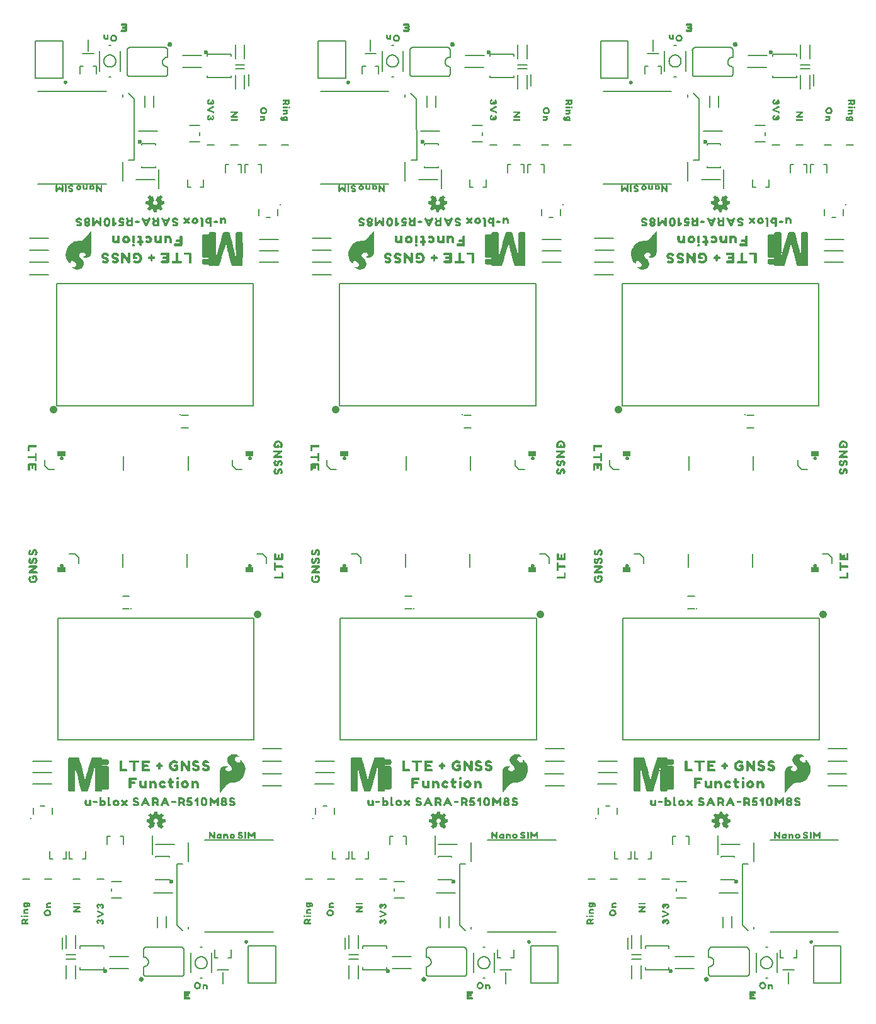
<source format=gto>
G04 EAGLE Gerber RS-274X export*
G75*
%MOMM*%
%FSLAX34Y34*%
%LPD*%
%INSilkscreen Top*%
%IPPOS*%
%AMOC8*
5,1,8,0,0,1.08239X$1,22.5*%
G01*
%ADD10C,0.203200*%
%ADD11R,0.640000X0.040000*%
%ADD12R,0.800000X0.040000*%
%ADD13R,0.840000X0.040000*%
%ADD14R,0.280000X0.040000*%
%ADD15R,0.600000X0.040000*%
%ADD16R,0.680000X0.040000*%
%ADD17R,0.760000X0.040000*%
%ADD18C,0.600000*%
%ADD19C,0.177800*%
%ADD20C,0.200000*%
%ADD21C,0.254000*%
%ADD22C,0.127000*%
%ADD23C,0.152400*%
%ADD24C,1.000000*%
%ADD25C,0.254000*%
%ADD26C,0.300000*%

G36*
X493649Y305988D02*
X493649Y305988D01*
X493662Y305987D01*
X494188Y306012D01*
X494210Y306018D01*
X494345Y306046D01*
X494833Y306235D01*
X494840Y306239D01*
X494847Y306241D01*
X494988Y306330D01*
X495376Y306682D01*
X495381Y306688D01*
X495387Y306692D01*
X495486Y306826D01*
X495724Y307293D01*
X495726Y307299D01*
X495729Y307304D01*
X495775Y307464D01*
X495835Y307986D01*
X495833Y308003D01*
X495838Y308025D01*
X495851Y308426D01*
X495971Y308633D01*
X496199Y308742D01*
X502417Y308759D01*
X502460Y308768D01*
X502534Y308773D01*
X503045Y308899D01*
X503084Y308917D01*
X503174Y308950D01*
X503630Y309212D01*
X503663Y309241D01*
X503740Y309297D01*
X504106Y309674D01*
X504130Y309711D01*
X504188Y309785D01*
X504438Y310247D01*
X504446Y310276D01*
X504461Y310300D01*
X504466Y310329D01*
X504486Y310379D01*
X504597Y310892D01*
X504598Y310934D01*
X504608Y310998D01*
X504616Y331037D01*
X504635Y331555D01*
X504632Y331572D01*
X504635Y331590D01*
X504616Y331670D01*
X504609Y331710D01*
X504615Y331727D01*
X504613Y331757D01*
X504620Y331796D01*
X504620Y337611D01*
X504619Y337615D01*
X504620Y337619D01*
X504610Y338148D01*
X504601Y338189D01*
X504597Y338253D01*
X504477Y338766D01*
X504459Y338805D01*
X504426Y338896D01*
X504168Y339355D01*
X504140Y339388D01*
X504084Y339466D01*
X503710Y339836D01*
X503673Y339860D01*
X503598Y339919D01*
X503136Y340172D01*
X503095Y340185D01*
X503006Y340221D01*
X502492Y340336D01*
X502450Y340337D01*
X502384Y340348D01*
X496575Y340356D01*
X496176Y340366D01*
X495963Y340484D01*
X495851Y340707D01*
X495846Y341543D01*
X495948Y341781D01*
X496146Y341905D01*
X496531Y341923D01*
X502333Y341929D01*
X502372Y341936D01*
X502429Y341938D01*
X502945Y342039D01*
X502986Y342056D01*
X503077Y342084D01*
X503546Y342324D01*
X503580Y342351D01*
X503659Y342404D01*
X504044Y342763D01*
X504070Y342799D01*
X504132Y342871D01*
X504402Y343324D01*
X504416Y343361D01*
X504425Y343376D01*
X504427Y343387D01*
X504457Y343454D01*
X504590Y343964D01*
X504593Y344007D01*
X504606Y344076D01*
X504621Y344604D01*
X504620Y344610D01*
X504621Y344618D01*
X504621Y346732D01*
X504618Y346748D01*
X504620Y346768D01*
X504582Y347294D01*
X504570Y347337D01*
X504554Y347426D01*
X504377Y347922D01*
X504355Y347960D01*
X504313Y348045D01*
X504006Y348473D01*
X503975Y348503D01*
X503911Y348574D01*
X503498Y348901D01*
X503459Y348921D01*
X503380Y348971D01*
X502893Y349173D01*
X502850Y349181D01*
X502760Y349208D01*
X502237Y349269D01*
X502211Y349267D01*
X502179Y349272D01*
X496400Y349274D01*
X496065Y349322D01*
X495906Y349463D01*
X495828Y349787D01*
X495772Y350280D01*
X495771Y350285D01*
X495771Y350291D01*
X495721Y350450D01*
X495482Y350918D01*
X495477Y350924D01*
X495475Y350931D01*
X495372Y351061D01*
X494982Y351413D01*
X494975Y351418D01*
X494970Y351424D01*
X494827Y351509D01*
X494337Y351698D01*
X494319Y351701D01*
X494179Y351731D01*
X493652Y351753D01*
X493642Y351752D01*
X493630Y351754D01*
X483587Y351754D01*
X483582Y351753D01*
X483576Y351754D01*
X483047Y351741D01*
X483016Y351734D01*
X482895Y351714D01*
X482399Y351541D01*
X482391Y351537D01*
X482382Y351535D01*
X482239Y351450D01*
X481839Y351109D01*
X481834Y351102D01*
X481827Y351098D01*
X481724Y350967D01*
X481474Y350506D01*
X481462Y350468D01*
X481436Y350417D01*
X479533Y344366D01*
X479533Y344365D01*
X479533Y344364D01*
X478127Y339819D01*
X478127Y339817D01*
X478126Y339815D01*
X475688Y331717D01*
X475681Y331636D01*
X475674Y331595D01*
X475669Y331582D01*
X475618Y331477D01*
X474600Y327924D01*
X474600Y327921D01*
X474599Y327918D01*
X473626Y324353D01*
X473626Y324348D01*
X473624Y324342D01*
X472856Y321269D01*
X472856Y321263D01*
X472853Y321257D01*
X472753Y320806D01*
X472633Y321403D01*
X472631Y321407D01*
X472630Y321413D01*
X471822Y325019D01*
X471821Y325023D01*
X471821Y325027D01*
X470835Y329134D01*
X470835Y329135D01*
X470835Y329137D01*
X470455Y330674D01*
X470452Y330679D01*
X470452Y330686D01*
X470174Y331705D01*
X470161Y331730D01*
X470157Y331769D01*
X470157Y331783D01*
X470156Y331785D01*
X470156Y331787D01*
X469236Y335371D01*
X469235Y335373D01*
X469235Y335376D01*
X468148Y339464D01*
X468148Y339465D01*
X468148Y339467D01*
X467452Y342017D01*
X467451Y342019D01*
X467451Y342021D01*
X466304Y346092D01*
X466303Y346095D01*
X466302Y346098D01*
X465108Y350156D01*
X465102Y350168D01*
X465099Y350184D01*
X464920Y350680D01*
X464912Y350693D01*
X464840Y350822D01*
X464512Y351233D01*
X464504Y351240D01*
X464499Y351249D01*
X464371Y351355D01*
X463915Y351616D01*
X463905Y351619D01*
X463897Y351626D01*
X463739Y351677D01*
X463219Y351754D01*
X463188Y351752D01*
X463147Y351759D01*
X452043Y351764D01*
X452007Y351757D01*
X451954Y351756D01*
X451437Y351662D01*
X451428Y351659D01*
X451419Y351659D01*
X451264Y351596D01*
X450817Y351321D01*
X450812Y351316D01*
X450805Y351313D01*
X450683Y351200D01*
X450363Y350784D01*
X450359Y350776D01*
X450353Y350770D01*
X450280Y350621D01*
X450131Y350117D01*
X450127Y350075D01*
X450111Y349976D01*
X450102Y331999D01*
X450111Y331956D01*
X450116Y331881D01*
X450144Y331767D01*
X450135Y331753D01*
X450134Y331744D01*
X450129Y331737D01*
X450102Y331573D01*
X450112Y307759D01*
X450120Y307722D01*
X450134Y307613D01*
X450289Y307110D01*
X450293Y307103D01*
X450295Y307094D01*
X450374Y306948D01*
X450700Y306535D01*
X450706Y306530D01*
X450710Y306523D01*
X450836Y306415D01*
X451288Y306146D01*
X451296Y306143D01*
X451302Y306138D01*
X451459Y306083D01*
X451977Y305994D01*
X452013Y305995D01*
X452062Y305986D01*
X457354Y305986D01*
X457372Y305990D01*
X457394Y305988D01*
X457919Y306029D01*
X457922Y306030D01*
X457924Y306030D01*
X458085Y306072D01*
X458565Y306287D01*
X458571Y306292D01*
X458579Y306294D01*
X458714Y306391D01*
X459085Y306765D01*
X459090Y306772D01*
X459097Y306777D01*
X459188Y306916D01*
X459399Y307398D01*
X459399Y307399D01*
X459400Y307400D01*
X459439Y307561D01*
X459478Y308087D01*
X459476Y308104D01*
X459480Y308124D01*
X459477Y324000D01*
X459477Y324002D01*
X459477Y324003D01*
X459453Y328237D01*
X459453Y328239D01*
X459453Y328241D01*
X459405Y331416D01*
X459385Y331509D01*
X459363Y331609D01*
X459363Y331610D01*
X459347Y331632D01*
X459361Y331653D01*
X459364Y331670D01*
X459372Y331684D01*
X459396Y331849D01*
X459303Y336078D01*
X459303Y336080D01*
X459303Y336082D01*
X459272Y337082D01*
X459257Y337581D01*
X459241Y338080D01*
X459241Y338081D01*
X459226Y338580D01*
X459205Y339253D01*
X459204Y339256D01*
X459204Y339260D01*
X459126Y341038D01*
X459541Y339157D01*
X459542Y339155D01*
X459542Y339151D01*
X461221Y331942D01*
X461227Y331928D01*
X461230Y331908D01*
X461333Y331573D01*
X461338Y331507D01*
X461335Y331464D01*
X461343Y331441D01*
X461345Y331410D01*
X462966Y324741D01*
X462967Y324740D01*
X462967Y324738D01*
X464373Y319104D01*
X464374Y319103D01*
X464374Y319101D01*
X466209Y311941D01*
X466210Y311940D01*
X466210Y311937D01*
X467426Y307344D01*
X467445Y307306D01*
X467453Y307275D01*
X467460Y307265D01*
X467471Y307233D01*
X467723Y306773D01*
X467729Y306765D01*
X467732Y306757D01*
X467839Y306630D01*
X468241Y306292D01*
X468247Y306289D01*
X468251Y306284D01*
X468397Y306203D01*
X468892Y306029D01*
X468922Y306024D01*
X469045Y306001D01*
X469572Y305987D01*
X469578Y305988D01*
X469585Y305987D01*
X474864Y305987D01*
X474886Y305991D01*
X474915Y305989D01*
X475437Y306043D01*
X475443Y306044D01*
X475448Y306044D01*
X475608Y306092D01*
X476078Y306324D01*
X476085Y306329D01*
X476093Y306332D01*
X476225Y306434D01*
X476580Y306820D01*
X476583Y306825D01*
X476587Y306828D01*
X476674Y306969D01*
X476873Y307456D01*
X476877Y307477D01*
X476889Y307501D01*
X478409Y312557D01*
X478410Y312559D01*
X478411Y312561D01*
X480475Y319658D01*
X480476Y319660D01*
X480477Y319662D01*
X482047Y325253D01*
X482047Y325255D01*
X482048Y325258D01*
X483705Y331372D01*
X483707Y331407D01*
X483719Y331440D01*
X483714Y331506D01*
X483718Y331571D01*
X483714Y331583D01*
X483740Y331609D01*
X483773Y331682D01*
X483796Y331720D01*
X483799Y331739D01*
X483808Y331761D01*
X484611Y334829D01*
X484611Y334831D01*
X484612Y334833D01*
X485645Y338934D01*
X485645Y338936D01*
X485646Y338939D01*
X486263Y341509D01*
X486263Y341512D01*
X486264Y341515D01*
X486188Y338149D01*
X486188Y338147D01*
X486188Y338145D01*
X486096Y331803D01*
X486106Y331749D01*
X486106Y331694D01*
X486124Y331652D01*
X486133Y331607D01*
X486163Y331561D01*
X486185Y331511D01*
X486186Y331509D01*
X486126Y331301D01*
X486122Y331258D01*
X486106Y331165D01*
X486081Y328000D01*
X486081Y327998D01*
X486081Y327996D01*
X486068Y307948D01*
X486075Y307913D01*
X486076Y307863D01*
X486164Y307346D01*
X486167Y307339D01*
X486167Y307332D01*
X486227Y307176D01*
X486494Y306725D01*
X486499Y306719D01*
X486502Y306712D01*
X486566Y306640D01*
X486585Y306614D01*
X486594Y306609D01*
X486613Y306588D01*
X487024Y306262D01*
X487032Y306258D01*
X487037Y306252D01*
X487186Y306176D01*
X487686Y306020D01*
X487730Y306016D01*
X487824Y305998D01*
X488351Y305986D01*
X488356Y305987D01*
X488362Y305986D01*
X493638Y305986D01*
X493649Y305988D01*
G37*
G36*
X873633Y305988D02*
X873633Y305988D01*
X873646Y305987D01*
X874172Y306012D01*
X874194Y306018D01*
X874329Y306046D01*
X874817Y306235D01*
X874824Y306239D01*
X874831Y306241D01*
X874972Y306330D01*
X875360Y306682D01*
X875365Y306688D01*
X875371Y306692D01*
X875470Y306826D01*
X875708Y307293D01*
X875710Y307299D01*
X875713Y307304D01*
X875759Y307464D01*
X875819Y307986D01*
X875817Y308003D01*
X875822Y308025D01*
X875835Y308426D01*
X875955Y308633D01*
X876183Y308742D01*
X882401Y308759D01*
X882444Y308768D01*
X882518Y308773D01*
X883029Y308899D01*
X883068Y308917D01*
X883158Y308950D01*
X883614Y309212D01*
X883647Y309241D01*
X883724Y309297D01*
X884090Y309674D01*
X884114Y309711D01*
X884172Y309785D01*
X884422Y310247D01*
X884430Y310276D01*
X884445Y310300D01*
X884450Y310329D01*
X884470Y310379D01*
X884581Y310892D01*
X884582Y310934D01*
X884592Y310998D01*
X884600Y331037D01*
X884619Y331555D01*
X884616Y331572D01*
X884619Y331590D01*
X884600Y331670D01*
X884593Y331710D01*
X884599Y331727D01*
X884597Y331757D01*
X884604Y331796D01*
X884604Y337611D01*
X884603Y337615D01*
X884604Y337619D01*
X884594Y338148D01*
X884585Y338189D01*
X884581Y338253D01*
X884461Y338766D01*
X884443Y338805D01*
X884410Y338896D01*
X884152Y339355D01*
X884124Y339388D01*
X884068Y339466D01*
X883694Y339836D01*
X883657Y339860D01*
X883582Y339919D01*
X883120Y340172D01*
X883079Y340185D01*
X882990Y340221D01*
X882476Y340336D01*
X882434Y340337D01*
X882368Y340348D01*
X876559Y340356D01*
X876160Y340366D01*
X875947Y340484D01*
X875835Y340707D01*
X875830Y341543D01*
X875932Y341781D01*
X876130Y341905D01*
X876515Y341923D01*
X882317Y341929D01*
X882356Y341936D01*
X882413Y341938D01*
X882929Y342039D01*
X882970Y342056D01*
X883061Y342084D01*
X883530Y342324D01*
X883564Y342351D01*
X883643Y342404D01*
X884028Y342763D01*
X884054Y342799D01*
X884116Y342871D01*
X884386Y343324D01*
X884400Y343361D01*
X884409Y343376D01*
X884411Y343387D01*
X884441Y343454D01*
X884574Y343964D01*
X884577Y344007D01*
X884590Y344076D01*
X884605Y344604D01*
X884604Y344610D01*
X884605Y344618D01*
X884605Y346732D01*
X884602Y346748D01*
X884604Y346768D01*
X884566Y347294D01*
X884554Y347337D01*
X884538Y347426D01*
X884361Y347922D01*
X884339Y347960D01*
X884297Y348045D01*
X883990Y348473D01*
X883959Y348503D01*
X883895Y348574D01*
X883482Y348901D01*
X883443Y348921D01*
X883364Y348971D01*
X882877Y349173D01*
X882834Y349181D01*
X882744Y349208D01*
X882221Y349269D01*
X882195Y349267D01*
X882163Y349272D01*
X876384Y349274D01*
X876049Y349322D01*
X875890Y349463D01*
X875812Y349787D01*
X875756Y350280D01*
X875755Y350285D01*
X875755Y350291D01*
X875705Y350450D01*
X875466Y350918D01*
X875461Y350924D01*
X875459Y350931D01*
X875356Y351061D01*
X874966Y351413D01*
X874959Y351418D01*
X874954Y351424D01*
X874811Y351509D01*
X874321Y351698D01*
X874303Y351701D01*
X874163Y351731D01*
X873636Y351753D01*
X873626Y351752D01*
X873614Y351754D01*
X863571Y351754D01*
X863566Y351753D01*
X863560Y351754D01*
X863031Y351741D01*
X863000Y351734D01*
X862879Y351714D01*
X862383Y351541D01*
X862375Y351537D01*
X862366Y351535D01*
X862223Y351450D01*
X861823Y351109D01*
X861818Y351102D01*
X861811Y351098D01*
X861708Y350967D01*
X861458Y350506D01*
X861446Y350468D01*
X861420Y350417D01*
X859517Y344366D01*
X859517Y344365D01*
X859517Y344364D01*
X858111Y339819D01*
X858111Y339817D01*
X858110Y339815D01*
X855672Y331717D01*
X855665Y331636D01*
X855658Y331595D01*
X855653Y331582D01*
X855602Y331477D01*
X854584Y327924D01*
X854584Y327921D01*
X854583Y327918D01*
X853610Y324353D01*
X853610Y324348D01*
X853608Y324342D01*
X852840Y321269D01*
X852840Y321263D01*
X852837Y321257D01*
X852737Y320806D01*
X852617Y321403D01*
X852615Y321407D01*
X852614Y321413D01*
X851806Y325019D01*
X851805Y325023D01*
X851805Y325027D01*
X850819Y329134D01*
X850819Y329135D01*
X850819Y329137D01*
X850439Y330674D01*
X850436Y330679D01*
X850436Y330686D01*
X850158Y331705D01*
X850145Y331730D01*
X850141Y331769D01*
X850141Y331783D01*
X850140Y331785D01*
X850140Y331787D01*
X849220Y335371D01*
X849219Y335373D01*
X849219Y335376D01*
X848132Y339464D01*
X848132Y339465D01*
X848132Y339467D01*
X847436Y342017D01*
X847435Y342019D01*
X847435Y342021D01*
X846288Y346092D01*
X846287Y346095D01*
X846286Y346098D01*
X845092Y350156D01*
X845086Y350168D01*
X845083Y350184D01*
X844904Y350680D01*
X844896Y350693D01*
X844824Y350822D01*
X844496Y351233D01*
X844488Y351240D01*
X844483Y351249D01*
X844355Y351355D01*
X843899Y351616D01*
X843889Y351619D01*
X843881Y351626D01*
X843723Y351677D01*
X843203Y351754D01*
X843172Y351752D01*
X843131Y351759D01*
X832027Y351764D01*
X831991Y351757D01*
X831938Y351756D01*
X831421Y351662D01*
X831412Y351659D01*
X831403Y351659D01*
X831248Y351596D01*
X830801Y351321D01*
X830796Y351316D01*
X830789Y351313D01*
X830667Y351200D01*
X830347Y350784D01*
X830343Y350776D01*
X830337Y350770D01*
X830264Y350621D01*
X830115Y350117D01*
X830111Y350075D01*
X830095Y349976D01*
X830086Y331999D01*
X830095Y331956D01*
X830100Y331881D01*
X830128Y331767D01*
X830119Y331753D01*
X830118Y331744D01*
X830113Y331737D01*
X830086Y331573D01*
X830096Y307759D01*
X830104Y307722D01*
X830118Y307613D01*
X830273Y307110D01*
X830277Y307103D01*
X830279Y307094D01*
X830358Y306948D01*
X830684Y306535D01*
X830690Y306530D01*
X830694Y306523D01*
X830820Y306415D01*
X831272Y306146D01*
X831280Y306143D01*
X831286Y306138D01*
X831443Y306083D01*
X831961Y305994D01*
X831997Y305995D01*
X832046Y305986D01*
X837338Y305986D01*
X837356Y305990D01*
X837378Y305988D01*
X837903Y306029D01*
X837906Y306030D01*
X837908Y306030D01*
X838069Y306072D01*
X838549Y306287D01*
X838555Y306292D01*
X838563Y306294D01*
X838698Y306391D01*
X839069Y306765D01*
X839074Y306772D01*
X839081Y306777D01*
X839172Y306916D01*
X839383Y307398D01*
X839383Y307399D01*
X839384Y307400D01*
X839423Y307561D01*
X839462Y308087D01*
X839460Y308104D01*
X839464Y308124D01*
X839461Y324000D01*
X839461Y324002D01*
X839461Y324003D01*
X839437Y328237D01*
X839437Y328239D01*
X839437Y328241D01*
X839389Y331416D01*
X839369Y331509D01*
X839347Y331609D01*
X839347Y331610D01*
X839331Y331632D01*
X839345Y331653D01*
X839348Y331670D01*
X839356Y331684D01*
X839380Y331849D01*
X839287Y336078D01*
X839287Y336080D01*
X839287Y336082D01*
X839256Y337082D01*
X839241Y337581D01*
X839225Y338080D01*
X839225Y338081D01*
X839210Y338580D01*
X839189Y339253D01*
X839188Y339256D01*
X839188Y339260D01*
X839110Y341038D01*
X839525Y339157D01*
X839526Y339155D01*
X839526Y339151D01*
X841205Y331942D01*
X841211Y331928D01*
X841214Y331908D01*
X841317Y331573D01*
X841322Y331507D01*
X841319Y331464D01*
X841327Y331441D01*
X841329Y331410D01*
X842950Y324741D01*
X842951Y324740D01*
X842951Y324738D01*
X844357Y319104D01*
X844358Y319103D01*
X844358Y319101D01*
X846193Y311941D01*
X846194Y311940D01*
X846194Y311937D01*
X847410Y307344D01*
X847429Y307306D01*
X847437Y307275D01*
X847444Y307265D01*
X847455Y307233D01*
X847707Y306773D01*
X847713Y306765D01*
X847716Y306757D01*
X847823Y306630D01*
X848225Y306292D01*
X848231Y306289D01*
X848235Y306284D01*
X848381Y306203D01*
X848876Y306029D01*
X848906Y306024D01*
X849029Y306001D01*
X849556Y305987D01*
X849562Y305988D01*
X849569Y305987D01*
X854848Y305987D01*
X854870Y305991D01*
X854899Y305989D01*
X855421Y306043D01*
X855427Y306044D01*
X855432Y306044D01*
X855592Y306092D01*
X856062Y306324D01*
X856069Y306329D01*
X856077Y306332D01*
X856209Y306434D01*
X856564Y306820D01*
X856567Y306825D01*
X856571Y306828D01*
X856658Y306969D01*
X856857Y307456D01*
X856861Y307477D01*
X856873Y307501D01*
X858393Y312557D01*
X858394Y312559D01*
X858395Y312561D01*
X860459Y319658D01*
X860460Y319660D01*
X860461Y319662D01*
X862031Y325253D01*
X862031Y325255D01*
X862032Y325258D01*
X863689Y331372D01*
X863691Y331407D01*
X863703Y331440D01*
X863698Y331506D01*
X863702Y331571D01*
X863698Y331583D01*
X863724Y331609D01*
X863757Y331682D01*
X863780Y331720D01*
X863783Y331739D01*
X863792Y331761D01*
X864595Y334829D01*
X864595Y334831D01*
X864596Y334833D01*
X865629Y338934D01*
X865629Y338936D01*
X865630Y338939D01*
X866247Y341509D01*
X866247Y341512D01*
X866248Y341515D01*
X866172Y338149D01*
X866172Y338147D01*
X866172Y338145D01*
X866080Y331803D01*
X866090Y331749D01*
X866090Y331694D01*
X866108Y331652D01*
X866117Y331607D01*
X866147Y331561D01*
X866169Y331511D01*
X866170Y331509D01*
X866110Y331301D01*
X866106Y331258D01*
X866090Y331165D01*
X866065Y328000D01*
X866065Y327998D01*
X866065Y327996D01*
X866052Y307948D01*
X866059Y307913D01*
X866060Y307863D01*
X866148Y307346D01*
X866151Y307339D01*
X866151Y307332D01*
X866211Y307176D01*
X866478Y306725D01*
X866483Y306719D01*
X866486Y306712D01*
X866550Y306640D01*
X866569Y306614D01*
X866578Y306609D01*
X866597Y306588D01*
X867008Y306262D01*
X867016Y306258D01*
X867021Y306252D01*
X867170Y306176D01*
X867670Y306020D01*
X867714Y306016D01*
X867808Y305998D01*
X868335Y305986D01*
X868340Y305987D01*
X868346Y305986D01*
X873622Y305986D01*
X873633Y305988D01*
G37*
G36*
X113665Y305988D02*
X113665Y305988D01*
X113678Y305987D01*
X114204Y306012D01*
X114226Y306018D01*
X114361Y306046D01*
X114849Y306235D01*
X114856Y306239D01*
X114863Y306241D01*
X115004Y306330D01*
X115392Y306682D01*
X115397Y306688D01*
X115403Y306692D01*
X115502Y306826D01*
X115740Y307293D01*
X115742Y307299D01*
X115745Y307304D01*
X115791Y307464D01*
X115851Y307986D01*
X115849Y308003D01*
X115854Y308025D01*
X115867Y308426D01*
X115987Y308633D01*
X116215Y308742D01*
X122433Y308759D01*
X122476Y308768D01*
X122550Y308773D01*
X123061Y308899D01*
X123100Y308917D01*
X123190Y308950D01*
X123646Y309212D01*
X123679Y309241D01*
X123756Y309297D01*
X124122Y309674D01*
X124146Y309711D01*
X124204Y309785D01*
X124454Y310247D01*
X124462Y310276D01*
X124477Y310300D01*
X124482Y310329D01*
X124502Y310379D01*
X124613Y310892D01*
X124614Y310934D01*
X124624Y310998D01*
X124632Y331037D01*
X124651Y331555D01*
X124648Y331572D01*
X124651Y331590D01*
X124632Y331670D01*
X124625Y331710D01*
X124631Y331727D01*
X124629Y331757D01*
X124636Y331796D01*
X124636Y337611D01*
X124635Y337615D01*
X124636Y337619D01*
X124626Y338148D01*
X124617Y338189D01*
X124613Y338253D01*
X124493Y338766D01*
X124475Y338805D01*
X124442Y338896D01*
X124184Y339355D01*
X124156Y339388D01*
X124100Y339466D01*
X123726Y339836D01*
X123689Y339860D01*
X123614Y339919D01*
X123152Y340172D01*
X123111Y340185D01*
X123022Y340221D01*
X122508Y340336D01*
X122466Y340337D01*
X122400Y340348D01*
X116591Y340356D01*
X116192Y340366D01*
X115979Y340484D01*
X115867Y340707D01*
X115862Y341543D01*
X115964Y341781D01*
X116162Y341905D01*
X116547Y341923D01*
X122349Y341929D01*
X122388Y341936D01*
X122445Y341938D01*
X122961Y342039D01*
X123002Y342056D01*
X123093Y342084D01*
X123562Y342324D01*
X123596Y342351D01*
X123675Y342404D01*
X124060Y342763D01*
X124086Y342799D01*
X124148Y342871D01*
X124418Y343324D01*
X124432Y343361D01*
X124441Y343376D01*
X124443Y343387D01*
X124473Y343454D01*
X124606Y343964D01*
X124609Y344007D01*
X124622Y344076D01*
X124637Y344604D01*
X124636Y344610D01*
X124637Y344618D01*
X124637Y346732D01*
X124634Y346748D01*
X124636Y346768D01*
X124598Y347294D01*
X124586Y347337D01*
X124570Y347426D01*
X124393Y347922D01*
X124371Y347960D01*
X124329Y348045D01*
X124022Y348473D01*
X123991Y348503D01*
X123927Y348574D01*
X123514Y348901D01*
X123475Y348921D01*
X123396Y348971D01*
X122909Y349173D01*
X122866Y349181D01*
X122776Y349208D01*
X122253Y349269D01*
X122227Y349267D01*
X122195Y349272D01*
X116416Y349274D01*
X116081Y349322D01*
X115922Y349463D01*
X115844Y349787D01*
X115788Y350280D01*
X115787Y350285D01*
X115787Y350291D01*
X115737Y350450D01*
X115498Y350918D01*
X115493Y350924D01*
X115491Y350931D01*
X115388Y351061D01*
X114998Y351413D01*
X114991Y351418D01*
X114986Y351424D01*
X114843Y351509D01*
X114353Y351698D01*
X114335Y351701D01*
X114195Y351731D01*
X113668Y351753D01*
X113658Y351752D01*
X113646Y351754D01*
X103603Y351754D01*
X103598Y351753D01*
X103592Y351754D01*
X103063Y351741D01*
X103032Y351734D01*
X102911Y351714D01*
X102415Y351541D01*
X102407Y351537D01*
X102398Y351535D01*
X102255Y351450D01*
X101855Y351109D01*
X101850Y351102D01*
X101843Y351098D01*
X101740Y350967D01*
X101490Y350506D01*
X101478Y350468D01*
X101452Y350417D01*
X99549Y344366D01*
X99549Y344365D01*
X99549Y344364D01*
X98143Y339819D01*
X98143Y339817D01*
X98142Y339815D01*
X95704Y331717D01*
X95697Y331636D01*
X95690Y331595D01*
X95685Y331582D01*
X95634Y331477D01*
X94616Y327924D01*
X94616Y327921D01*
X94615Y327918D01*
X93642Y324353D01*
X93642Y324348D01*
X93640Y324342D01*
X92872Y321269D01*
X92872Y321263D01*
X92869Y321257D01*
X92769Y320806D01*
X92649Y321403D01*
X92647Y321407D01*
X92646Y321413D01*
X91838Y325019D01*
X91837Y325023D01*
X91837Y325027D01*
X90851Y329134D01*
X90851Y329135D01*
X90851Y329137D01*
X90471Y330674D01*
X90468Y330679D01*
X90468Y330686D01*
X90190Y331705D01*
X90177Y331730D01*
X90173Y331769D01*
X90173Y331783D01*
X90172Y331785D01*
X90172Y331787D01*
X89252Y335371D01*
X89251Y335373D01*
X89251Y335376D01*
X88164Y339464D01*
X88164Y339465D01*
X88164Y339467D01*
X87468Y342017D01*
X87467Y342019D01*
X87467Y342021D01*
X86320Y346092D01*
X86319Y346095D01*
X86318Y346098D01*
X85124Y350156D01*
X85118Y350168D01*
X85115Y350184D01*
X84936Y350680D01*
X84928Y350693D01*
X84856Y350822D01*
X84528Y351233D01*
X84520Y351240D01*
X84515Y351249D01*
X84387Y351355D01*
X83931Y351616D01*
X83921Y351619D01*
X83913Y351626D01*
X83755Y351677D01*
X83235Y351754D01*
X83204Y351752D01*
X83163Y351759D01*
X72059Y351764D01*
X72023Y351757D01*
X71970Y351756D01*
X71453Y351662D01*
X71444Y351659D01*
X71435Y351659D01*
X71280Y351596D01*
X70833Y351321D01*
X70828Y351316D01*
X70821Y351313D01*
X70699Y351200D01*
X70379Y350784D01*
X70375Y350776D01*
X70369Y350770D01*
X70296Y350621D01*
X70147Y350117D01*
X70143Y350075D01*
X70127Y349976D01*
X70118Y331999D01*
X70127Y331956D01*
X70132Y331881D01*
X70160Y331767D01*
X70151Y331753D01*
X70150Y331744D01*
X70145Y331737D01*
X70118Y331573D01*
X70128Y307759D01*
X70136Y307722D01*
X70150Y307613D01*
X70305Y307110D01*
X70309Y307103D01*
X70311Y307094D01*
X70390Y306948D01*
X70716Y306535D01*
X70722Y306530D01*
X70726Y306523D01*
X70852Y306415D01*
X71304Y306146D01*
X71312Y306143D01*
X71318Y306138D01*
X71475Y306083D01*
X71993Y305994D01*
X72029Y305995D01*
X72078Y305986D01*
X77370Y305986D01*
X77388Y305990D01*
X77410Y305988D01*
X77935Y306029D01*
X77938Y306030D01*
X77940Y306030D01*
X78101Y306072D01*
X78581Y306287D01*
X78587Y306292D01*
X78595Y306294D01*
X78730Y306391D01*
X79101Y306765D01*
X79106Y306772D01*
X79113Y306777D01*
X79204Y306916D01*
X79415Y307398D01*
X79415Y307399D01*
X79416Y307400D01*
X79455Y307561D01*
X79494Y308087D01*
X79492Y308104D01*
X79496Y308124D01*
X79493Y324000D01*
X79493Y324002D01*
X79493Y324003D01*
X79469Y328237D01*
X79469Y328239D01*
X79469Y328241D01*
X79421Y331416D01*
X79401Y331509D01*
X79379Y331609D01*
X79379Y331610D01*
X79363Y331632D01*
X79377Y331653D01*
X79380Y331670D01*
X79388Y331684D01*
X79412Y331849D01*
X79319Y336078D01*
X79319Y336080D01*
X79319Y336082D01*
X79288Y337082D01*
X79273Y337581D01*
X79257Y338080D01*
X79257Y338081D01*
X79242Y338580D01*
X79221Y339253D01*
X79220Y339256D01*
X79220Y339260D01*
X79142Y341038D01*
X79557Y339157D01*
X79558Y339155D01*
X79558Y339151D01*
X81237Y331942D01*
X81243Y331928D01*
X81246Y331908D01*
X81349Y331573D01*
X81354Y331507D01*
X81351Y331464D01*
X81359Y331441D01*
X81361Y331410D01*
X82982Y324741D01*
X82983Y324740D01*
X82983Y324738D01*
X84389Y319104D01*
X84390Y319103D01*
X84390Y319101D01*
X86225Y311941D01*
X86226Y311940D01*
X86226Y311937D01*
X87442Y307344D01*
X87461Y307306D01*
X87469Y307275D01*
X87476Y307265D01*
X87487Y307233D01*
X87739Y306773D01*
X87745Y306765D01*
X87748Y306757D01*
X87855Y306630D01*
X88257Y306292D01*
X88263Y306289D01*
X88267Y306284D01*
X88413Y306203D01*
X88908Y306029D01*
X88938Y306024D01*
X89061Y306001D01*
X89588Y305987D01*
X89594Y305988D01*
X89601Y305987D01*
X94880Y305987D01*
X94902Y305991D01*
X94931Y305989D01*
X95453Y306043D01*
X95459Y306044D01*
X95464Y306044D01*
X95624Y306092D01*
X96094Y306324D01*
X96101Y306329D01*
X96109Y306332D01*
X96241Y306434D01*
X96596Y306820D01*
X96599Y306825D01*
X96603Y306828D01*
X96690Y306969D01*
X96889Y307456D01*
X96893Y307477D01*
X96905Y307501D01*
X98425Y312557D01*
X98426Y312559D01*
X98427Y312561D01*
X100491Y319658D01*
X100492Y319660D01*
X100493Y319662D01*
X102063Y325253D01*
X102063Y325255D01*
X102064Y325258D01*
X103721Y331372D01*
X103723Y331407D01*
X103735Y331440D01*
X103730Y331506D01*
X103734Y331571D01*
X103730Y331583D01*
X103756Y331609D01*
X103789Y331682D01*
X103812Y331720D01*
X103815Y331739D01*
X103824Y331761D01*
X104627Y334829D01*
X104627Y334831D01*
X104628Y334833D01*
X105661Y338934D01*
X105661Y338936D01*
X105662Y338939D01*
X106279Y341509D01*
X106279Y341512D01*
X106280Y341515D01*
X106204Y338149D01*
X106204Y338147D01*
X106204Y338145D01*
X106112Y331803D01*
X106122Y331749D01*
X106122Y331694D01*
X106140Y331652D01*
X106149Y331607D01*
X106179Y331561D01*
X106201Y331511D01*
X106202Y331509D01*
X106142Y331301D01*
X106138Y331258D01*
X106122Y331165D01*
X106097Y328000D01*
X106097Y327998D01*
X106097Y327996D01*
X106084Y307948D01*
X106091Y307913D01*
X106092Y307863D01*
X106180Y307346D01*
X106183Y307339D01*
X106183Y307332D01*
X106243Y307176D01*
X106510Y306725D01*
X106515Y306719D01*
X106518Y306712D01*
X106582Y306640D01*
X106601Y306614D01*
X106610Y306609D01*
X106629Y306588D01*
X107040Y306262D01*
X107048Y306258D01*
X107053Y306252D01*
X107202Y306176D01*
X107702Y306020D01*
X107746Y306016D01*
X107840Y305998D01*
X108367Y305986D01*
X108372Y305987D01*
X108378Y305986D01*
X113654Y305986D01*
X113665Y305988D01*
G37*
G36*
X302881Y1011740D02*
X302881Y1011740D01*
X302934Y1011741D01*
X303451Y1011835D01*
X303460Y1011839D01*
X303469Y1011839D01*
X303624Y1011901D01*
X304071Y1012177D01*
X304076Y1012182D01*
X304083Y1012184D01*
X304205Y1012297D01*
X304525Y1012714D01*
X304529Y1012721D01*
X304535Y1012727D01*
X304608Y1012877D01*
X304757Y1013380D01*
X304761Y1013422D01*
X304777Y1013522D01*
X304786Y1031498D01*
X304777Y1031542D01*
X304772Y1031617D01*
X304744Y1031730D01*
X304753Y1031745D01*
X304754Y1031753D01*
X304759Y1031760D01*
X304786Y1031925D01*
X304776Y1055738D01*
X304768Y1055776D01*
X304754Y1055885D01*
X304599Y1056387D01*
X304595Y1056395D01*
X304594Y1056403D01*
X304514Y1056549D01*
X304188Y1056962D01*
X304182Y1056967D01*
X304178Y1056974D01*
X304052Y1057082D01*
X303600Y1057351D01*
X303592Y1057354D01*
X303586Y1057359D01*
X303429Y1057415D01*
X302911Y1057504D01*
X302875Y1057503D01*
X302826Y1057511D01*
X297534Y1057511D01*
X297516Y1057508D01*
X297494Y1057510D01*
X296969Y1057468D01*
X296966Y1057467D01*
X296964Y1057468D01*
X296803Y1057426D01*
X296324Y1057210D01*
X296317Y1057205D01*
X296309Y1057203D01*
X296174Y1057106D01*
X295803Y1056733D01*
X295798Y1056726D01*
X295791Y1056721D01*
X295700Y1056581D01*
X295489Y1056099D01*
X295489Y1056098D01*
X295488Y1056098D01*
X295482Y1056070D01*
X295480Y1056067D01*
X295477Y1056053D01*
X295449Y1055936D01*
X295410Y1055410D01*
X295412Y1055394D01*
X295408Y1055373D01*
X295411Y1039497D01*
X295411Y1039496D01*
X295411Y1039494D01*
X295435Y1035261D01*
X295435Y1035259D01*
X295435Y1035256D01*
X295483Y1032081D01*
X295503Y1031989D01*
X295525Y1031889D01*
X295525Y1031888D01*
X295525Y1031887D01*
X295541Y1031865D01*
X295527Y1031844D01*
X295524Y1031828D01*
X295516Y1031813D01*
X295492Y1031648D01*
X295585Y1027420D01*
X295585Y1027418D01*
X295585Y1027415D01*
X295592Y1027193D01*
X295607Y1026694D01*
X295623Y1026195D01*
X295638Y1025696D01*
X295638Y1025695D01*
X295683Y1024244D01*
X295684Y1024241D01*
X295684Y1024238D01*
X295762Y1022460D01*
X295348Y1024340D01*
X295346Y1024343D01*
X295346Y1024346D01*
X293667Y1031555D01*
X293661Y1031570D01*
X293658Y1031589D01*
X293555Y1031924D01*
X293550Y1031990D01*
X293553Y1032033D01*
X293546Y1032056D01*
X293543Y1032087D01*
X291922Y1038756D01*
X291921Y1038757D01*
X291921Y1038759D01*
X290515Y1044394D01*
X290515Y1044395D01*
X290514Y1044397D01*
X288679Y1051556D01*
X288678Y1051558D01*
X288678Y1051560D01*
X287462Y1056153D01*
X287442Y1056193D01*
X287417Y1056265D01*
X287165Y1056725D01*
X287159Y1056732D01*
X287156Y1056741D01*
X287049Y1056867D01*
X286647Y1057205D01*
X286641Y1057209D01*
X286637Y1057214D01*
X286492Y1057294D01*
X285996Y1057469D01*
X285966Y1057473D01*
X285843Y1057497D01*
X285316Y1057510D01*
X285310Y1057509D01*
X285303Y1057511D01*
X280024Y1057511D01*
X280002Y1057506D01*
X279973Y1057508D01*
X279451Y1057455D01*
X279445Y1057453D01*
X279440Y1057453D01*
X279280Y1057406D01*
X278810Y1057174D01*
X278803Y1057168D01*
X278795Y1057166D01*
X278663Y1057064D01*
X278308Y1056677D01*
X278305Y1056673D01*
X278301Y1056670D01*
X278214Y1056528D01*
X278015Y1056042D01*
X278011Y1056021D01*
X277999Y1055996D01*
X276479Y1050941D01*
X276478Y1050939D01*
X276477Y1050936D01*
X274413Y1043840D01*
X274412Y1043837D01*
X274411Y1043835D01*
X272841Y1038244D01*
X272841Y1038242D01*
X272840Y1038240D01*
X271183Y1032125D01*
X271181Y1032090D01*
X271169Y1032057D01*
X271174Y1031992D01*
X271170Y1031927D01*
X271174Y1031915D01*
X271148Y1031888D01*
X271115Y1031816D01*
X271092Y1031777D01*
X271089Y1031758D01*
X271080Y1031737D01*
X270277Y1028668D01*
X270277Y1028666D01*
X270276Y1028664D01*
X269243Y1024564D01*
X269243Y1024561D01*
X269242Y1024558D01*
X268625Y1021988D01*
X268625Y1021985D01*
X268624Y1021983D01*
X268700Y1025348D01*
X268700Y1025350D01*
X268700Y1025352D01*
X268792Y1031695D01*
X268782Y1031749D01*
X268782Y1031804D01*
X268764Y1031845D01*
X268755Y1031890D01*
X268725Y1031936D01*
X268703Y1031986D01*
X268702Y1031988D01*
X268762Y1032196D01*
X268766Y1032240D01*
X268782Y1032332D01*
X268807Y1035498D01*
X268807Y1035499D01*
X268807Y1035501D01*
X268820Y1055550D01*
X268813Y1055585D01*
X268812Y1055635D01*
X268724Y1056152D01*
X268721Y1056158D01*
X268721Y1056166D01*
X268661Y1056321D01*
X268394Y1056773D01*
X268389Y1056778D01*
X268386Y1056786D01*
X268275Y1056910D01*
X267864Y1057235D01*
X267856Y1057239D01*
X267851Y1057246D01*
X267702Y1057321D01*
X267202Y1057477D01*
X267158Y1057481D01*
X267064Y1057499D01*
X266537Y1057511D01*
X266532Y1057510D01*
X266526Y1057511D01*
X261250Y1057511D01*
X261239Y1057509D01*
X261226Y1057511D01*
X260700Y1057485D01*
X260678Y1057480D01*
X260543Y1057452D01*
X260055Y1057262D01*
X260048Y1057258D01*
X260041Y1057256D01*
X259900Y1057167D01*
X259512Y1056815D01*
X259507Y1056809D01*
X259501Y1056805D01*
X259402Y1056671D01*
X259164Y1056204D01*
X259162Y1056198D01*
X259159Y1056194D01*
X259113Y1056034D01*
X259053Y1055512D01*
X259055Y1055494D01*
X259050Y1055472D01*
X259037Y1055071D01*
X258917Y1054864D01*
X258689Y1054755D01*
X252471Y1054738D01*
X252428Y1054729D01*
X252354Y1054724D01*
X251843Y1054599D01*
X251804Y1054580D01*
X251714Y1054547D01*
X251258Y1054286D01*
X251225Y1054257D01*
X251148Y1054201D01*
X250782Y1053824D01*
X250758Y1053787D01*
X250700Y1053713D01*
X250450Y1053250D01*
X250438Y1053209D01*
X250402Y1053119D01*
X250291Y1052605D01*
X250290Y1052563D01*
X250280Y1052500D01*
X250272Y1032461D01*
X250253Y1031942D01*
X250256Y1031925D01*
X250253Y1031908D01*
X250272Y1031828D01*
X250279Y1031787D01*
X250273Y1031770D01*
X250275Y1031740D01*
X250268Y1031701D01*
X250268Y1025887D01*
X250269Y1025883D01*
X250268Y1025878D01*
X250278Y1025350D01*
X250287Y1025309D01*
X250291Y1025244D01*
X250411Y1024732D01*
X250429Y1024692D01*
X250462Y1024601D01*
X250720Y1024142D01*
X250748Y1024109D01*
X250804Y1024032D01*
X251178Y1023662D01*
X251215Y1023638D01*
X251290Y1023578D01*
X251752Y1023326D01*
X251793Y1023313D01*
X251882Y1023277D01*
X252396Y1023161D01*
X252438Y1023161D01*
X252504Y1023149D01*
X258313Y1023141D01*
X258712Y1023131D01*
X258926Y1023013D01*
X259037Y1022791D01*
X259042Y1021955D01*
X258940Y1021716D01*
X258742Y1021593D01*
X258357Y1021574D01*
X252555Y1021569D01*
X252516Y1021561D01*
X252459Y1021560D01*
X251943Y1021458D01*
X251902Y1021442D01*
X251811Y1021413D01*
X251343Y1021174D01*
X251308Y1021147D01*
X251229Y1021094D01*
X250844Y1020734D01*
X250819Y1020699D01*
X250756Y1020626D01*
X250486Y1020174D01*
X250471Y1020134D01*
X250431Y1020043D01*
X250298Y1019534D01*
X250295Y1019490D01*
X250282Y1019422D01*
X250267Y1018894D01*
X250268Y1018887D01*
X250267Y1018880D01*
X250267Y1016765D01*
X250270Y1016750D01*
X250268Y1016730D01*
X250306Y1016204D01*
X250318Y1016161D01*
X250334Y1016071D01*
X250511Y1015575D01*
X250527Y1015549D01*
X250532Y1015528D01*
X250551Y1015502D01*
X250575Y1015452D01*
X250882Y1015024D01*
X250913Y1014994D01*
X250977Y1014924D01*
X251390Y1014596D01*
X251429Y1014577D01*
X251509Y1014526D01*
X251995Y1014325D01*
X252038Y1014316D01*
X252128Y1014290D01*
X252651Y1014228D01*
X252677Y1014231D01*
X252709Y1014225D01*
X258489Y1014223D01*
X258823Y1014176D01*
X258982Y1014034D01*
X259060Y1013711D01*
X259116Y1013218D01*
X259118Y1013212D01*
X259117Y1013206D01*
X259167Y1013047D01*
X259406Y1012579D01*
X259411Y1012574D01*
X259413Y1012567D01*
X259516Y1012436D01*
X259906Y1012084D01*
X259913Y1012080D01*
X259918Y1012073D01*
X260061Y1011989D01*
X260551Y1011800D01*
X260569Y1011797D01*
X260709Y1011767D01*
X261236Y1011744D01*
X261246Y1011746D01*
X261258Y1011744D01*
X271301Y1011744D01*
X271306Y1011745D01*
X271313Y1011744D01*
X271841Y1011756D01*
X271872Y1011763D01*
X271993Y1011784D01*
X272489Y1011956D01*
X272497Y1011961D01*
X272506Y1011962D01*
X272649Y1012048D01*
X273049Y1012388D01*
X273054Y1012395D01*
X273061Y1012399D01*
X273164Y1012530D01*
X273414Y1012992D01*
X273426Y1013029D01*
X273432Y1013042D01*
X273445Y1013062D01*
X273446Y1013069D01*
X273452Y1013080D01*
X275355Y1019131D01*
X275355Y1019132D01*
X275355Y1019133D01*
X276761Y1023678D01*
X276761Y1023680D01*
X276762Y1023682D01*
X279200Y1031780D01*
X279207Y1031861D01*
X279214Y1031902D01*
X279219Y1031915D01*
X279270Y1032021D01*
X280288Y1035573D01*
X280288Y1035576D01*
X280289Y1035579D01*
X281262Y1039145D01*
X281262Y1039150D01*
X281265Y1039155D01*
X282032Y1042228D01*
X282032Y1042234D01*
X282035Y1042240D01*
X282135Y1042691D01*
X282256Y1042095D01*
X282257Y1042090D01*
X282258Y1042084D01*
X283066Y1038478D01*
X283067Y1038475D01*
X283067Y1038471D01*
X284053Y1034364D01*
X284053Y1034362D01*
X284053Y1034361D01*
X284433Y1032823D01*
X284436Y1032818D01*
X284436Y1032811D01*
X284715Y1031793D01*
X284728Y1031767D01*
X284731Y1031729D01*
X284731Y1031714D01*
X284732Y1031713D01*
X284732Y1031711D01*
X285652Y1028126D01*
X285653Y1028124D01*
X285653Y1028122D01*
X286740Y1024034D01*
X286740Y1024033D01*
X286740Y1024031D01*
X287436Y1021480D01*
X287437Y1021479D01*
X287437Y1021476D01*
X288584Y1017405D01*
X288585Y1017403D01*
X288586Y1017399D01*
X289780Y1013342D01*
X289786Y1013330D01*
X289789Y1013313D01*
X289968Y1012817D01*
X289976Y1012804D01*
X290048Y1012675D01*
X290376Y1012264D01*
X290384Y1012258D01*
X290389Y1012248D01*
X290517Y1012143D01*
X290973Y1011881D01*
X290983Y1011878D01*
X290991Y1011872D01*
X291149Y1011820D01*
X291669Y1011744D01*
X291700Y1011745D01*
X291741Y1011738D01*
X302845Y1011733D01*
X302881Y1011740D01*
G37*
G36*
X1062849Y1011740D02*
X1062849Y1011740D01*
X1062902Y1011741D01*
X1063419Y1011835D01*
X1063428Y1011839D01*
X1063437Y1011839D01*
X1063592Y1011901D01*
X1064039Y1012177D01*
X1064044Y1012182D01*
X1064051Y1012184D01*
X1064173Y1012297D01*
X1064493Y1012714D01*
X1064497Y1012721D01*
X1064503Y1012727D01*
X1064576Y1012877D01*
X1064725Y1013380D01*
X1064729Y1013422D01*
X1064745Y1013522D01*
X1064754Y1031498D01*
X1064745Y1031542D01*
X1064740Y1031617D01*
X1064712Y1031730D01*
X1064721Y1031745D01*
X1064722Y1031753D01*
X1064727Y1031760D01*
X1064754Y1031925D01*
X1064744Y1055738D01*
X1064736Y1055776D01*
X1064722Y1055885D01*
X1064567Y1056387D01*
X1064563Y1056395D01*
X1064562Y1056403D01*
X1064482Y1056549D01*
X1064156Y1056962D01*
X1064150Y1056967D01*
X1064146Y1056974D01*
X1064020Y1057082D01*
X1063568Y1057351D01*
X1063560Y1057354D01*
X1063554Y1057359D01*
X1063397Y1057415D01*
X1062879Y1057504D01*
X1062843Y1057503D01*
X1062794Y1057511D01*
X1057502Y1057511D01*
X1057484Y1057508D01*
X1057462Y1057510D01*
X1056937Y1057468D01*
X1056934Y1057467D01*
X1056932Y1057468D01*
X1056771Y1057426D01*
X1056292Y1057210D01*
X1056285Y1057205D01*
X1056277Y1057203D01*
X1056142Y1057106D01*
X1055771Y1056733D01*
X1055766Y1056726D01*
X1055759Y1056721D01*
X1055668Y1056581D01*
X1055457Y1056099D01*
X1055457Y1056098D01*
X1055456Y1056098D01*
X1055450Y1056070D01*
X1055448Y1056067D01*
X1055445Y1056053D01*
X1055417Y1055936D01*
X1055378Y1055410D01*
X1055380Y1055394D01*
X1055376Y1055373D01*
X1055379Y1039497D01*
X1055379Y1039496D01*
X1055379Y1039494D01*
X1055403Y1035261D01*
X1055403Y1035259D01*
X1055403Y1035256D01*
X1055451Y1032081D01*
X1055471Y1031989D01*
X1055493Y1031889D01*
X1055493Y1031888D01*
X1055493Y1031887D01*
X1055509Y1031865D01*
X1055495Y1031844D01*
X1055492Y1031828D01*
X1055484Y1031813D01*
X1055460Y1031648D01*
X1055553Y1027420D01*
X1055553Y1027418D01*
X1055553Y1027415D01*
X1055560Y1027193D01*
X1055575Y1026694D01*
X1055591Y1026195D01*
X1055606Y1025696D01*
X1055606Y1025695D01*
X1055651Y1024244D01*
X1055652Y1024241D01*
X1055652Y1024238D01*
X1055730Y1022460D01*
X1055316Y1024340D01*
X1055314Y1024343D01*
X1055314Y1024346D01*
X1053635Y1031555D01*
X1053629Y1031570D01*
X1053626Y1031589D01*
X1053523Y1031924D01*
X1053518Y1031990D01*
X1053521Y1032033D01*
X1053514Y1032056D01*
X1053511Y1032087D01*
X1051890Y1038756D01*
X1051889Y1038757D01*
X1051889Y1038759D01*
X1050483Y1044394D01*
X1050483Y1044395D01*
X1050482Y1044397D01*
X1048647Y1051556D01*
X1048646Y1051558D01*
X1048646Y1051560D01*
X1047430Y1056153D01*
X1047410Y1056193D01*
X1047385Y1056265D01*
X1047133Y1056725D01*
X1047127Y1056732D01*
X1047124Y1056741D01*
X1047017Y1056867D01*
X1046615Y1057205D01*
X1046609Y1057209D01*
X1046605Y1057214D01*
X1046460Y1057294D01*
X1045964Y1057469D01*
X1045934Y1057473D01*
X1045811Y1057497D01*
X1045284Y1057510D01*
X1045278Y1057509D01*
X1045271Y1057511D01*
X1039992Y1057511D01*
X1039970Y1057506D01*
X1039941Y1057508D01*
X1039419Y1057455D01*
X1039413Y1057453D01*
X1039408Y1057453D01*
X1039248Y1057406D01*
X1038778Y1057174D01*
X1038771Y1057168D01*
X1038763Y1057166D01*
X1038631Y1057064D01*
X1038276Y1056677D01*
X1038273Y1056673D01*
X1038269Y1056670D01*
X1038182Y1056528D01*
X1037983Y1056042D01*
X1037979Y1056021D01*
X1037967Y1055996D01*
X1036447Y1050941D01*
X1036446Y1050939D01*
X1036445Y1050936D01*
X1034381Y1043840D01*
X1034380Y1043837D01*
X1034379Y1043835D01*
X1032809Y1038244D01*
X1032809Y1038242D01*
X1032808Y1038240D01*
X1031151Y1032125D01*
X1031149Y1032090D01*
X1031137Y1032057D01*
X1031142Y1031992D01*
X1031138Y1031927D01*
X1031142Y1031915D01*
X1031116Y1031888D01*
X1031083Y1031816D01*
X1031060Y1031777D01*
X1031057Y1031758D01*
X1031048Y1031737D01*
X1030245Y1028668D01*
X1030245Y1028666D01*
X1030244Y1028664D01*
X1029211Y1024564D01*
X1029211Y1024561D01*
X1029210Y1024558D01*
X1028593Y1021988D01*
X1028593Y1021985D01*
X1028592Y1021983D01*
X1028668Y1025348D01*
X1028668Y1025350D01*
X1028668Y1025352D01*
X1028760Y1031695D01*
X1028750Y1031749D01*
X1028750Y1031804D01*
X1028732Y1031845D01*
X1028723Y1031890D01*
X1028693Y1031936D01*
X1028671Y1031986D01*
X1028670Y1031988D01*
X1028730Y1032196D01*
X1028734Y1032240D01*
X1028750Y1032332D01*
X1028775Y1035498D01*
X1028775Y1035499D01*
X1028775Y1035501D01*
X1028788Y1055550D01*
X1028781Y1055585D01*
X1028780Y1055635D01*
X1028692Y1056152D01*
X1028689Y1056158D01*
X1028689Y1056166D01*
X1028629Y1056321D01*
X1028362Y1056773D01*
X1028357Y1056778D01*
X1028354Y1056786D01*
X1028243Y1056910D01*
X1027832Y1057235D01*
X1027824Y1057239D01*
X1027819Y1057246D01*
X1027670Y1057321D01*
X1027170Y1057477D01*
X1027126Y1057481D01*
X1027032Y1057499D01*
X1026505Y1057511D01*
X1026500Y1057510D01*
X1026494Y1057511D01*
X1021218Y1057511D01*
X1021207Y1057509D01*
X1021194Y1057511D01*
X1020668Y1057485D01*
X1020646Y1057480D01*
X1020511Y1057452D01*
X1020023Y1057262D01*
X1020016Y1057258D01*
X1020009Y1057256D01*
X1019868Y1057167D01*
X1019480Y1056815D01*
X1019475Y1056809D01*
X1019469Y1056805D01*
X1019370Y1056671D01*
X1019132Y1056204D01*
X1019130Y1056198D01*
X1019127Y1056194D01*
X1019081Y1056034D01*
X1019021Y1055512D01*
X1019023Y1055494D01*
X1019018Y1055472D01*
X1019005Y1055071D01*
X1018885Y1054864D01*
X1018657Y1054755D01*
X1012439Y1054738D01*
X1012396Y1054729D01*
X1012322Y1054724D01*
X1011811Y1054599D01*
X1011772Y1054580D01*
X1011682Y1054547D01*
X1011226Y1054286D01*
X1011193Y1054257D01*
X1011116Y1054201D01*
X1010750Y1053824D01*
X1010726Y1053787D01*
X1010668Y1053713D01*
X1010418Y1053250D01*
X1010406Y1053209D01*
X1010370Y1053119D01*
X1010259Y1052605D01*
X1010258Y1052563D01*
X1010248Y1052500D01*
X1010240Y1032461D01*
X1010221Y1031942D01*
X1010224Y1031925D01*
X1010221Y1031908D01*
X1010240Y1031828D01*
X1010247Y1031787D01*
X1010241Y1031770D01*
X1010243Y1031740D01*
X1010236Y1031701D01*
X1010236Y1025887D01*
X1010237Y1025883D01*
X1010236Y1025878D01*
X1010246Y1025350D01*
X1010255Y1025309D01*
X1010259Y1025244D01*
X1010379Y1024732D01*
X1010397Y1024692D01*
X1010430Y1024601D01*
X1010688Y1024142D01*
X1010716Y1024109D01*
X1010772Y1024032D01*
X1011146Y1023662D01*
X1011183Y1023638D01*
X1011258Y1023578D01*
X1011720Y1023326D01*
X1011761Y1023313D01*
X1011850Y1023277D01*
X1012364Y1023161D01*
X1012406Y1023161D01*
X1012472Y1023149D01*
X1018281Y1023141D01*
X1018680Y1023131D01*
X1018894Y1023013D01*
X1019005Y1022791D01*
X1019010Y1021955D01*
X1018908Y1021716D01*
X1018710Y1021593D01*
X1018325Y1021574D01*
X1012523Y1021569D01*
X1012484Y1021561D01*
X1012427Y1021560D01*
X1011911Y1021458D01*
X1011870Y1021442D01*
X1011779Y1021413D01*
X1011311Y1021174D01*
X1011276Y1021147D01*
X1011197Y1021094D01*
X1010812Y1020734D01*
X1010787Y1020699D01*
X1010724Y1020626D01*
X1010454Y1020174D01*
X1010439Y1020134D01*
X1010399Y1020043D01*
X1010266Y1019534D01*
X1010263Y1019490D01*
X1010250Y1019422D01*
X1010235Y1018894D01*
X1010236Y1018887D01*
X1010235Y1018880D01*
X1010235Y1016765D01*
X1010238Y1016750D01*
X1010236Y1016730D01*
X1010274Y1016204D01*
X1010286Y1016161D01*
X1010302Y1016071D01*
X1010479Y1015575D01*
X1010495Y1015549D01*
X1010500Y1015528D01*
X1010519Y1015502D01*
X1010543Y1015452D01*
X1010850Y1015024D01*
X1010881Y1014994D01*
X1010945Y1014924D01*
X1011358Y1014596D01*
X1011397Y1014577D01*
X1011477Y1014526D01*
X1011963Y1014325D01*
X1012006Y1014316D01*
X1012096Y1014290D01*
X1012619Y1014228D01*
X1012645Y1014231D01*
X1012677Y1014225D01*
X1018457Y1014223D01*
X1018791Y1014176D01*
X1018950Y1014034D01*
X1019028Y1013711D01*
X1019084Y1013218D01*
X1019086Y1013212D01*
X1019085Y1013206D01*
X1019135Y1013047D01*
X1019374Y1012579D01*
X1019379Y1012574D01*
X1019381Y1012567D01*
X1019484Y1012436D01*
X1019874Y1012084D01*
X1019881Y1012080D01*
X1019886Y1012073D01*
X1020029Y1011989D01*
X1020519Y1011800D01*
X1020537Y1011797D01*
X1020677Y1011767D01*
X1021204Y1011744D01*
X1021214Y1011746D01*
X1021226Y1011744D01*
X1031269Y1011744D01*
X1031274Y1011745D01*
X1031281Y1011744D01*
X1031809Y1011756D01*
X1031840Y1011763D01*
X1031961Y1011784D01*
X1032457Y1011956D01*
X1032465Y1011961D01*
X1032474Y1011962D01*
X1032617Y1012048D01*
X1033017Y1012388D01*
X1033022Y1012395D01*
X1033029Y1012399D01*
X1033132Y1012530D01*
X1033382Y1012992D01*
X1033394Y1013029D01*
X1033400Y1013042D01*
X1033413Y1013062D01*
X1033414Y1013069D01*
X1033420Y1013080D01*
X1035323Y1019131D01*
X1035323Y1019132D01*
X1035323Y1019133D01*
X1036729Y1023678D01*
X1036729Y1023680D01*
X1036730Y1023682D01*
X1039168Y1031780D01*
X1039175Y1031861D01*
X1039182Y1031902D01*
X1039187Y1031915D01*
X1039238Y1032021D01*
X1040256Y1035573D01*
X1040256Y1035576D01*
X1040257Y1035579D01*
X1041230Y1039145D01*
X1041230Y1039150D01*
X1041233Y1039155D01*
X1042000Y1042228D01*
X1042000Y1042234D01*
X1042003Y1042240D01*
X1042103Y1042691D01*
X1042224Y1042095D01*
X1042225Y1042090D01*
X1042226Y1042084D01*
X1043034Y1038478D01*
X1043035Y1038475D01*
X1043035Y1038471D01*
X1044021Y1034364D01*
X1044021Y1034362D01*
X1044021Y1034361D01*
X1044401Y1032823D01*
X1044404Y1032818D01*
X1044404Y1032811D01*
X1044683Y1031793D01*
X1044696Y1031767D01*
X1044699Y1031729D01*
X1044699Y1031714D01*
X1044700Y1031713D01*
X1044700Y1031711D01*
X1045620Y1028126D01*
X1045621Y1028124D01*
X1045621Y1028122D01*
X1046708Y1024034D01*
X1046708Y1024033D01*
X1046708Y1024031D01*
X1047404Y1021480D01*
X1047405Y1021479D01*
X1047405Y1021476D01*
X1048552Y1017405D01*
X1048553Y1017403D01*
X1048554Y1017399D01*
X1049748Y1013342D01*
X1049754Y1013330D01*
X1049757Y1013313D01*
X1049936Y1012817D01*
X1049944Y1012804D01*
X1050016Y1012675D01*
X1050344Y1012264D01*
X1050352Y1012258D01*
X1050357Y1012248D01*
X1050485Y1012143D01*
X1050941Y1011881D01*
X1050951Y1011878D01*
X1050959Y1011872D01*
X1051117Y1011820D01*
X1051637Y1011744D01*
X1051668Y1011745D01*
X1051709Y1011738D01*
X1062813Y1011733D01*
X1062849Y1011740D01*
G37*
G36*
X682865Y1011740D02*
X682865Y1011740D01*
X682918Y1011741D01*
X683435Y1011835D01*
X683444Y1011839D01*
X683453Y1011839D01*
X683608Y1011901D01*
X684055Y1012177D01*
X684060Y1012182D01*
X684067Y1012184D01*
X684189Y1012297D01*
X684509Y1012714D01*
X684513Y1012721D01*
X684519Y1012727D01*
X684592Y1012877D01*
X684741Y1013380D01*
X684745Y1013422D01*
X684761Y1013522D01*
X684770Y1031498D01*
X684761Y1031542D01*
X684756Y1031617D01*
X684728Y1031730D01*
X684737Y1031745D01*
X684738Y1031753D01*
X684743Y1031760D01*
X684770Y1031925D01*
X684760Y1055738D01*
X684752Y1055776D01*
X684738Y1055885D01*
X684583Y1056387D01*
X684579Y1056395D01*
X684578Y1056403D01*
X684498Y1056549D01*
X684172Y1056962D01*
X684166Y1056967D01*
X684162Y1056974D01*
X684036Y1057082D01*
X683584Y1057351D01*
X683576Y1057354D01*
X683570Y1057359D01*
X683413Y1057415D01*
X682895Y1057504D01*
X682859Y1057503D01*
X682810Y1057511D01*
X677518Y1057511D01*
X677500Y1057508D01*
X677478Y1057510D01*
X676953Y1057468D01*
X676950Y1057467D01*
X676948Y1057468D01*
X676787Y1057426D01*
X676308Y1057210D01*
X676301Y1057205D01*
X676293Y1057203D01*
X676158Y1057106D01*
X675787Y1056733D01*
X675782Y1056726D01*
X675775Y1056721D01*
X675684Y1056581D01*
X675473Y1056099D01*
X675473Y1056098D01*
X675472Y1056098D01*
X675466Y1056070D01*
X675464Y1056067D01*
X675461Y1056053D01*
X675433Y1055936D01*
X675394Y1055410D01*
X675396Y1055394D01*
X675392Y1055373D01*
X675395Y1039497D01*
X675395Y1039496D01*
X675395Y1039494D01*
X675419Y1035261D01*
X675419Y1035259D01*
X675419Y1035256D01*
X675467Y1032081D01*
X675487Y1031989D01*
X675509Y1031889D01*
X675509Y1031888D01*
X675509Y1031887D01*
X675525Y1031865D01*
X675511Y1031844D01*
X675508Y1031828D01*
X675500Y1031813D01*
X675476Y1031648D01*
X675569Y1027420D01*
X675569Y1027418D01*
X675569Y1027415D01*
X675576Y1027193D01*
X675591Y1026694D01*
X675607Y1026195D01*
X675622Y1025696D01*
X675622Y1025695D01*
X675667Y1024244D01*
X675668Y1024241D01*
X675668Y1024238D01*
X675746Y1022460D01*
X675332Y1024340D01*
X675330Y1024343D01*
X675330Y1024346D01*
X673651Y1031555D01*
X673645Y1031570D01*
X673642Y1031589D01*
X673539Y1031924D01*
X673534Y1031990D01*
X673537Y1032033D01*
X673530Y1032056D01*
X673527Y1032087D01*
X671906Y1038756D01*
X671905Y1038757D01*
X671905Y1038759D01*
X670499Y1044394D01*
X670499Y1044395D01*
X670498Y1044397D01*
X668663Y1051556D01*
X668662Y1051558D01*
X668662Y1051560D01*
X667446Y1056153D01*
X667426Y1056193D01*
X667401Y1056265D01*
X667149Y1056725D01*
X667143Y1056732D01*
X667140Y1056741D01*
X667033Y1056867D01*
X666631Y1057205D01*
X666625Y1057209D01*
X666621Y1057214D01*
X666476Y1057294D01*
X665980Y1057469D01*
X665950Y1057473D01*
X665827Y1057497D01*
X665300Y1057510D01*
X665294Y1057509D01*
X665287Y1057511D01*
X660008Y1057511D01*
X659986Y1057506D01*
X659957Y1057508D01*
X659435Y1057455D01*
X659429Y1057453D01*
X659424Y1057453D01*
X659264Y1057406D01*
X658794Y1057174D01*
X658787Y1057168D01*
X658779Y1057166D01*
X658647Y1057064D01*
X658292Y1056677D01*
X658289Y1056673D01*
X658285Y1056670D01*
X658198Y1056528D01*
X657999Y1056042D01*
X657995Y1056021D01*
X657983Y1055996D01*
X656463Y1050941D01*
X656462Y1050939D01*
X656461Y1050936D01*
X654397Y1043840D01*
X654396Y1043837D01*
X654395Y1043835D01*
X652825Y1038244D01*
X652825Y1038242D01*
X652824Y1038240D01*
X651167Y1032125D01*
X651165Y1032090D01*
X651153Y1032057D01*
X651158Y1031992D01*
X651154Y1031927D01*
X651158Y1031915D01*
X651132Y1031888D01*
X651099Y1031816D01*
X651076Y1031777D01*
X651073Y1031758D01*
X651064Y1031737D01*
X650261Y1028668D01*
X650261Y1028666D01*
X650260Y1028664D01*
X649227Y1024564D01*
X649227Y1024561D01*
X649226Y1024558D01*
X648609Y1021988D01*
X648609Y1021985D01*
X648608Y1021983D01*
X648684Y1025348D01*
X648684Y1025350D01*
X648684Y1025352D01*
X648776Y1031695D01*
X648766Y1031749D01*
X648766Y1031804D01*
X648748Y1031845D01*
X648739Y1031890D01*
X648709Y1031936D01*
X648687Y1031986D01*
X648686Y1031988D01*
X648746Y1032196D01*
X648750Y1032240D01*
X648766Y1032332D01*
X648791Y1035498D01*
X648791Y1035499D01*
X648791Y1035501D01*
X648804Y1055550D01*
X648797Y1055585D01*
X648796Y1055635D01*
X648708Y1056152D01*
X648705Y1056158D01*
X648705Y1056166D01*
X648645Y1056321D01*
X648378Y1056773D01*
X648373Y1056778D01*
X648370Y1056786D01*
X648259Y1056910D01*
X647848Y1057235D01*
X647840Y1057239D01*
X647835Y1057246D01*
X647686Y1057321D01*
X647186Y1057477D01*
X647142Y1057481D01*
X647048Y1057499D01*
X646521Y1057511D01*
X646516Y1057510D01*
X646510Y1057511D01*
X641234Y1057511D01*
X641223Y1057509D01*
X641210Y1057511D01*
X640684Y1057485D01*
X640662Y1057480D01*
X640527Y1057452D01*
X640039Y1057262D01*
X640032Y1057258D01*
X640025Y1057256D01*
X639884Y1057167D01*
X639496Y1056815D01*
X639491Y1056809D01*
X639485Y1056805D01*
X639386Y1056671D01*
X639148Y1056204D01*
X639146Y1056198D01*
X639143Y1056194D01*
X639097Y1056034D01*
X639037Y1055512D01*
X639039Y1055494D01*
X639034Y1055472D01*
X639021Y1055071D01*
X638901Y1054864D01*
X638673Y1054755D01*
X632455Y1054738D01*
X632412Y1054729D01*
X632338Y1054724D01*
X631827Y1054599D01*
X631788Y1054580D01*
X631698Y1054547D01*
X631242Y1054286D01*
X631209Y1054257D01*
X631132Y1054201D01*
X630766Y1053824D01*
X630742Y1053787D01*
X630684Y1053713D01*
X630434Y1053250D01*
X630422Y1053209D01*
X630386Y1053119D01*
X630275Y1052605D01*
X630274Y1052563D01*
X630264Y1052500D01*
X630256Y1032461D01*
X630237Y1031942D01*
X630240Y1031925D01*
X630237Y1031908D01*
X630256Y1031828D01*
X630263Y1031787D01*
X630257Y1031770D01*
X630259Y1031740D01*
X630252Y1031701D01*
X630252Y1025887D01*
X630253Y1025883D01*
X630252Y1025878D01*
X630262Y1025350D01*
X630271Y1025309D01*
X630275Y1025244D01*
X630395Y1024732D01*
X630413Y1024692D01*
X630446Y1024601D01*
X630704Y1024142D01*
X630732Y1024109D01*
X630788Y1024032D01*
X631162Y1023662D01*
X631199Y1023638D01*
X631274Y1023578D01*
X631736Y1023326D01*
X631777Y1023313D01*
X631866Y1023277D01*
X632380Y1023161D01*
X632422Y1023161D01*
X632488Y1023149D01*
X638297Y1023141D01*
X638696Y1023131D01*
X638910Y1023013D01*
X639021Y1022791D01*
X639026Y1021955D01*
X638924Y1021716D01*
X638726Y1021593D01*
X638341Y1021574D01*
X632539Y1021569D01*
X632500Y1021561D01*
X632443Y1021560D01*
X631927Y1021458D01*
X631886Y1021442D01*
X631795Y1021413D01*
X631327Y1021174D01*
X631292Y1021147D01*
X631213Y1021094D01*
X630828Y1020734D01*
X630803Y1020699D01*
X630740Y1020626D01*
X630470Y1020174D01*
X630455Y1020134D01*
X630415Y1020043D01*
X630282Y1019534D01*
X630279Y1019490D01*
X630266Y1019422D01*
X630251Y1018894D01*
X630252Y1018887D01*
X630251Y1018880D01*
X630251Y1016765D01*
X630254Y1016750D01*
X630252Y1016730D01*
X630290Y1016204D01*
X630302Y1016161D01*
X630318Y1016071D01*
X630495Y1015575D01*
X630511Y1015549D01*
X630516Y1015528D01*
X630535Y1015502D01*
X630559Y1015452D01*
X630866Y1015024D01*
X630897Y1014994D01*
X630961Y1014924D01*
X631374Y1014596D01*
X631413Y1014577D01*
X631493Y1014526D01*
X631979Y1014325D01*
X632022Y1014316D01*
X632112Y1014290D01*
X632635Y1014228D01*
X632661Y1014231D01*
X632693Y1014225D01*
X638473Y1014223D01*
X638807Y1014176D01*
X638966Y1014034D01*
X639044Y1013711D01*
X639100Y1013218D01*
X639102Y1013212D01*
X639101Y1013206D01*
X639151Y1013047D01*
X639390Y1012579D01*
X639395Y1012574D01*
X639397Y1012567D01*
X639500Y1012436D01*
X639890Y1012084D01*
X639897Y1012080D01*
X639902Y1012073D01*
X640045Y1011989D01*
X640535Y1011800D01*
X640553Y1011797D01*
X640693Y1011767D01*
X641220Y1011744D01*
X641230Y1011746D01*
X641242Y1011744D01*
X651285Y1011744D01*
X651290Y1011745D01*
X651297Y1011744D01*
X651825Y1011756D01*
X651856Y1011763D01*
X651977Y1011784D01*
X652473Y1011956D01*
X652481Y1011961D01*
X652490Y1011962D01*
X652633Y1012048D01*
X653033Y1012388D01*
X653038Y1012395D01*
X653045Y1012399D01*
X653148Y1012530D01*
X653398Y1012992D01*
X653410Y1013029D01*
X653416Y1013042D01*
X653429Y1013062D01*
X653430Y1013069D01*
X653436Y1013080D01*
X655339Y1019131D01*
X655339Y1019132D01*
X655339Y1019133D01*
X656745Y1023678D01*
X656745Y1023680D01*
X656746Y1023682D01*
X659184Y1031780D01*
X659191Y1031861D01*
X659198Y1031902D01*
X659203Y1031915D01*
X659254Y1032021D01*
X660272Y1035573D01*
X660272Y1035576D01*
X660273Y1035579D01*
X661246Y1039145D01*
X661246Y1039150D01*
X661249Y1039155D01*
X662016Y1042228D01*
X662016Y1042234D01*
X662019Y1042240D01*
X662119Y1042691D01*
X662240Y1042095D01*
X662241Y1042090D01*
X662242Y1042084D01*
X663050Y1038478D01*
X663051Y1038475D01*
X663051Y1038471D01*
X664037Y1034364D01*
X664037Y1034362D01*
X664037Y1034361D01*
X664417Y1032823D01*
X664420Y1032818D01*
X664420Y1032811D01*
X664699Y1031793D01*
X664712Y1031767D01*
X664715Y1031729D01*
X664715Y1031714D01*
X664716Y1031713D01*
X664716Y1031711D01*
X665636Y1028126D01*
X665637Y1028124D01*
X665637Y1028122D01*
X666724Y1024034D01*
X666724Y1024033D01*
X666724Y1024031D01*
X667420Y1021480D01*
X667421Y1021479D01*
X667421Y1021476D01*
X668568Y1017405D01*
X668569Y1017403D01*
X668570Y1017399D01*
X669764Y1013342D01*
X669770Y1013330D01*
X669773Y1013313D01*
X669952Y1012817D01*
X669960Y1012804D01*
X670032Y1012675D01*
X670360Y1012264D01*
X670368Y1012258D01*
X670373Y1012248D01*
X670501Y1012143D01*
X670957Y1011881D01*
X670967Y1011878D01*
X670975Y1011872D01*
X671133Y1011820D01*
X671653Y1011744D01*
X671684Y1011745D01*
X671725Y1011738D01*
X682829Y1011733D01*
X682865Y1011740D01*
G37*
G36*
X654009Y304590D02*
X654009Y304590D01*
X654093Y304593D01*
X654094Y304593D01*
X654095Y304593D01*
X654173Y304636D01*
X654246Y304675D01*
X654246Y304676D01*
X654247Y304676D01*
X654251Y304682D01*
X654334Y304790D01*
X654407Y304935D01*
X654763Y305291D01*
X654770Y305302D01*
X654783Y305313D01*
X655383Y306013D01*
X655387Y306020D01*
X655394Y306027D01*
X656086Y306916D01*
X656977Y307906D01*
X656980Y307911D01*
X656986Y307917D01*
X657981Y309110D01*
X659074Y310303D01*
X660273Y311601D01*
X661573Y313001D01*
X661577Y313008D01*
X661584Y313014D01*
X662674Y314302D01*
X663756Y315384D01*
X664731Y316262D01*
X665683Y316928D01*
X666724Y317401D01*
X667745Y317680D01*
X671594Y317680D01*
X671614Y317685D01*
X671641Y317683D01*
X674041Y317983D01*
X674063Y317991D01*
X674094Y317993D01*
X676294Y318593D01*
X676317Y318605D01*
X676350Y318613D01*
X678350Y319513D01*
X678369Y319527D01*
X678397Y319539D01*
X680297Y320739D01*
X680308Y320749D01*
X680325Y320758D01*
X682025Y322058D01*
X682042Y322079D01*
X682071Y322100D01*
X683571Y323700D01*
X683579Y323714D01*
X683594Y323727D01*
X684994Y325527D01*
X685007Y325554D01*
X685032Y325586D01*
X686932Y329286D01*
X686940Y329317D01*
X686960Y329358D01*
X687960Y332958D01*
X687962Y332992D01*
X687974Y333038D01*
X688174Y336538D01*
X688168Y336570D01*
X688170Y336617D01*
X687670Y339917D01*
X687659Y339946D01*
X687652Y339988D01*
X686652Y342788D01*
X686638Y342809D01*
X686628Y342841D01*
X685328Y345241D01*
X685302Y345270D01*
X685263Y345329D01*
X683563Y347029D01*
X683533Y347047D01*
X683496Y347082D01*
X681896Y348082D01*
X681830Y348105D01*
X681766Y348133D01*
X681749Y348133D01*
X681732Y348138D01*
X681663Y348129D01*
X681593Y348127D01*
X681578Y348118D01*
X681560Y348116D01*
X681502Y348077D01*
X681441Y348044D01*
X681431Y348029D01*
X681416Y348019D01*
X681381Y347959D01*
X681341Y347902D01*
X681338Y347883D01*
X681330Y347869D01*
X681327Y347830D01*
X681314Y347760D01*
X681314Y347160D01*
X681321Y347130D01*
X681321Y347085D01*
X681407Y346654D01*
X681231Y345594D01*
X680992Y345196D01*
X680577Y344781D01*
X680016Y344540D01*
X679447Y344540D01*
X678132Y344916D01*
X677391Y345287D01*
X676029Y346260D01*
X675352Y346839D01*
X674893Y347298D01*
X674416Y348062D01*
X674413Y348065D01*
X674410Y348071D01*
X674043Y348622D01*
X673866Y349244D01*
X673779Y349760D01*
X673862Y350257D01*
X674041Y350704D01*
X674316Y351254D01*
X674670Y351696D01*
X675408Y352342D01*
X675786Y352531D01*
X676127Y352701D01*
X676861Y352885D01*
X677715Y352980D01*
X678947Y352980D01*
X679302Y352891D01*
X679338Y352891D01*
X679394Y352880D01*
X679494Y352880D01*
X679555Y352894D01*
X679618Y352900D01*
X679639Y352914D01*
X679663Y352919D01*
X679711Y352959D01*
X679764Y352993D01*
X679777Y353014D01*
X679796Y353029D01*
X679822Y353087D01*
X679855Y353140D01*
X679857Y353165D01*
X679867Y353188D01*
X679865Y353250D01*
X679871Y353313D01*
X679862Y353336D01*
X679861Y353361D01*
X679831Y353416D01*
X679808Y353475D01*
X679788Y353494D01*
X679778Y353513D01*
X679747Y353534D01*
X679705Y353576D01*
X679411Y353773D01*
X678715Y354269D01*
X678700Y354275D01*
X678686Y354288D01*
X677486Y354988D01*
X677462Y354996D01*
X677435Y355013D01*
X675935Y355613D01*
X675917Y355616D01*
X675896Y355626D01*
X674096Y356126D01*
X674062Y356128D01*
X674013Y356140D01*
X672013Y356240D01*
X671975Y356233D01*
X671910Y356231D01*
X669710Y355731D01*
X669676Y355714D01*
X669618Y355697D01*
X667318Y354497D01*
X667293Y354476D01*
X667252Y354454D01*
X665552Y353054D01*
X665529Y353023D01*
X665481Y352975D01*
X664381Y351375D01*
X664367Y351340D01*
X664335Y351287D01*
X663735Y349587D01*
X663732Y349552D01*
X663730Y349541D01*
X663721Y349522D01*
X663722Y349500D01*
X663714Y349460D01*
X663714Y347760D01*
X663723Y347722D01*
X663729Y347653D01*
X664229Y345953D01*
X664243Y345928D01*
X664254Y345890D01*
X665154Y344090D01*
X665173Y344067D01*
X665192Y344029D01*
X666492Y342329D01*
X666509Y342315D01*
X666525Y342291D01*
X668216Y340601D01*
X669472Y339151D01*
X670114Y337776D01*
X670114Y336517D01*
X669755Y335352D01*
X668943Y334450D01*
X667833Y333709D01*
X666541Y333340D01*
X665045Y333340D01*
X664005Y333624D01*
X663185Y333897D01*
X662552Y334439D01*
X662007Y334985D01*
X661750Y335498D01*
X661574Y336113D01*
X661574Y336698D01*
X661735Y337181D01*
X661982Y337510D01*
X662348Y337876D01*
X662827Y338259D01*
X663182Y338526D01*
X663635Y338707D01*
X663647Y338715D01*
X663664Y338720D01*
X663908Y338842D01*
X664264Y339020D01*
X664293Y339044D01*
X664363Y339091D01*
X664463Y339191D01*
X664476Y339213D01*
X664496Y339229D01*
X664522Y339286D01*
X664554Y339338D01*
X664557Y339364D01*
X664567Y339388D01*
X664565Y339449D01*
X664571Y339511D01*
X664562Y339535D01*
X664561Y339561D01*
X664531Y339615D01*
X664509Y339673D01*
X664490Y339690D01*
X664478Y339713D01*
X664428Y339748D01*
X664382Y339790D01*
X664357Y339798D01*
X664336Y339813D01*
X664252Y339829D01*
X664216Y339840D01*
X664206Y339838D01*
X664194Y339840D01*
X664156Y339840D01*
X663925Y339917D01*
X663435Y340113D01*
X663400Y340118D01*
X663348Y340136D01*
X662648Y340236D01*
X662624Y340234D01*
X662594Y340240D01*
X660794Y340240D01*
X660764Y340233D01*
X660719Y340233D01*
X659719Y340033D01*
X659709Y340028D01*
X659694Y340027D01*
X658594Y339727D01*
X658577Y339718D01*
X658553Y339713D01*
X657553Y339313D01*
X657526Y339294D01*
X657483Y339276D01*
X656583Y338676D01*
X656562Y338654D01*
X656525Y338629D01*
X655725Y337829D01*
X655714Y337811D01*
X655694Y337793D01*
X654994Y336893D01*
X654983Y336869D01*
X654960Y336842D01*
X654360Y335742D01*
X654351Y335709D01*
X654328Y335664D01*
X653928Y334264D01*
X653927Y334239D01*
X653917Y334207D01*
X653717Y332607D01*
X653718Y332595D01*
X653714Y332580D01*
X653614Y330680D01*
X653616Y330671D01*
X653614Y330660D01*
X653614Y304960D01*
X653634Y304875D01*
X653653Y304793D01*
X653653Y304792D01*
X653653Y304791D01*
X653710Y304723D01*
X653762Y304659D01*
X653763Y304658D01*
X653841Y304623D01*
X653920Y304587D01*
X653921Y304587D01*
X653922Y304587D01*
X654009Y304590D01*
G37*
G36*
X1033993Y304590D02*
X1033993Y304590D01*
X1034077Y304593D01*
X1034078Y304593D01*
X1034079Y304593D01*
X1034157Y304636D01*
X1034230Y304675D01*
X1034230Y304676D01*
X1034231Y304676D01*
X1034235Y304682D01*
X1034318Y304790D01*
X1034391Y304935D01*
X1034747Y305291D01*
X1034754Y305302D01*
X1034767Y305313D01*
X1035367Y306013D01*
X1035371Y306020D01*
X1035378Y306027D01*
X1036070Y306916D01*
X1036961Y307906D01*
X1036964Y307911D01*
X1036970Y307917D01*
X1037965Y309110D01*
X1039058Y310303D01*
X1040257Y311601D01*
X1041557Y313001D01*
X1041561Y313008D01*
X1041568Y313014D01*
X1042658Y314302D01*
X1043740Y315384D01*
X1044715Y316262D01*
X1045667Y316928D01*
X1046708Y317401D01*
X1047729Y317680D01*
X1051578Y317680D01*
X1051598Y317685D01*
X1051625Y317683D01*
X1054025Y317983D01*
X1054047Y317991D01*
X1054078Y317993D01*
X1056278Y318593D01*
X1056301Y318605D01*
X1056334Y318613D01*
X1058334Y319513D01*
X1058353Y319527D01*
X1058381Y319539D01*
X1060281Y320739D01*
X1060292Y320749D01*
X1060309Y320758D01*
X1062009Y322058D01*
X1062026Y322079D01*
X1062055Y322100D01*
X1063555Y323700D01*
X1063563Y323714D01*
X1063578Y323727D01*
X1064978Y325527D01*
X1064991Y325554D01*
X1065016Y325586D01*
X1066916Y329286D01*
X1066924Y329317D01*
X1066944Y329358D01*
X1067944Y332958D01*
X1067946Y332992D01*
X1067958Y333038D01*
X1068158Y336538D01*
X1068152Y336570D01*
X1068154Y336617D01*
X1067654Y339917D01*
X1067643Y339946D01*
X1067636Y339988D01*
X1066636Y342788D01*
X1066622Y342809D01*
X1066612Y342841D01*
X1065312Y345241D01*
X1065286Y345270D01*
X1065247Y345329D01*
X1063547Y347029D01*
X1063517Y347047D01*
X1063480Y347082D01*
X1061880Y348082D01*
X1061814Y348105D01*
X1061750Y348133D01*
X1061733Y348133D01*
X1061716Y348138D01*
X1061647Y348129D01*
X1061577Y348127D01*
X1061562Y348118D01*
X1061544Y348116D01*
X1061486Y348077D01*
X1061425Y348044D01*
X1061415Y348029D01*
X1061400Y348019D01*
X1061365Y347959D01*
X1061325Y347902D01*
X1061322Y347883D01*
X1061314Y347869D01*
X1061311Y347830D01*
X1061298Y347760D01*
X1061298Y347160D01*
X1061305Y347130D01*
X1061305Y347085D01*
X1061391Y346654D01*
X1061215Y345594D01*
X1060976Y345196D01*
X1060561Y344781D01*
X1060000Y344540D01*
X1059431Y344540D01*
X1058116Y344916D01*
X1057375Y345287D01*
X1056013Y346260D01*
X1055336Y346839D01*
X1054877Y347298D01*
X1054400Y348062D01*
X1054397Y348065D01*
X1054394Y348071D01*
X1054027Y348622D01*
X1053850Y349244D01*
X1053763Y349760D01*
X1053846Y350257D01*
X1054025Y350704D01*
X1054300Y351254D01*
X1054654Y351696D01*
X1055392Y352342D01*
X1055770Y352531D01*
X1056111Y352701D01*
X1056845Y352885D01*
X1057699Y352980D01*
X1058931Y352980D01*
X1059286Y352891D01*
X1059322Y352891D01*
X1059378Y352880D01*
X1059478Y352880D01*
X1059539Y352894D01*
X1059602Y352900D01*
X1059623Y352914D01*
X1059647Y352919D01*
X1059695Y352959D01*
X1059748Y352993D01*
X1059761Y353014D01*
X1059780Y353029D01*
X1059806Y353087D01*
X1059839Y353140D01*
X1059841Y353165D01*
X1059851Y353188D01*
X1059849Y353250D01*
X1059855Y353313D01*
X1059846Y353336D01*
X1059845Y353361D01*
X1059815Y353416D01*
X1059792Y353475D01*
X1059772Y353494D01*
X1059762Y353513D01*
X1059731Y353534D01*
X1059689Y353576D01*
X1059395Y353773D01*
X1058699Y354269D01*
X1058684Y354275D01*
X1058670Y354288D01*
X1057470Y354988D01*
X1057446Y354996D01*
X1057419Y355013D01*
X1055919Y355613D01*
X1055901Y355616D01*
X1055880Y355626D01*
X1054080Y356126D01*
X1054046Y356128D01*
X1053997Y356140D01*
X1051997Y356240D01*
X1051959Y356233D01*
X1051894Y356231D01*
X1049694Y355731D01*
X1049660Y355714D01*
X1049602Y355697D01*
X1047302Y354497D01*
X1047277Y354476D01*
X1047236Y354454D01*
X1045536Y353054D01*
X1045513Y353023D01*
X1045465Y352975D01*
X1044365Y351375D01*
X1044351Y351340D01*
X1044319Y351287D01*
X1043719Y349587D01*
X1043716Y349552D01*
X1043714Y349541D01*
X1043705Y349522D01*
X1043706Y349500D01*
X1043698Y349460D01*
X1043698Y347760D01*
X1043707Y347722D01*
X1043713Y347653D01*
X1044213Y345953D01*
X1044227Y345928D01*
X1044238Y345890D01*
X1045138Y344090D01*
X1045157Y344067D01*
X1045176Y344029D01*
X1046476Y342329D01*
X1046493Y342315D01*
X1046509Y342291D01*
X1048200Y340601D01*
X1049456Y339151D01*
X1050098Y337776D01*
X1050098Y336517D01*
X1049739Y335352D01*
X1048927Y334450D01*
X1047817Y333709D01*
X1046525Y333340D01*
X1045029Y333340D01*
X1043989Y333624D01*
X1043169Y333897D01*
X1042536Y334439D01*
X1041991Y334985D01*
X1041734Y335498D01*
X1041558Y336113D01*
X1041558Y336698D01*
X1041719Y337181D01*
X1041966Y337510D01*
X1042332Y337876D01*
X1042811Y338259D01*
X1043166Y338526D01*
X1043619Y338707D01*
X1043631Y338715D01*
X1043648Y338720D01*
X1043892Y338842D01*
X1044248Y339020D01*
X1044277Y339044D01*
X1044347Y339091D01*
X1044447Y339191D01*
X1044460Y339213D01*
X1044480Y339229D01*
X1044506Y339286D01*
X1044538Y339338D01*
X1044541Y339364D01*
X1044551Y339388D01*
X1044549Y339449D01*
X1044555Y339511D01*
X1044546Y339535D01*
X1044545Y339561D01*
X1044515Y339615D01*
X1044493Y339673D01*
X1044474Y339690D01*
X1044462Y339713D01*
X1044412Y339748D01*
X1044366Y339790D01*
X1044341Y339798D01*
X1044320Y339813D01*
X1044236Y339829D01*
X1044200Y339840D01*
X1044190Y339838D01*
X1044178Y339840D01*
X1044140Y339840D01*
X1043909Y339917D01*
X1043419Y340113D01*
X1043384Y340118D01*
X1043332Y340136D01*
X1042632Y340236D01*
X1042608Y340234D01*
X1042578Y340240D01*
X1040778Y340240D01*
X1040748Y340233D01*
X1040703Y340233D01*
X1039703Y340033D01*
X1039693Y340028D01*
X1039678Y340027D01*
X1038578Y339727D01*
X1038561Y339718D01*
X1038537Y339713D01*
X1037537Y339313D01*
X1037510Y339294D01*
X1037467Y339276D01*
X1036567Y338676D01*
X1036546Y338654D01*
X1036509Y338629D01*
X1035709Y337829D01*
X1035698Y337811D01*
X1035678Y337793D01*
X1034978Y336893D01*
X1034967Y336869D01*
X1034944Y336842D01*
X1034344Y335742D01*
X1034335Y335709D01*
X1034312Y335664D01*
X1033912Y334264D01*
X1033911Y334239D01*
X1033901Y334207D01*
X1033701Y332607D01*
X1033702Y332595D01*
X1033698Y332580D01*
X1033598Y330680D01*
X1033600Y330671D01*
X1033598Y330660D01*
X1033598Y304960D01*
X1033618Y304875D01*
X1033637Y304793D01*
X1033637Y304792D01*
X1033637Y304791D01*
X1033694Y304723D01*
X1033746Y304659D01*
X1033747Y304658D01*
X1033825Y304623D01*
X1033904Y304587D01*
X1033905Y304587D01*
X1033906Y304587D01*
X1033993Y304590D01*
G37*
G36*
X274025Y304590D02*
X274025Y304590D01*
X274109Y304593D01*
X274110Y304593D01*
X274111Y304593D01*
X274189Y304636D01*
X274262Y304675D01*
X274262Y304676D01*
X274263Y304676D01*
X274267Y304682D01*
X274350Y304790D01*
X274423Y304935D01*
X274779Y305291D01*
X274786Y305302D01*
X274799Y305313D01*
X275399Y306013D01*
X275403Y306020D01*
X275410Y306027D01*
X276102Y306916D01*
X276993Y307906D01*
X276996Y307911D01*
X277002Y307917D01*
X277997Y309110D01*
X279090Y310303D01*
X280289Y311601D01*
X281589Y313001D01*
X281593Y313008D01*
X281600Y313014D01*
X282690Y314302D01*
X283772Y315384D01*
X284747Y316262D01*
X285699Y316928D01*
X286740Y317401D01*
X287761Y317680D01*
X291610Y317680D01*
X291630Y317685D01*
X291657Y317683D01*
X294057Y317983D01*
X294079Y317991D01*
X294110Y317993D01*
X296310Y318593D01*
X296333Y318605D01*
X296366Y318613D01*
X298366Y319513D01*
X298385Y319527D01*
X298413Y319539D01*
X300313Y320739D01*
X300324Y320749D01*
X300341Y320758D01*
X302041Y322058D01*
X302058Y322079D01*
X302087Y322100D01*
X303587Y323700D01*
X303595Y323714D01*
X303610Y323727D01*
X305010Y325527D01*
X305023Y325554D01*
X305048Y325586D01*
X306948Y329286D01*
X306956Y329317D01*
X306976Y329358D01*
X307976Y332958D01*
X307978Y332992D01*
X307990Y333038D01*
X308190Y336538D01*
X308184Y336570D01*
X308186Y336617D01*
X307686Y339917D01*
X307675Y339946D01*
X307668Y339988D01*
X306668Y342788D01*
X306654Y342809D01*
X306644Y342841D01*
X305344Y345241D01*
X305318Y345270D01*
X305279Y345329D01*
X303579Y347029D01*
X303549Y347047D01*
X303512Y347082D01*
X301912Y348082D01*
X301846Y348105D01*
X301782Y348133D01*
X301765Y348133D01*
X301748Y348138D01*
X301679Y348129D01*
X301609Y348127D01*
X301594Y348118D01*
X301576Y348116D01*
X301518Y348077D01*
X301457Y348044D01*
X301447Y348029D01*
X301432Y348019D01*
X301397Y347959D01*
X301357Y347902D01*
X301354Y347883D01*
X301346Y347869D01*
X301343Y347830D01*
X301330Y347760D01*
X301330Y347160D01*
X301337Y347130D01*
X301337Y347085D01*
X301423Y346654D01*
X301247Y345594D01*
X301008Y345196D01*
X300593Y344781D01*
X300032Y344540D01*
X299463Y344540D01*
X298148Y344916D01*
X297407Y345287D01*
X296045Y346260D01*
X295368Y346839D01*
X294909Y347298D01*
X294432Y348062D01*
X294429Y348065D01*
X294426Y348071D01*
X294059Y348622D01*
X293882Y349244D01*
X293795Y349760D01*
X293878Y350257D01*
X294057Y350704D01*
X294332Y351254D01*
X294686Y351696D01*
X295424Y352342D01*
X295802Y352531D01*
X296143Y352701D01*
X296877Y352885D01*
X297731Y352980D01*
X298963Y352980D01*
X299318Y352891D01*
X299354Y352891D01*
X299410Y352880D01*
X299510Y352880D01*
X299571Y352894D01*
X299634Y352900D01*
X299655Y352914D01*
X299679Y352919D01*
X299727Y352959D01*
X299780Y352993D01*
X299793Y353014D01*
X299812Y353029D01*
X299838Y353087D01*
X299871Y353140D01*
X299873Y353165D01*
X299883Y353188D01*
X299881Y353250D01*
X299887Y353313D01*
X299878Y353336D01*
X299877Y353361D01*
X299847Y353416D01*
X299824Y353475D01*
X299804Y353494D01*
X299794Y353513D01*
X299763Y353534D01*
X299721Y353576D01*
X299427Y353773D01*
X298731Y354269D01*
X298716Y354275D01*
X298702Y354288D01*
X297502Y354988D01*
X297478Y354996D01*
X297451Y355013D01*
X295951Y355613D01*
X295933Y355616D01*
X295912Y355626D01*
X294112Y356126D01*
X294078Y356128D01*
X294029Y356140D01*
X292029Y356240D01*
X291991Y356233D01*
X291926Y356231D01*
X289726Y355731D01*
X289692Y355714D01*
X289634Y355697D01*
X287334Y354497D01*
X287309Y354476D01*
X287268Y354454D01*
X285568Y353054D01*
X285545Y353023D01*
X285497Y352975D01*
X284397Y351375D01*
X284383Y351340D01*
X284351Y351287D01*
X283751Y349587D01*
X283748Y349552D01*
X283746Y349541D01*
X283737Y349522D01*
X283738Y349500D01*
X283730Y349460D01*
X283730Y347760D01*
X283739Y347722D01*
X283745Y347653D01*
X284245Y345953D01*
X284259Y345928D01*
X284270Y345890D01*
X285170Y344090D01*
X285189Y344067D01*
X285208Y344029D01*
X286508Y342329D01*
X286525Y342315D01*
X286541Y342291D01*
X288232Y340601D01*
X289488Y339151D01*
X290130Y337776D01*
X290130Y336517D01*
X289771Y335352D01*
X288959Y334450D01*
X287849Y333709D01*
X286557Y333340D01*
X285061Y333340D01*
X284021Y333624D01*
X283201Y333897D01*
X282568Y334439D01*
X282023Y334985D01*
X281766Y335498D01*
X281590Y336113D01*
X281590Y336698D01*
X281751Y337181D01*
X281998Y337510D01*
X282364Y337876D01*
X282843Y338259D01*
X283198Y338526D01*
X283651Y338707D01*
X283663Y338715D01*
X283680Y338720D01*
X283924Y338842D01*
X284280Y339020D01*
X284309Y339044D01*
X284379Y339091D01*
X284479Y339191D01*
X284492Y339213D01*
X284512Y339229D01*
X284538Y339286D01*
X284570Y339338D01*
X284573Y339364D01*
X284583Y339388D01*
X284581Y339449D01*
X284587Y339511D01*
X284578Y339535D01*
X284577Y339561D01*
X284547Y339615D01*
X284525Y339673D01*
X284506Y339690D01*
X284494Y339713D01*
X284444Y339748D01*
X284398Y339790D01*
X284373Y339798D01*
X284352Y339813D01*
X284268Y339829D01*
X284232Y339840D01*
X284222Y339838D01*
X284210Y339840D01*
X284172Y339840D01*
X283941Y339917D01*
X283451Y340113D01*
X283416Y340118D01*
X283364Y340136D01*
X282664Y340236D01*
X282640Y340234D01*
X282610Y340240D01*
X280810Y340240D01*
X280780Y340233D01*
X280735Y340233D01*
X279735Y340033D01*
X279725Y340028D01*
X279710Y340027D01*
X278610Y339727D01*
X278593Y339718D01*
X278569Y339713D01*
X277569Y339313D01*
X277542Y339294D01*
X277499Y339276D01*
X276599Y338676D01*
X276578Y338654D01*
X276541Y338629D01*
X275741Y337829D01*
X275730Y337811D01*
X275710Y337793D01*
X275010Y336893D01*
X274999Y336869D01*
X274976Y336842D01*
X274376Y335742D01*
X274367Y335709D01*
X274344Y335664D01*
X273944Y334264D01*
X273943Y334239D01*
X273933Y334207D01*
X273733Y332607D01*
X273734Y332595D01*
X273730Y332580D01*
X273630Y330680D01*
X273632Y330671D01*
X273630Y330660D01*
X273630Y304960D01*
X273650Y304875D01*
X273669Y304793D01*
X273669Y304792D01*
X273669Y304791D01*
X273726Y304723D01*
X273778Y304659D01*
X273779Y304658D01*
X273857Y304623D01*
X273936Y304587D01*
X273937Y304587D01*
X273938Y304587D01*
X274025Y304590D01*
G37*
G36*
X82913Y1007265D02*
X82913Y1007265D01*
X82978Y1007267D01*
X85178Y1007767D01*
X85212Y1007783D01*
X85270Y1007800D01*
X87570Y1009000D01*
X87595Y1009022D01*
X87636Y1009044D01*
X89336Y1010444D01*
X89359Y1010475D01*
X89407Y1010522D01*
X90507Y1012122D01*
X90521Y1012157D01*
X90553Y1012211D01*
X91153Y1013911D01*
X91156Y1013945D01*
X91174Y1014037D01*
X91174Y1015737D01*
X91165Y1015775D01*
X91159Y1015845D01*
X90659Y1017545D01*
X90645Y1017570D01*
X90634Y1017607D01*
X89734Y1019407D01*
X89715Y1019431D01*
X89696Y1019468D01*
X88396Y1021168D01*
X88379Y1021182D01*
X88375Y1021188D01*
X88369Y1021199D01*
X88366Y1021201D01*
X88363Y1021206D01*
X86672Y1022897D01*
X85416Y1024346D01*
X84774Y1025722D01*
X84774Y1026980D01*
X85133Y1028145D01*
X85945Y1029048D01*
X87056Y1029788D01*
X88347Y1030157D01*
X89843Y1030157D01*
X90883Y1029873D01*
X91703Y1029600D01*
X92336Y1029058D01*
X92882Y1028512D01*
X93138Y1027999D01*
X93314Y1027384D01*
X93314Y1026799D01*
X93153Y1026316D01*
X92906Y1025987D01*
X92540Y1025621D01*
X92061Y1025238D01*
X91706Y1024972D01*
X91253Y1024790D01*
X91241Y1024782D01*
X91224Y1024778D01*
X91087Y1024709D01*
X90624Y1024478D01*
X90595Y1024453D01*
X90525Y1024406D01*
X90425Y1024306D01*
X90412Y1024284D01*
X90392Y1024268D01*
X90366Y1024212D01*
X90334Y1024159D01*
X90331Y1024133D01*
X90321Y1024110D01*
X90323Y1024048D01*
X90317Y1023987D01*
X90326Y1023963D01*
X90327Y1023937D01*
X90357Y1023882D01*
X90379Y1023825D01*
X90398Y1023807D01*
X90410Y1023785D01*
X90461Y1023749D01*
X90506Y1023707D01*
X90531Y1023700D01*
X90552Y1023685D01*
X90636Y1023668D01*
X90672Y1023658D01*
X90682Y1023660D01*
X90694Y1023657D01*
X90732Y1023657D01*
X90963Y1023580D01*
X91453Y1023384D01*
X91488Y1023379D01*
X91540Y1023361D01*
X92240Y1023261D01*
X92264Y1023263D01*
X92294Y1023257D01*
X94094Y1023257D01*
X94124Y1023264D01*
X94169Y1023265D01*
X95169Y1023465D01*
X95179Y1023469D01*
X95194Y1023471D01*
X96294Y1023771D01*
X96311Y1023780D01*
X96335Y1023784D01*
X97335Y1024184D01*
X97362Y1024203D01*
X97405Y1024221D01*
X98305Y1024821D01*
X98326Y1024844D01*
X98363Y1024869D01*
X99163Y1025669D01*
X99174Y1025686D01*
X99194Y1025704D01*
X99894Y1026604D01*
X99905Y1026628D01*
X99928Y1026655D01*
X100528Y1027755D01*
X100537Y1027788D01*
X100560Y1027833D01*
X100960Y1029233D01*
X100961Y1029258D01*
X100971Y1029290D01*
X101171Y1030890D01*
X101170Y1030903D01*
X101174Y1030917D01*
X101274Y1032817D01*
X101272Y1032826D01*
X101274Y1032837D01*
X101274Y1058537D01*
X101254Y1058622D01*
X101235Y1058705D01*
X101235Y1058706D01*
X101178Y1058775D01*
X101126Y1058839D01*
X101125Y1058839D01*
X101125Y1058840D01*
X101047Y1058874D01*
X100968Y1058910D01*
X100967Y1058910D01*
X100966Y1058911D01*
X100879Y1058907D01*
X100795Y1058904D01*
X100794Y1058904D01*
X100793Y1058904D01*
X100715Y1058862D01*
X100642Y1058822D01*
X100641Y1058821D01*
X100637Y1058816D01*
X100554Y1058707D01*
X100482Y1058563D01*
X100125Y1058206D01*
X100118Y1058195D01*
X100105Y1058185D01*
X99505Y1057485D01*
X99501Y1057478D01*
X99494Y1057471D01*
X98802Y1056582D01*
X97911Y1055592D01*
X97908Y1055586D01*
X97902Y1055581D01*
X96908Y1054388D01*
X95814Y1053194D01*
X94615Y1051896D01*
X93315Y1050496D01*
X93311Y1050489D01*
X93304Y1050483D01*
X92214Y1049195D01*
X91132Y1048113D01*
X90157Y1047236D01*
X89205Y1046569D01*
X88165Y1046096D01*
X87143Y1045818D01*
X83294Y1045818D01*
X83274Y1045813D01*
X83247Y1045815D01*
X80847Y1045515D01*
X80825Y1045507D01*
X80794Y1045504D01*
X78594Y1044904D01*
X78571Y1044892D01*
X78538Y1044884D01*
X76538Y1043984D01*
X76520Y1043970D01*
X76491Y1043959D01*
X74591Y1042759D01*
X74580Y1042748D01*
X74563Y1042739D01*
X72863Y1041439D01*
X72846Y1041419D01*
X72817Y1041397D01*
X71317Y1039797D01*
X71309Y1039784D01*
X71294Y1039771D01*
X69894Y1037971D01*
X69881Y1037944D01*
X69856Y1037911D01*
X67956Y1034211D01*
X67948Y1034180D01*
X67928Y1034139D01*
X66928Y1030539D01*
X66927Y1030530D01*
X66925Y1030525D01*
X66926Y1030504D01*
X66914Y1030459D01*
X66714Y1026959D01*
X66720Y1026927D01*
X66718Y1026880D01*
X67218Y1023580D01*
X67229Y1023552D01*
X67236Y1023510D01*
X68236Y1020710D01*
X68250Y1020688D01*
X68260Y1020656D01*
X69560Y1018256D01*
X69586Y1018227D01*
X69625Y1018169D01*
X71325Y1016469D01*
X71355Y1016450D01*
X71392Y1016415D01*
X72992Y1015415D01*
X73058Y1015393D01*
X73122Y1015364D01*
X73139Y1015365D01*
X73156Y1015359D01*
X73225Y1015368D01*
X73295Y1015371D01*
X73310Y1015379D01*
X73328Y1015382D01*
X73386Y1015420D01*
X73447Y1015453D01*
X73457Y1015468D01*
X73472Y1015478D01*
X73507Y1015539D01*
X73547Y1015595D01*
X73550Y1015615D01*
X73558Y1015628D01*
X73561Y1015668D01*
X73574Y1015737D01*
X73574Y1016337D01*
X73567Y1016368D01*
X73567Y1016412D01*
X73481Y1016844D01*
X73657Y1017904D01*
X73896Y1018302D01*
X74311Y1018717D01*
X74872Y1018957D01*
X75441Y1018957D01*
X76756Y1018581D01*
X77497Y1018211D01*
X78859Y1017238D01*
X79536Y1016658D01*
X79995Y1016199D01*
X80472Y1015436D01*
X80475Y1015432D01*
X80478Y1015426D01*
X80845Y1014876D01*
X81023Y1014253D01*
X81109Y1013737D01*
X81026Y1013240D01*
X80847Y1012793D01*
X80572Y1012244D01*
X80218Y1011801D01*
X79480Y1011156D01*
X79209Y1011020D01*
X78761Y1010796D01*
X78027Y1010613D01*
X77173Y1010518D01*
X75941Y1010518D01*
X75586Y1010606D01*
X75550Y1010607D01*
X75494Y1010618D01*
X75394Y1010618D01*
X75333Y1010603D01*
X75270Y1010597D01*
X75249Y1010584D01*
X75225Y1010578D01*
X75177Y1010538D01*
X75124Y1010505D01*
X75111Y1010484D01*
X75092Y1010468D01*
X75066Y1010411D01*
X75033Y1010357D01*
X75031Y1010332D01*
X75021Y1010310D01*
X75023Y1010247D01*
X75017Y1010184D01*
X75026Y1010161D01*
X75027Y1010137D01*
X75057Y1010082D01*
X75080Y1010023D01*
X75100Y1010003D01*
X75110Y1009985D01*
X75141Y1009963D01*
X75183Y1009921D01*
X75477Y1009725D01*
X76173Y1009228D01*
X76188Y1009222D01*
X76202Y1009209D01*
X77402Y1008509D01*
X77426Y1008502D01*
X77453Y1008484D01*
X78953Y1007884D01*
X78971Y1007882D01*
X78992Y1007871D01*
X80792Y1007371D01*
X80826Y1007370D01*
X80875Y1007358D01*
X82875Y1007258D01*
X82913Y1007265D01*
G37*
G36*
X842881Y1007265D02*
X842881Y1007265D01*
X842946Y1007267D01*
X845146Y1007767D01*
X845180Y1007783D01*
X845238Y1007800D01*
X847538Y1009000D01*
X847563Y1009022D01*
X847604Y1009044D01*
X849304Y1010444D01*
X849327Y1010475D01*
X849375Y1010522D01*
X850475Y1012122D01*
X850489Y1012157D01*
X850521Y1012211D01*
X851121Y1013911D01*
X851124Y1013945D01*
X851142Y1014037D01*
X851142Y1015737D01*
X851133Y1015775D01*
X851127Y1015845D01*
X850627Y1017545D01*
X850613Y1017570D01*
X850602Y1017607D01*
X849702Y1019407D01*
X849683Y1019431D01*
X849664Y1019468D01*
X848364Y1021168D01*
X848347Y1021182D01*
X848343Y1021188D01*
X848337Y1021199D01*
X848334Y1021201D01*
X848331Y1021206D01*
X846640Y1022897D01*
X845384Y1024346D01*
X844742Y1025722D01*
X844742Y1026980D01*
X845101Y1028145D01*
X845913Y1029048D01*
X847024Y1029788D01*
X848315Y1030157D01*
X849811Y1030157D01*
X850851Y1029873D01*
X851671Y1029600D01*
X852304Y1029058D01*
X852850Y1028512D01*
X853106Y1027999D01*
X853282Y1027384D01*
X853282Y1026799D01*
X853121Y1026316D01*
X852874Y1025987D01*
X852508Y1025621D01*
X852029Y1025238D01*
X851674Y1024972D01*
X851221Y1024790D01*
X851209Y1024782D01*
X851192Y1024778D01*
X851055Y1024709D01*
X850592Y1024478D01*
X850563Y1024453D01*
X850493Y1024406D01*
X850393Y1024306D01*
X850380Y1024284D01*
X850360Y1024268D01*
X850334Y1024212D01*
X850302Y1024159D01*
X850299Y1024133D01*
X850289Y1024110D01*
X850291Y1024048D01*
X850285Y1023987D01*
X850294Y1023963D01*
X850295Y1023937D01*
X850325Y1023882D01*
X850347Y1023825D01*
X850366Y1023807D01*
X850378Y1023785D01*
X850429Y1023749D01*
X850474Y1023707D01*
X850499Y1023700D01*
X850520Y1023685D01*
X850604Y1023668D01*
X850640Y1023658D01*
X850650Y1023660D01*
X850662Y1023657D01*
X850700Y1023657D01*
X850931Y1023580D01*
X851421Y1023384D01*
X851456Y1023379D01*
X851508Y1023361D01*
X852208Y1023261D01*
X852232Y1023263D01*
X852262Y1023257D01*
X854062Y1023257D01*
X854092Y1023264D01*
X854137Y1023265D01*
X855137Y1023465D01*
X855147Y1023469D01*
X855162Y1023471D01*
X856262Y1023771D01*
X856279Y1023780D01*
X856303Y1023784D01*
X857303Y1024184D01*
X857330Y1024203D01*
X857373Y1024221D01*
X858273Y1024821D01*
X858294Y1024844D01*
X858331Y1024869D01*
X859131Y1025669D01*
X859142Y1025686D01*
X859162Y1025704D01*
X859862Y1026604D01*
X859873Y1026628D01*
X859896Y1026655D01*
X860496Y1027755D01*
X860505Y1027788D01*
X860528Y1027833D01*
X860928Y1029233D01*
X860929Y1029258D01*
X860939Y1029290D01*
X861139Y1030890D01*
X861138Y1030903D01*
X861142Y1030917D01*
X861242Y1032817D01*
X861240Y1032826D01*
X861242Y1032837D01*
X861242Y1058537D01*
X861222Y1058622D01*
X861203Y1058705D01*
X861203Y1058706D01*
X861146Y1058775D01*
X861094Y1058839D01*
X861093Y1058839D01*
X861093Y1058840D01*
X861015Y1058874D01*
X860936Y1058910D01*
X860935Y1058910D01*
X860934Y1058911D01*
X860847Y1058907D01*
X860763Y1058904D01*
X860762Y1058904D01*
X860761Y1058904D01*
X860683Y1058862D01*
X860610Y1058822D01*
X860609Y1058821D01*
X860605Y1058816D01*
X860522Y1058707D01*
X860450Y1058563D01*
X860093Y1058206D01*
X860086Y1058195D01*
X860073Y1058185D01*
X859473Y1057485D01*
X859469Y1057478D01*
X859462Y1057471D01*
X858770Y1056582D01*
X857879Y1055592D01*
X857876Y1055586D01*
X857870Y1055581D01*
X856876Y1054388D01*
X855782Y1053194D01*
X854583Y1051896D01*
X853283Y1050496D01*
X853279Y1050489D01*
X853272Y1050483D01*
X852182Y1049195D01*
X851100Y1048113D01*
X850125Y1047236D01*
X849173Y1046569D01*
X848133Y1046096D01*
X847111Y1045818D01*
X843262Y1045818D01*
X843242Y1045813D01*
X843215Y1045815D01*
X840815Y1045515D01*
X840793Y1045507D01*
X840762Y1045504D01*
X838562Y1044904D01*
X838539Y1044892D01*
X838506Y1044884D01*
X836506Y1043984D01*
X836488Y1043970D01*
X836459Y1043959D01*
X834559Y1042759D01*
X834548Y1042748D01*
X834531Y1042739D01*
X832831Y1041439D01*
X832814Y1041419D01*
X832785Y1041397D01*
X831285Y1039797D01*
X831277Y1039784D01*
X831262Y1039771D01*
X829862Y1037971D01*
X829849Y1037944D01*
X829824Y1037911D01*
X827924Y1034211D01*
X827916Y1034180D01*
X827896Y1034139D01*
X826896Y1030539D01*
X826895Y1030530D01*
X826893Y1030525D01*
X826894Y1030504D01*
X826882Y1030459D01*
X826682Y1026959D01*
X826688Y1026927D01*
X826686Y1026880D01*
X827186Y1023580D01*
X827197Y1023552D01*
X827204Y1023510D01*
X828204Y1020710D01*
X828218Y1020688D01*
X828228Y1020656D01*
X829528Y1018256D01*
X829554Y1018227D01*
X829593Y1018169D01*
X831293Y1016469D01*
X831323Y1016450D01*
X831360Y1016415D01*
X832960Y1015415D01*
X833026Y1015393D01*
X833090Y1015364D01*
X833107Y1015365D01*
X833124Y1015359D01*
X833193Y1015368D01*
X833263Y1015371D01*
X833278Y1015379D01*
X833296Y1015382D01*
X833354Y1015420D01*
X833415Y1015453D01*
X833425Y1015468D01*
X833440Y1015478D01*
X833475Y1015539D01*
X833515Y1015595D01*
X833518Y1015615D01*
X833526Y1015628D01*
X833529Y1015668D01*
X833542Y1015737D01*
X833542Y1016337D01*
X833535Y1016368D01*
X833535Y1016412D01*
X833449Y1016844D01*
X833625Y1017904D01*
X833864Y1018302D01*
X834279Y1018717D01*
X834840Y1018957D01*
X835409Y1018957D01*
X836724Y1018581D01*
X837465Y1018211D01*
X838827Y1017238D01*
X839504Y1016658D01*
X839963Y1016199D01*
X840440Y1015436D01*
X840443Y1015432D01*
X840446Y1015426D01*
X840813Y1014876D01*
X840991Y1014253D01*
X841077Y1013737D01*
X840994Y1013240D01*
X840815Y1012793D01*
X840540Y1012244D01*
X840186Y1011801D01*
X839448Y1011156D01*
X839177Y1011020D01*
X838729Y1010796D01*
X837995Y1010613D01*
X837141Y1010518D01*
X835909Y1010518D01*
X835554Y1010606D01*
X835518Y1010607D01*
X835462Y1010618D01*
X835362Y1010618D01*
X835301Y1010603D01*
X835238Y1010597D01*
X835217Y1010584D01*
X835193Y1010578D01*
X835145Y1010538D01*
X835092Y1010505D01*
X835079Y1010484D01*
X835060Y1010468D01*
X835034Y1010411D01*
X835001Y1010357D01*
X834999Y1010332D01*
X834989Y1010310D01*
X834991Y1010247D01*
X834985Y1010184D01*
X834994Y1010161D01*
X834995Y1010137D01*
X835025Y1010082D01*
X835048Y1010023D01*
X835068Y1010003D01*
X835078Y1009985D01*
X835109Y1009963D01*
X835151Y1009921D01*
X835445Y1009725D01*
X836141Y1009228D01*
X836156Y1009222D01*
X836170Y1009209D01*
X837370Y1008509D01*
X837394Y1008502D01*
X837421Y1008484D01*
X838921Y1007884D01*
X838939Y1007882D01*
X838960Y1007871D01*
X840760Y1007371D01*
X840794Y1007370D01*
X840843Y1007358D01*
X842843Y1007258D01*
X842881Y1007265D01*
G37*
G36*
X462897Y1007265D02*
X462897Y1007265D01*
X462962Y1007267D01*
X465162Y1007767D01*
X465196Y1007783D01*
X465254Y1007800D01*
X467554Y1009000D01*
X467579Y1009022D01*
X467620Y1009044D01*
X469320Y1010444D01*
X469343Y1010475D01*
X469391Y1010522D01*
X470491Y1012122D01*
X470505Y1012157D01*
X470537Y1012211D01*
X471137Y1013911D01*
X471140Y1013945D01*
X471158Y1014037D01*
X471158Y1015737D01*
X471149Y1015775D01*
X471143Y1015845D01*
X470643Y1017545D01*
X470629Y1017570D01*
X470618Y1017607D01*
X469718Y1019407D01*
X469699Y1019431D01*
X469680Y1019468D01*
X468380Y1021168D01*
X468363Y1021182D01*
X468359Y1021188D01*
X468353Y1021199D01*
X468350Y1021201D01*
X468347Y1021206D01*
X466656Y1022897D01*
X465400Y1024346D01*
X464758Y1025722D01*
X464758Y1026980D01*
X465117Y1028145D01*
X465929Y1029048D01*
X467040Y1029788D01*
X468331Y1030157D01*
X469827Y1030157D01*
X470867Y1029873D01*
X471687Y1029600D01*
X472320Y1029058D01*
X472866Y1028512D01*
X473122Y1027999D01*
X473298Y1027384D01*
X473298Y1026799D01*
X473137Y1026316D01*
X472890Y1025987D01*
X472524Y1025621D01*
X472045Y1025238D01*
X471690Y1024972D01*
X471237Y1024790D01*
X471225Y1024782D01*
X471208Y1024778D01*
X471071Y1024709D01*
X470608Y1024478D01*
X470579Y1024453D01*
X470509Y1024406D01*
X470409Y1024306D01*
X470396Y1024284D01*
X470376Y1024268D01*
X470350Y1024212D01*
X470318Y1024159D01*
X470315Y1024133D01*
X470305Y1024110D01*
X470307Y1024048D01*
X470301Y1023987D01*
X470310Y1023963D01*
X470311Y1023937D01*
X470341Y1023882D01*
X470363Y1023825D01*
X470382Y1023807D01*
X470394Y1023785D01*
X470445Y1023749D01*
X470490Y1023707D01*
X470515Y1023700D01*
X470536Y1023685D01*
X470620Y1023668D01*
X470656Y1023658D01*
X470666Y1023660D01*
X470678Y1023657D01*
X470716Y1023657D01*
X470947Y1023580D01*
X471437Y1023384D01*
X471472Y1023379D01*
X471524Y1023361D01*
X472224Y1023261D01*
X472248Y1023263D01*
X472278Y1023257D01*
X474078Y1023257D01*
X474108Y1023264D01*
X474153Y1023265D01*
X475153Y1023465D01*
X475163Y1023469D01*
X475178Y1023471D01*
X476278Y1023771D01*
X476295Y1023780D01*
X476319Y1023784D01*
X477319Y1024184D01*
X477346Y1024203D01*
X477389Y1024221D01*
X478289Y1024821D01*
X478310Y1024844D01*
X478347Y1024869D01*
X479147Y1025669D01*
X479158Y1025686D01*
X479178Y1025704D01*
X479878Y1026604D01*
X479889Y1026628D01*
X479912Y1026655D01*
X480512Y1027755D01*
X480521Y1027788D01*
X480544Y1027833D01*
X480944Y1029233D01*
X480945Y1029258D01*
X480955Y1029290D01*
X481155Y1030890D01*
X481154Y1030903D01*
X481158Y1030917D01*
X481258Y1032817D01*
X481256Y1032826D01*
X481258Y1032837D01*
X481258Y1058537D01*
X481238Y1058622D01*
X481219Y1058705D01*
X481219Y1058706D01*
X481162Y1058775D01*
X481110Y1058839D01*
X481109Y1058839D01*
X481109Y1058840D01*
X481031Y1058874D01*
X480952Y1058910D01*
X480951Y1058910D01*
X480950Y1058911D01*
X480863Y1058907D01*
X480779Y1058904D01*
X480778Y1058904D01*
X480777Y1058904D01*
X480699Y1058862D01*
X480626Y1058822D01*
X480625Y1058821D01*
X480621Y1058816D01*
X480538Y1058707D01*
X480466Y1058563D01*
X480109Y1058206D01*
X480102Y1058195D01*
X480089Y1058185D01*
X479489Y1057485D01*
X479485Y1057478D01*
X479478Y1057471D01*
X478786Y1056582D01*
X477895Y1055592D01*
X477892Y1055586D01*
X477886Y1055581D01*
X476892Y1054388D01*
X475798Y1053194D01*
X474599Y1051896D01*
X473299Y1050496D01*
X473295Y1050489D01*
X473288Y1050483D01*
X472198Y1049195D01*
X471116Y1048113D01*
X470141Y1047236D01*
X469189Y1046569D01*
X468149Y1046096D01*
X467127Y1045818D01*
X463278Y1045818D01*
X463258Y1045813D01*
X463231Y1045815D01*
X460831Y1045515D01*
X460809Y1045507D01*
X460778Y1045504D01*
X458578Y1044904D01*
X458555Y1044892D01*
X458522Y1044884D01*
X456522Y1043984D01*
X456504Y1043970D01*
X456475Y1043959D01*
X454575Y1042759D01*
X454564Y1042748D01*
X454547Y1042739D01*
X452847Y1041439D01*
X452830Y1041419D01*
X452801Y1041397D01*
X451301Y1039797D01*
X451293Y1039784D01*
X451278Y1039771D01*
X449878Y1037971D01*
X449865Y1037944D01*
X449840Y1037911D01*
X447940Y1034211D01*
X447932Y1034180D01*
X447912Y1034139D01*
X446912Y1030539D01*
X446911Y1030530D01*
X446909Y1030525D01*
X446910Y1030504D01*
X446898Y1030459D01*
X446698Y1026959D01*
X446704Y1026927D01*
X446702Y1026880D01*
X447202Y1023580D01*
X447213Y1023552D01*
X447220Y1023510D01*
X448220Y1020710D01*
X448234Y1020688D01*
X448244Y1020656D01*
X449544Y1018256D01*
X449570Y1018227D01*
X449609Y1018169D01*
X451309Y1016469D01*
X451339Y1016450D01*
X451376Y1016415D01*
X452976Y1015415D01*
X453042Y1015393D01*
X453106Y1015364D01*
X453123Y1015365D01*
X453140Y1015359D01*
X453209Y1015368D01*
X453279Y1015371D01*
X453294Y1015379D01*
X453312Y1015382D01*
X453370Y1015420D01*
X453431Y1015453D01*
X453441Y1015468D01*
X453456Y1015478D01*
X453491Y1015539D01*
X453531Y1015595D01*
X453534Y1015615D01*
X453542Y1015628D01*
X453545Y1015668D01*
X453558Y1015737D01*
X453558Y1016337D01*
X453551Y1016368D01*
X453551Y1016412D01*
X453465Y1016844D01*
X453641Y1017904D01*
X453880Y1018302D01*
X454295Y1018717D01*
X454856Y1018957D01*
X455425Y1018957D01*
X456740Y1018581D01*
X457481Y1018211D01*
X458843Y1017238D01*
X459520Y1016658D01*
X459979Y1016199D01*
X460456Y1015436D01*
X460459Y1015432D01*
X460462Y1015426D01*
X460829Y1014876D01*
X461007Y1014253D01*
X461093Y1013737D01*
X461010Y1013240D01*
X460831Y1012793D01*
X460556Y1012244D01*
X460202Y1011801D01*
X459464Y1011156D01*
X459193Y1011020D01*
X458745Y1010796D01*
X458011Y1010613D01*
X457157Y1010518D01*
X455925Y1010518D01*
X455570Y1010606D01*
X455534Y1010607D01*
X455478Y1010618D01*
X455378Y1010618D01*
X455317Y1010603D01*
X455254Y1010597D01*
X455233Y1010584D01*
X455209Y1010578D01*
X455161Y1010538D01*
X455108Y1010505D01*
X455095Y1010484D01*
X455076Y1010468D01*
X455050Y1010411D01*
X455017Y1010357D01*
X455015Y1010332D01*
X455005Y1010310D01*
X455007Y1010247D01*
X455001Y1010184D01*
X455010Y1010161D01*
X455011Y1010137D01*
X455041Y1010082D01*
X455064Y1010023D01*
X455084Y1010003D01*
X455094Y1009985D01*
X455125Y1009963D01*
X455167Y1009921D01*
X455461Y1009725D01*
X456157Y1009228D01*
X456172Y1009222D01*
X456186Y1009209D01*
X457386Y1008509D01*
X457410Y1008502D01*
X457437Y1008484D01*
X458937Y1007884D01*
X458955Y1007882D01*
X458976Y1007871D01*
X460776Y1007371D01*
X460810Y1007370D01*
X460859Y1007358D01*
X462859Y1007258D01*
X462897Y1007265D01*
G37*
G36*
X575558Y256407D02*
X575558Y256407D01*
X575628Y256413D01*
X575643Y256422D01*
X575660Y256425D01*
X575766Y256497D01*
X575776Y256503D01*
X575777Y256505D01*
X575778Y256506D01*
X578078Y258806D01*
X578086Y258819D01*
X578087Y258820D01*
X578089Y258822D01*
X578091Y258826D01*
X578110Y258842D01*
X578136Y258899D01*
X578169Y258953D01*
X578172Y258977D01*
X578182Y259000D01*
X578180Y259062D01*
X578186Y259125D01*
X578177Y259148D01*
X578176Y259173D01*
X578136Y259255D01*
X578124Y259286D01*
X578118Y259292D01*
X578113Y259301D01*
X576168Y261895D01*
X576178Y261906D01*
X576197Y261936D01*
X576249Y262004D01*
X576349Y262204D01*
X576353Y262220D01*
X576362Y262233D01*
X576388Y262367D01*
X576389Y262372D01*
X576389Y262373D01*
X576389Y262374D01*
X576389Y262384D01*
X576422Y262449D01*
X576478Y262506D01*
X576497Y262536D01*
X576549Y262604D01*
X576649Y262804D01*
X576653Y262820D01*
X576662Y262833D01*
X576688Y262967D01*
X576689Y262972D01*
X576689Y262973D01*
X576689Y262974D01*
X576689Y262984D01*
X576849Y263304D01*
X576853Y263320D01*
X576862Y263333D01*
X576888Y263467D01*
X576889Y263472D01*
X576889Y263473D01*
X576889Y263474D01*
X576889Y263484D01*
X576949Y263604D01*
X576953Y263620D01*
X576962Y263633D01*
X576988Y263767D01*
X576989Y263772D01*
X576989Y263773D01*
X576989Y263774D01*
X576989Y263784D01*
X577049Y263904D01*
X577053Y263920D01*
X577062Y263933D01*
X577082Y264036D01*
X580374Y264600D01*
X580392Y264607D01*
X580411Y264608D01*
X580471Y264641D01*
X580533Y264667D01*
X580546Y264682D01*
X580563Y264691D01*
X580602Y264747D01*
X580646Y264798D01*
X580651Y264817D01*
X580662Y264833D01*
X580684Y264944D01*
X580689Y264966D01*
X580688Y264970D01*
X580689Y264974D01*
X580689Y268174D01*
X580685Y268193D01*
X580687Y268214D01*
X580676Y268246D01*
X580675Y268252D01*
X580670Y268262D01*
X580665Y268277D01*
X580650Y268342D01*
X580637Y268358D01*
X580630Y268377D01*
X580582Y268424D01*
X580540Y268476D01*
X580521Y268484D01*
X580507Y268498D01*
X580405Y268536D01*
X580382Y268546D01*
X580377Y268546D01*
X580372Y268548D01*
X577089Y269095D01*
X577089Y269174D01*
X577072Y269248D01*
X577058Y269323D01*
X577052Y269333D01*
X577050Y269342D01*
X577027Y269370D01*
X576989Y269425D01*
X576989Y269474D01*
X576972Y269548D01*
X576958Y269623D01*
X576952Y269633D01*
X576950Y269642D01*
X576927Y269670D01*
X576878Y269742D01*
X576822Y269798D01*
X576789Y269863D01*
X576789Y269974D01*
X576772Y270048D01*
X576758Y270123D01*
X576752Y270133D01*
X576750Y270142D01*
X576727Y270170D01*
X576689Y270225D01*
X576689Y270274D01*
X576672Y270348D01*
X576658Y270423D01*
X576652Y270433D01*
X576650Y270442D01*
X576627Y270470D01*
X576578Y270542D01*
X576522Y270598D01*
X576449Y270743D01*
X576426Y270771D01*
X576389Y270825D01*
X576389Y270874D01*
X576372Y270948D01*
X576358Y271023D01*
X576352Y271033D01*
X576350Y271042D01*
X576327Y271070D01*
X576278Y271142D01*
X576222Y271198D01*
X576182Y271278D01*
X578117Y273951D01*
X578127Y273975D01*
X578144Y273994D01*
X578160Y274054D01*
X578184Y274111D01*
X578182Y274136D01*
X578189Y274161D01*
X578177Y274222D01*
X578173Y274284D01*
X578160Y274306D01*
X578155Y274331D01*
X578104Y274403D01*
X578086Y274433D01*
X578079Y274438D01*
X578072Y274448D01*
X575772Y276648D01*
X575761Y276654D01*
X575753Y276665D01*
X575687Y276698D01*
X575623Y276736D01*
X575610Y276737D01*
X575599Y276742D01*
X575525Y276743D01*
X575451Y276748D01*
X575439Y276743D01*
X575426Y276743D01*
X575295Y276686D01*
X572621Y274842D01*
X572480Y274913D01*
X572464Y274917D01*
X572451Y274926D01*
X572317Y274952D01*
X572311Y274953D01*
X572310Y274953D01*
X572300Y274953D01*
X572235Y274985D01*
X572178Y275042D01*
X572148Y275061D01*
X572080Y275113D01*
X571880Y275213D01*
X571864Y275217D01*
X571851Y275226D01*
X571717Y275252D01*
X571711Y275253D01*
X571710Y275253D01*
X571700Y275253D01*
X571635Y275285D01*
X571578Y275342D01*
X571513Y275382D01*
X571451Y275426D01*
X571439Y275428D01*
X571431Y275433D01*
X571396Y275436D01*
X571310Y275453D01*
X571200Y275453D01*
X571080Y275513D01*
X571064Y275517D01*
X571051Y275526D01*
X570917Y275552D01*
X570911Y275553D01*
X570910Y275553D01*
X570900Y275553D01*
X570780Y275613D01*
X570764Y275617D01*
X570751Y275626D01*
X570617Y275652D01*
X570611Y275653D01*
X570610Y275653D01*
X570600Y275653D01*
X570480Y275713D01*
X570464Y275717D01*
X570451Y275726D01*
X570434Y275729D01*
X569884Y278938D01*
X569876Y278956D01*
X569875Y278975D01*
X569843Y279034D01*
X569816Y279097D01*
X569802Y279110D01*
X569792Y279127D01*
X569737Y279166D01*
X569685Y279210D01*
X569666Y279215D01*
X569651Y279226D01*
X569540Y279247D01*
X569518Y279253D01*
X569514Y279252D01*
X569510Y279253D01*
X566310Y279253D01*
X566291Y279249D01*
X566272Y279251D01*
X566208Y279229D01*
X566142Y279213D01*
X566127Y279201D01*
X566108Y279195D01*
X566061Y279147D01*
X566008Y279103D01*
X566000Y279086D01*
X565987Y279072D01*
X565947Y278966D01*
X565938Y278945D01*
X565938Y278942D01*
X565936Y278938D01*
X565378Y275682D01*
X565320Y275653D01*
X565210Y275653D01*
X565136Y275636D01*
X565060Y275622D01*
X565051Y275616D01*
X565042Y275613D01*
X565014Y275591D01*
X564958Y275553D01*
X564910Y275553D01*
X564894Y275549D01*
X564878Y275552D01*
X564747Y275515D01*
X564742Y275513D01*
X564741Y275513D01*
X564740Y275513D01*
X564620Y275453D01*
X564610Y275453D01*
X564594Y275449D01*
X564578Y275452D01*
X564447Y275415D01*
X564442Y275413D01*
X564441Y275413D01*
X564440Y275413D01*
X564240Y275313D01*
X564213Y275290D01*
X564158Y275253D01*
X564110Y275253D01*
X564036Y275236D01*
X563960Y275222D01*
X563951Y275216D01*
X563942Y275213D01*
X563914Y275191D01*
X563842Y275142D01*
X563785Y275085D01*
X563640Y275013D01*
X563613Y274990D01*
X563558Y274953D01*
X563510Y274953D01*
X563436Y274936D01*
X563360Y274922D01*
X563351Y274916D01*
X563342Y274913D01*
X563314Y274891D01*
X563242Y274842D01*
X563224Y274824D01*
X560525Y276686D01*
X560509Y276692D01*
X560497Y276704D01*
X560430Y276723D01*
X560364Y276749D01*
X560347Y276748D01*
X560331Y276752D01*
X560262Y276740D01*
X560192Y276734D01*
X560177Y276725D01*
X560160Y276722D01*
X560054Y276650D01*
X560044Y276644D01*
X560043Y276643D01*
X560042Y276642D01*
X557842Y274442D01*
X557833Y274427D01*
X557819Y274417D01*
X557788Y274354D01*
X557751Y274295D01*
X557749Y274278D01*
X557741Y274263D01*
X557741Y274192D01*
X557734Y274123D01*
X557740Y274107D01*
X557740Y274089D01*
X557792Y273972D01*
X557796Y273961D01*
X557797Y273960D01*
X557798Y273958D01*
X559649Y271275D01*
X559647Y271260D01*
X559631Y271174D01*
X559631Y271124D01*
X559623Y271111D01*
X559571Y271043D01*
X559498Y270898D01*
X559442Y270842D01*
X559402Y270777D01*
X559358Y270714D01*
X559356Y270703D01*
X559351Y270695D01*
X559347Y270660D01*
X559331Y270574D01*
X559331Y270524D01*
X559323Y270511D01*
X559271Y270443D01*
X559171Y270243D01*
X559167Y270228D01*
X559158Y270214D01*
X559141Y270126D01*
X559138Y270119D01*
X559138Y270111D01*
X559132Y270080D01*
X559131Y270075D01*
X559131Y270074D01*
X559131Y270063D01*
X558971Y269743D01*
X558967Y269728D01*
X558958Y269714D01*
X558932Y269580D01*
X558931Y269575D01*
X558931Y269574D01*
X558931Y269563D01*
X558871Y269443D01*
X558867Y269428D01*
X558858Y269414D01*
X558849Y269369D01*
X558845Y269361D01*
X558846Y269351D01*
X558832Y269280D01*
X558831Y269275D01*
X558831Y269274D01*
X558831Y269263D01*
X558771Y269143D01*
X558767Y269128D01*
X558758Y269114D01*
X558755Y269098D01*
X555546Y268548D01*
X555528Y268540D01*
X555509Y268539D01*
X555449Y268507D01*
X555387Y268480D01*
X555374Y268465D01*
X555357Y268456D01*
X555318Y268401D01*
X555274Y268349D01*
X555269Y268330D01*
X555258Y268314D01*
X555242Y268233D01*
X555238Y268223D01*
X555238Y268211D01*
X555236Y268203D01*
X555231Y268181D01*
X555232Y268178D01*
X555231Y268174D01*
X555231Y264974D01*
X555235Y264955D01*
X555233Y264936D01*
X555255Y264871D01*
X555270Y264805D01*
X555283Y264790D01*
X555289Y264772D01*
X555337Y264724D01*
X555380Y264672D01*
X555398Y264664D01*
X555412Y264650D01*
X555518Y264610D01*
X555538Y264601D01*
X555542Y264601D01*
X555546Y264600D01*
X558802Y264042D01*
X558831Y263984D01*
X558831Y263874D01*
X558848Y263799D01*
X558862Y263724D01*
X558868Y263714D01*
X558870Y263705D01*
X558893Y263678D01*
X558931Y263622D01*
X558931Y263574D01*
X558944Y263518D01*
X558945Y263499D01*
X558950Y263489D01*
X558962Y263424D01*
X558968Y263414D01*
X558970Y263405D01*
X558993Y263378D01*
X559042Y263306D01*
X559098Y263249D01*
X559131Y263184D01*
X559131Y263074D01*
X559148Y262999D01*
X559162Y262924D01*
X559168Y262914D01*
X559170Y262905D01*
X559193Y262878D01*
X559231Y262822D01*
X559231Y262774D01*
X559248Y262699D01*
X559262Y262624D01*
X559268Y262614D01*
X559270Y262605D01*
X559293Y262578D01*
X559342Y262506D01*
X559398Y262449D01*
X559471Y262304D01*
X559494Y262276D01*
X559537Y262213D01*
X559539Y262209D01*
X559540Y262209D01*
X559542Y262206D01*
X559598Y262149D01*
X559631Y262084D01*
X559631Y262074D01*
X559634Y262058D01*
X559632Y262042D01*
X559644Y262000D01*
X559645Y261982D01*
X559654Y261965D01*
X559669Y261911D01*
X559669Y261909D01*
X557801Y259294D01*
X557795Y259279D01*
X557784Y259268D01*
X557763Y259200D01*
X557736Y259134D01*
X557737Y259118D01*
X557732Y259103D01*
X557743Y259033D01*
X557748Y258961D01*
X557756Y258948D01*
X557758Y258932D01*
X557833Y258816D01*
X557835Y258812D01*
X557836Y258812D01*
X560036Y256512D01*
X560054Y256500D01*
X560067Y256483D01*
X560126Y256453D01*
X560181Y256417D01*
X560202Y256415D01*
X560221Y256405D01*
X560287Y256405D01*
X560353Y256397D01*
X560373Y256404D01*
X560394Y256404D01*
X560489Y256446D01*
X560516Y256455D01*
X560519Y256459D01*
X560525Y256461D01*
X563246Y258338D01*
X563269Y258321D01*
X563281Y258319D01*
X563289Y258314D01*
X563324Y258311D01*
X563339Y258308D01*
X563342Y258306D01*
X563407Y258265D01*
X563469Y258221D01*
X563481Y258219D01*
X563489Y258214D01*
X563524Y258211D01*
X563539Y258208D01*
X563542Y258206D01*
X563607Y258165D01*
X563669Y258121D01*
X563681Y258119D01*
X563689Y258114D01*
X563724Y258111D01*
X563739Y258108D01*
X563742Y258106D01*
X563807Y258065D01*
X563869Y258021D01*
X563881Y258019D01*
X563889Y258014D01*
X563924Y258011D01*
X563939Y258008D01*
X563942Y258006D01*
X564007Y257965D01*
X564069Y257921D01*
X564081Y257919D01*
X564089Y257914D01*
X564124Y257911D01*
X564139Y257908D01*
X564142Y257906D01*
X564207Y257865D01*
X564269Y257821D01*
X564281Y257819D01*
X564289Y257814D01*
X564324Y257811D01*
X564410Y257794D01*
X564460Y257794D01*
X564481Y257781D01*
X564514Y257749D01*
X564553Y257736D01*
X564589Y257714D01*
X564634Y257710D01*
X564678Y257696D01*
X564720Y257702D01*
X564761Y257698D01*
X564804Y257714D01*
X564849Y257721D01*
X564884Y257745D01*
X564923Y257760D01*
X564954Y257793D01*
X564991Y257820D01*
X565017Y257862D01*
X565040Y257887D01*
X565047Y257912D01*
X565066Y257942D01*
X567066Y263342D01*
X567073Y263399D01*
X567089Y263454D01*
X567083Y263484D01*
X567087Y263514D01*
X567068Y263568D01*
X567058Y263625D01*
X567040Y263649D01*
X567030Y263677D01*
X566989Y263717D01*
X566955Y263763D01*
X566925Y263780D01*
X566906Y263798D01*
X566874Y263808D01*
X566830Y263833D01*
X566556Y263925D01*
X566235Y264085D01*
X566078Y264242D01*
X566048Y264261D01*
X565980Y264313D01*
X565835Y264385D01*
X565722Y264498D01*
X565649Y264643D01*
X565626Y264671D01*
X565578Y264742D01*
X565422Y264898D01*
X565261Y265219D01*
X565170Y265494D01*
X565158Y265513D01*
X565149Y265543D01*
X564989Y265863D01*
X564989Y266074D01*
X564981Y266109D01*
X564970Y266194D01*
X564889Y266435D01*
X564889Y266912D01*
X565254Y268006D01*
X565605Y268532D01*
X565752Y268679D01*
X566020Y268858D01*
X566042Y268881D01*
X566078Y268906D01*
X566252Y269079D01*
X566478Y269230D01*
X566730Y269314D01*
X566748Y269325D01*
X566762Y269328D01*
X566775Y269339D01*
X566820Y269358D01*
X567025Y269494D01*
X567210Y269494D01*
X567245Y269503D01*
X567302Y269506D01*
X567657Y269594D01*
X568248Y269594D01*
X568490Y269514D01*
X568526Y269511D01*
X568610Y269494D01*
X568795Y269494D01*
X569000Y269358D01*
X569035Y269345D01*
X569084Y269317D01*
X569086Y269316D01*
X569087Y269316D01*
X569090Y269314D01*
X569342Y269230D01*
X569869Y268879D01*
X570215Y268532D01*
X570566Y268006D01*
X570650Y267754D01*
X570670Y267722D01*
X570694Y267663D01*
X570831Y267459D01*
X570831Y267274D01*
X570839Y267239D01*
X570850Y267154D01*
X570931Y266912D01*
X570931Y266135D01*
X570850Y265894D01*
X570847Y265858D01*
X570831Y265774D01*
X570831Y265663D01*
X570771Y265543D01*
X570765Y265521D01*
X570750Y265494D01*
X570659Y265219D01*
X570598Y265098D01*
X570442Y264942D01*
X570423Y264911D01*
X570371Y264843D01*
X570298Y264698D01*
X569985Y264385D01*
X569840Y264313D01*
X569813Y264290D01*
X569742Y264242D01*
X569585Y264085D01*
X569040Y263813D01*
X569017Y263793D01*
X568988Y263781D01*
X568951Y263738D01*
X568907Y263702D01*
X568895Y263674D01*
X568875Y263651D01*
X568860Y263596D01*
X568837Y263544D01*
X568839Y263513D01*
X568831Y263483D01*
X568843Y263409D01*
X568845Y263371D01*
X568852Y263359D01*
X568854Y263342D01*
X570854Y257942D01*
X570866Y257925D01*
X570870Y257905D01*
X570913Y257854D01*
X570950Y257798D01*
X570968Y257787D01*
X570980Y257772D01*
X571042Y257745D01*
X571100Y257711D01*
X571120Y257710D01*
X571138Y257701D01*
X571205Y257704D01*
X571272Y257700D01*
X571291Y257707D01*
X571311Y257708D01*
X571370Y257740D01*
X571432Y257766D01*
X571445Y257782D01*
X571463Y257791D01*
X571476Y257810D01*
X571484Y257812D01*
X571560Y257825D01*
X571569Y257832D01*
X571578Y257834D01*
X571606Y257857D01*
X571678Y257906D01*
X571685Y257912D01*
X571760Y257925D01*
X571769Y257932D01*
X571778Y257934D01*
X571806Y257957D01*
X571878Y258006D01*
X571885Y258012D01*
X571960Y258025D01*
X571969Y258032D01*
X571978Y258034D01*
X572006Y258057D01*
X572062Y258094D01*
X572110Y258094D01*
X572184Y258112D01*
X572260Y258125D01*
X572269Y258132D01*
X572278Y258134D01*
X572306Y258157D01*
X572378Y258206D01*
X572385Y258212D01*
X572460Y258225D01*
X572469Y258232D01*
X572478Y258234D01*
X572506Y258257D01*
X572578Y258306D01*
X572596Y258323D01*
X575295Y256461D01*
X575311Y256455D01*
X575323Y256444D01*
X575391Y256424D01*
X575456Y256398D01*
X575473Y256400D01*
X575489Y256395D01*
X575558Y256407D01*
G37*
G36*
X195574Y256407D02*
X195574Y256407D01*
X195644Y256413D01*
X195659Y256422D01*
X195676Y256425D01*
X195782Y256497D01*
X195792Y256503D01*
X195793Y256505D01*
X195794Y256506D01*
X198094Y258806D01*
X198102Y258819D01*
X198103Y258820D01*
X198105Y258822D01*
X198107Y258826D01*
X198126Y258842D01*
X198152Y258899D01*
X198185Y258953D01*
X198188Y258977D01*
X198198Y259000D01*
X198196Y259062D01*
X198202Y259125D01*
X198193Y259148D01*
X198192Y259173D01*
X198152Y259255D01*
X198140Y259286D01*
X198134Y259292D01*
X198129Y259301D01*
X196184Y261895D01*
X196194Y261906D01*
X196213Y261936D01*
X196265Y262004D01*
X196365Y262204D01*
X196369Y262220D01*
X196378Y262233D01*
X196404Y262367D01*
X196405Y262372D01*
X196405Y262373D01*
X196405Y262374D01*
X196405Y262384D01*
X196438Y262449D01*
X196494Y262506D01*
X196513Y262536D01*
X196565Y262604D01*
X196665Y262804D01*
X196669Y262820D01*
X196678Y262833D01*
X196704Y262967D01*
X196705Y262972D01*
X196705Y262973D01*
X196705Y262974D01*
X196705Y262984D01*
X196865Y263304D01*
X196869Y263320D01*
X196878Y263333D01*
X196904Y263467D01*
X196905Y263472D01*
X196905Y263473D01*
X196905Y263474D01*
X196905Y263484D01*
X196965Y263604D01*
X196969Y263620D01*
X196978Y263633D01*
X197004Y263767D01*
X197005Y263772D01*
X197005Y263773D01*
X197005Y263774D01*
X197005Y263784D01*
X197065Y263904D01*
X197069Y263920D01*
X197078Y263933D01*
X197098Y264036D01*
X200390Y264600D01*
X200408Y264607D01*
X200427Y264608D01*
X200487Y264641D01*
X200549Y264667D01*
X200562Y264682D01*
X200579Y264691D01*
X200618Y264747D01*
X200662Y264798D01*
X200667Y264817D01*
X200678Y264833D01*
X200700Y264944D01*
X200705Y264966D01*
X200704Y264970D01*
X200705Y264974D01*
X200705Y268174D01*
X200701Y268193D01*
X200703Y268214D01*
X200692Y268246D01*
X200691Y268252D01*
X200686Y268262D01*
X200681Y268277D01*
X200666Y268342D01*
X200653Y268358D01*
X200646Y268377D01*
X200598Y268424D01*
X200556Y268476D01*
X200537Y268484D01*
X200523Y268498D01*
X200421Y268536D01*
X200398Y268546D01*
X200393Y268546D01*
X200388Y268548D01*
X197105Y269095D01*
X197105Y269174D01*
X197088Y269248D01*
X197074Y269323D01*
X197068Y269333D01*
X197066Y269342D01*
X197043Y269370D01*
X197005Y269425D01*
X197005Y269474D01*
X196988Y269548D01*
X196974Y269623D01*
X196968Y269633D01*
X196966Y269642D01*
X196943Y269670D01*
X196894Y269742D01*
X196838Y269798D01*
X196805Y269863D01*
X196805Y269974D01*
X196788Y270048D01*
X196774Y270123D01*
X196768Y270133D01*
X196766Y270142D01*
X196743Y270170D01*
X196705Y270225D01*
X196705Y270274D01*
X196688Y270348D01*
X196674Y270423D01*
X196668Y270433D01*
X196666Y270442D01*
X196643Y270470D01*
X196594Y270542D01*
X196538Y270598D01*
X196465Y270743D01*
X196442Y270771D01*
X196405Y270825D01*
X196405Y270874D01*
X196388Y270948D01*
X196374Y271023D01*
X196368Y271033D01*
X196366Y271042D01*
X196343Y271070D01*
X196294Y271142D01*
X196238Y271198D01*
X196198Y271278D01*
X198133Y273951D01*
X198143Y273975D01*
X198160Y273994D01*
X198176Y274054D01*
X198200Y274111D01*
X198198Y274136D01*
X198205Y274161D01*
X198193Y274222D01*
X198189Y274284D01*
X198176Y274306D01*
X198171Y274331D01*
X198120Y274403D01*
X198102Y274433D01*
X198095Y274438D01*
X198088Y274448D01*
X195788Y276648D01*
X195777Y276654D01*
X195769Y276665D01*
X195703Y276698D01*
X195639Y276736D01*
X195626Y276737D01*
X195615Y276742D01*
X195541Y276743D01*
X195467Y276748D01*
X195455Y276743D01*
X195442Y276743D01*
X195311Y276686D01*
X192637Y274842D01*
X192496Y274913D01*
X192480Y274917D01*
X192467Y274926D01*
X192333Y274952D01*
X192327Y274953D01*
X192326Y274953D01*
X192316Y274953D01*
X192251Y274985D01*
X192194Y275042D01*
X192164Y275061D01*
X192096Y275113D01*
X191896Y275213D01*
X191880Y275217D01*
X191867Y275226D01*
X191733Y275252D01*
X191727Y275253D01*
X191726Y275253D01*
X191716Y275253D01*
X191651Y275285D01*
X191594Y275342D01*
X191529Y275382D01*
X191467Y275426D01*
X191455Y275428D01*
X191447Y275433D01*
X191412Y275436D01*
X191326Y275453D01*
X191216Y275453D01*
X191096Y275513D01*
X191080Y275517D01*
X191067Y275526D01*
X190933Y275552D01*
X190927Y275553D01*
X190926Y275553D01*
X190916Y275553D01*
X190796Y275613D01*
X190780Y275617D01*
X190767Y275626D01*
X190633Y275652D01*
X190627Y275653D01*
X190626Y275653D01*
X190616Y275653D01*
X190496Y275713D01*
X190480Y275717D01*
X190467Y275726D01*
X190450Y275729D01*
X189900Y278938D01*
X189892Y278956D01*
X189891Y278975D01*
X189859Y279034D01*
X189832Y279097D01*
X189818Y279110D01*
X189808Y279127D01*
X189753Y279166D01*
X189701Y279210D01*
X189682Y279215D01*
X189667Y279226D01*
X189556Y279247D01*
X189534Y279253D01*
X189530Y279252D01*
X189526Y279253D01*
X186326Y279253D01*
X186307Y279249D01*
X186288Y279251D01*
X186224Y279229D01*
X186158Y279213D01*
X186143Y279201D01*
X186124Y279195D01*
X186077Y279147D01*
X186024Y279103D01*
X186016Y279086D01*
X186003Y279072D01*
X185963Y278966D01*
X185954Y278945D01*
X185954Y278942D01*
X185952Y278938D01*
X185394Y275682D01*
X185336Y275653D01*
X185226Y275653D01*
X185152Y275636D01*
X185076Y275622D01*
X185067Y275616D01*
X185058Y275613D01*
X185030Y275591D01*
X184974Y275553D01*
X184926Y275553D01*
X184910Y275549D01*
X184894Y275552D01*
X184763Y275515D01*
X184758Y275513D01*
X184757Y275513D01*
X184756Y275513D01*
X184636Y275453D01*
X184626Y275453D01*
X184610Y275449D01*
X184594Y275452D01*
X184463Y275415D01*
X184458Y275413D01*
X184457Y275413D01*
X184456Y275413D01*
X184256Y275313D01*
X184229Y275290D01*
X184174Y275253D01*
X184126Y275253D01*
X184052Y275236D01*
X183976Y275222D01*
X183967Y275216D01*
X183958Y275213D01*
X183930Y275191D01*
X183858Y275142D01*
X183801Y275085D01*
X183656Y275013D01*
X183629Y274990D01*
X183574Y274953D01*
X183526Y274953D01*
X183452Y274936D01*
X183376Y274922D01*
X183367Y274916D01*
X183358Y274913D01*
X183330Y274891D01*
X183258Y274842D01*
X183240Y274824D01*
X180541Y276686D01*
X180525Y276692D01*
X180513Y276704D01*
X180446Y276723D01*
X180380Y276749D01*
X180363Y276748D01*
X180347Y276752D01*
X180278Y276740D01*
X180208Y276734D01*
X180193Y276725D01*
X180176Y276722D01*
X180070Y276650D01*
X180060Y276644D01*
X180059Y276643D01*
X180058Y276642D01*
X177858Y274442D01*
X177849Y274427D01*
X177835Y274417D01*
X177804Y274354D01*
X177767Y274295D01*
X177765Y274278D01*
X177757Y274263D01*
X177757Y274192D01*
X177750Y274123D01*
X177756Y274107D01*
X177756Y274089D01*
X177808Y273972D01*
X177812Y273961D01*
X177813Y273960D01*
X177814Y273958D01*
X179665Y271275D01*
X179663Y271260D01*
X179647Y271174D01*
X179647Y271124D01*
X179639Y271111D01*
X179587Y271043D01*
X179514Y270898D01*
X179458Y270842D01*
X179418Y270777D01*
X179374Y270714D01*
X179372Y270703D01*
X179367Y270695D01*
X179363Y270660D01*
X179347Y270574D01*
X179347Y270524D01*
X179339Y270511D01*
X179287Y270443D01*
X179187Y270243D01*
X179183Y270228D01*
X179174Y270214D01*
X179157Y270126D01*
X179154Y270119D01*
X179154Y270111D01*
X179148Y270080D01*
X179147Y270075D01*
X179147Y270074D01*
X179147Y270063D01*
X178987Y269743D01*
X178983Y269728D01*
X178974Y269714D01*
X178948Y269580D01*
X178947Y269575D01*
X178947Y269574D01*
X178947Y269563D01*
X178887Y269443D01*
X178883Y269428D01*
X178874Y269414D01*
X178865Y269369D01*
X178861Y269361D01*
X178862Y269351D01*
X178848Y269280D01*
X178847Y269275D01*
X178847Y269274D01*
X178847Y269263D01*
X178787Y269143D01*
X178783Y269128D01*
X178774Y269114D01*
X178771Y269098D01*
X175562Y268548D01*
X175544Y268540D01*
X175525Y268539D01*
X175465Y268507D01*
X175403Y268480D01*
X175390Y268465D01*
X175373Y268456D01*
X175334Y268401D01*
X175290Y268349D01*
X175285Y268330D01*
X175274Y268314D01*
X175258Y268233D01*
X175254Y268223D01*
X175254Y268211D01*
X175252Y268203D01*
X175247Y268181D01*
X175248Y268178D01*
X175247Y268174D01*
X175247Y264974D01*
X175251Y264955D01*
X175249Y264936D01*
X175271Y264871D01*
X175286Y264805D01*
X175299Y264790D01*
X175305Y264772D01*
X175353Y264724D01*
X175396Y264672D01*
X175414Y264664D01*
X175428Y264650D01*
X175534Y264610D01*
X175554Y264601D01*
X175558Y264601D01*
X175562Y264600D01*
X178818Y264042D01*
X178847Y263984D01*
X178847Y263874D01*
X178864Y263799D01*
X178878Y263724D01*
X178884Y263714D01*
X178886Y263705D01*
X178909Y263678D01*
X178947Y263622D01*
X178947Y263574D01*
X178960Y263518D01*
X178961Y263499D01*
X178966Y263489D01*
X178978Y263424D01*
X178984Y263414D01*
X178986Y263405D01*
X179009Y263378D01*
X179058Y263306D01*
X179114Y263249D01*
X179147Y263184D01*
X179147Y263074D01*
X179164Y262999D01*
X179178Y262924D01*
X179184Y262914D01*
X179186Y262905D01*
X179209Y262878D01*
X179247Y262822D01*
X179247Y262774D01*
X179264Y262699D01*
X179278Y262624D01*
X179284Y262614D01*
X179286Y262605D01*
X179309Y262578D01*
X179358Y262506D01*
X179414Y262449D01*
X179487Y262304D01*
X179510Y262276D01*
X179553Y262213D01*
X179555Y262209D01*
X179556Y262209D01*
X179558Y262206D01*
X179614Y262149D01*
X179647Y262084D01*
X179647Y262074D01*
X179650Y262058D01*
X179648Y262042D01*
X179660Y262000D01*
X179661Y261982D01*
X179670Y261965D01*
X179685Y261911D01*
X179685Y261909D01*
X177817Y259294D01*
X177811Y259279D01*
X177800Y259268D01*
X177779Y259200D01*
X177752Y259134D01*
X177753Y259118D01*
X177748Y259103D01*
X177759Y259033D01*
X177764Y258961D01*
X177772Y258948D01*
X177774Y258932D01*
X177849Y258816D01*
X177851Y258812D01*
X177852Y258812D01*
X180052Y256512D01*
X180070Y256500D01*
X180083Y256483D01*
X180142Y256453D01*
X180197Y256417D01*
X180218Y256415D01*
X180237Y256405D01*
X180303Y256405D01*
X180369Y256397D01*
X180389Y256404D01*
X180410Y256404D01*
X180505Y256446D01*
X180532Y256455D01*
X180535Y256459D01*
X180541Y256461D01*
X183262Y258338D01*
X183285Y258321D01*
X183297Y258319D01*
X183305Y258314D01*
X183340Y258311D01*
X183355Y258308D01*
X183358Y258306D01*
X183423Y258265D01*
X183485Y258221D01*
X183497Y258219D01*
X183505Y258214D01*
X183540Y258211D01*
X183555Y258208D01*
X183558Y258206D01*
X183623Y258165D01*
X183685Y258121D01*
X183697Y258119D01*
X183705Y258114D01*
X183740Y258111D01*
X183755Y258108D01*
X183758Y258106D01*
X183823Y258065D01*
X183885Y258021D01*
X183897Y258019D01*
X183905Y258014D01*
X183940Y258011D01*
X183955Y258008D01*
X183958Y258006D01*
X184023Y257965D01*
X184085Y257921D01*
X184097Y257919D01*
X184105Y257914D01*
X184140Y257911D01*
X184155Y257908D01*
X184158Y257906D01*
X184223Y257865D01*
X184285Y257821D01*
X184297Y257819D01*
X184305Y257814D01*
X184340Y257811D01*
X184426Y257794D01*
X184476Y257794D01*
X184497Y257781D01*
X184530Y257749D01*
X184569Y257736D01*
X184605Y257714D01*
X184650Y257710D01*
X184694Y257696D01*
X184736Y257702D01*
X184777Y257698D01*
X184820Y257714D01*
X184865Y257721D01*
X184900Y257745D01*
X184939Y257760D01*
X184970Y257793D01*
X185007Y257820D01*
X185033Y257862D01*
X185056Y257887D01*
X185063Y257912D01*
X185082Y257942D01*
X187082Y263342D01*
X187089Y263399D01*
X187105Y263454D01*
X187099Y263484D01*
X187103Y263514D01*
X187084Y263568D01*
X187074Y263625D01*
X187056Y263649D01*
X187046Y263677D01*
X187005Y263717D01*
X186971Y263763D01*
X186941Y263780D01*
X186922Y263798D01*
X186890Y263808D01*
X186846Y263833D01*
X186572Y263925D01*
X186251Y264085D01*
X186094Y264242D01*
X186064Y264261D01*
X185996Y264313D01*
X185851Y264385D01*
X185738Y264498D01*
X185665Y264643D01*
X185642Y264671D01*
X185594Y264742D01*
X185438Y264898D01*
X185277Y265219D01*
X185186Y265494D01*
X185174Y265513D01*
X185165Y265543D01*
X185005Y265863D01*
X185005Y266074D01*
X184997Y266109D01*
X184986Y266194D01*
X184905Y266435D01*
X184905Y266912D01*
X185270Y268006D01*
X185621Y268532D01*
X185768Y268679D01*
X186036Y268858D01*
X186058Y268881D01*
X186094Y268906D01*
X186268Y269079D01*
X186494Y269230D01*
X186746Y269314D01*
X186764Y269325D01*
X186778Y269328D01*
X186791Y269339D01*
X186836Y269358D01*
X187041Y269494D01*
X187226Y269494D01*
X187261Y269503D01*
X187318Y269506D01*
X187673Y269594D01*
X188264Y269594D01*
X188506Y269514D01*
X188542Y269511D01*
X188626Y269494D01*
X188811Y269494D01*
X189016Y269358D01*
X189051Y269345D01*
X189100Y269317D01*
X189102Y269316D01*
X189103Y269316D01*
X189106Y269314D01*
X189358Y269230D01*
X189885Y268879D01*
X190231Y268532D01*
X190582Y268006D01*
X190666Y267754D01*
X190686Y267722D01*
X190710Y267663D01*
X190847Y267459D01*
X190847Y267274D01*
X190855Y267239D01*
X190866Y267154D01*
X190947Y266912D01*
X190947Y266135D01*
X190866Y265894D01*
X190863Y265858D01*
X190847Y265774D01*
X190847Y265663D01*
X190787Y265543D01*
X190781Y265521D01*
X190766Y265494D01*
X190675Y265219D01*
X190614Y265098D01*
X190458Y264942D01*
X190439Y264911D01*
X190387Y264843D01*
X190314Y264698D01*
X190001Y264385D01*
X189856Y264313D01*
X189829Y264290D01*
X189758Y264242D01*
X189601Y264085D01*
X189056Y263813D01*
X189033Y263793D01*
X189004Y263781D01*
X188967Y263738D01*
X188923Y263702D01*
X188911Y263674D01*
X188891Y263651D01*
X188876Y263596D01*
X188853Y263544D01*
X188855Y263513D01*
X188847Y263483D01*
X188859Y263409D01*
X188861Y263371D01*
X188868Y263359D01*
X188870Y263342D01*
X190870Y257942D01*
X190882Y257925D01*
X190886Y257905D01*
X190929Y257854D01*
X190966Y257798D01*
X190984Y257787D01*
X190996Y257772D01*
X191058Y257745D01*
X191116Y257711D01*
X191136Y257710D01*
X191154Y257701D01*
X191221Y257704D01*
X191288Y257700D01*
X191307Y257707D01*
X191327Y257708D01*
X191386Y257740D01*
X191448Y257766D01*
X191461Y257782D01*
X191479Y257791D01*
X191492Y257810D01*
X191500Y257812D01*
X191576Y257825D01*
X191585Y257832D01*
X191594Y257834D01*
X191622Y257857D01*
X191694Y257906D01*
X191701Y257912D01*
X191776Y257925D01*
X191785Y257932D01*
X191794Y257934D01*
X191822Y257957D01*
X191894Y258006D01*
X191901Y258012D01*
X191976Y258025D01*
X191985Y258032D01*
X191994Y258034D01*
X192022Y258057D01*
X192078Y258094D01*
X192126Y258094D01*
X192200Y258112D01*
X192276Y258125D01*
X192285Y258132D01*
X192294Y258134D01*
X192322Y258157D01*
X192394Y258206D01*
X192401Y258212D01*
X192476Y258225D01*
X192485Y258232D01*
X192494Y258234D01*
X192522Y258257D01*
X192594Y258306D01*
X192612Y258323D01*
X195311Y256461D01*
X195327Y256455D01*
X195339Y256444D01*
X195407Y256424D01*
X195472Y256398D01*
X195489Y256400D01*
X195505Y256395D01*
X195574Y256407D01*
G37*
G36*
X955542Y256407D02*
X955542Y256407D01*
X955612Y256413D01*
X955627Y256422D01*
X955644Y256425D01*
X955750Y256497D01*
X955760Y256503D01*
X955761Y256505D01*
X955762Y256506D01*
X958062Y258806D01*
X958070Y258819D01*
X958071Y258820D01*
X958073Y258822D01*
X958075Y258826D01*
X958094Y258842D01*
X958120Y258899D01*
X958153Y258953D01*
X958156Y258977D01*
X958166Y259000D01*
X958164Y259062D01*
X958170Y259125D01*
X958161Y259148D01*
X958160Y259173D01*
X958120Y259255D01*
X958108Y259286D01*
X958102Y259292D01*
X958097Y259301D01*
X956152Y261895D01*
X956162Y261906D01*
X956181Y261936D01*
X956233Y262004D01*
X956333Y262204D01*
X956337Y262220D01*
X956346Y262233D01*
X956372Y262367D01*
X956373Y262372D01*
X956373Y262373D01*
X956373Y262374D01*
X956373Y262384D01*
X956406Y262449D01*
X956462Y262506D01*
X956481Y262536D01*
X956533Y262604D01*
X956633Y262804D01*
X956637Y262820D01*
X956646Y262833D01*
X956672Y262967D01*
X956673Y262972D01*
X956673Y262973D01*
X956673Y262974D01*
X956673Y262984D01*
X956833Y263304D01*
X956837Y263320D01*
X956846Y263333D01*
X956872Y263467D01*
X956873Y263472D01*
X956873Y263473D01*
X956873Y263474D01*
X956873Y263484D01*
X956933Y263604D01*
X956937Y263620D01*
X956946Y263633D01*
X956972Y263767D01*
X956973Y263772D01*
X956973Y263773D01*
X956973Y263774D01*
X956973Y263784D01*
X957033Y263904D01*
X957037Y263920D01*
X957046Y263933D01*
X957066Y264036D01*
X960358Y264600D01*
X960376Y264607D01*
X960395Y264608D01*
X960455Y264641D01*
X960517Y264667D01*
X960530Y264682D01*
X960547Y264691D01*
X960586Y264747D01*
X960630Y264798D01*
X960635Y264817D01*
X960646Y264833D01*
X960668Y264944D01*
X960673Y264966D01*
X960672Y264970D01*
X960673Y264974D01*
X960673Y268174D01*
X960669Y268193D01*
X960671Y268214D01*
X960660Y268246D01*
X960659Y268252D01*
X960654Y268262D01*
X960649Y268277D01*
X960634Y268342D01*
X960621Y268358D01*
X960614Y268377D01*
X960566Y268424D01*
X960524Y268476D01*
X960505Y268484D01*
X960491Y268498D01*
X960389Y268536D01*
X960366Y268546D01*
X960361Y268546D01*
X960356Y268548D01*
X957073Y269095D01*
X957073Y269174D01*
X957056Y269248D01*
X957042Y269323D01*
X957036Y269333D01*
X957034Y269342D01*
X957011Y269370D01*
X956973Y269425D01*
X956973Y269474D01*
X956956Y269548D01*
X956942Y269623D01*
X956936Y269633D01*
X956934Y269642D01*
X956911Y269670D01*
X956862Y269742D01*
X956806Y269798D01*
X956773Y269863D01*
X956773Y269974D01*
X956756Y270048D01*
X956742Y270123D01*
X956736Y270133D01*
X956734Y270142D01*
X956711Y270170D01*
X956673Y270225D01*
X956673Y270274D01*
X956656Y270348D01*
X956642Y270423D01*
X956636Y270433D01*
X956634Y270442D01*
X956611Y270470D01*
X956562Y270542D01*
X956506Y270598D01*
X956433Y270743D01*
X956410Y270771D01*
X956373Y270825D01*
X956373Y270874D01*
X956356Y270948D01*
X956342Y271023D01*
X956336Y271033D01*
X956334Y271042D01*
X956311Y271070D01*
X956262Y271142D01*
X956206Y271198D01*
X956166Y271278D01*
X958101Y273951D01*
X958111Y273975D01*
X958128Y273994D01*
X958144Y274054D01*
X958168Y274111D01*
X958166Y274136D01*
X958173Y274161D01*
X958161Y274222D01*
X958157Y274284D01*
X958144Y274306D01*
X958139Y274331D01*
X958088Y274403D01*
X958070Y274433D01*
X958063Y274438D01*
X958056Y274448D01*
X955756Y276648D01*
X955745Y276654D01*
X955737Y276665D01*
X955671Y276698D01*
X955607Y276736D01*
X955594Y276737D01*
X955583Y276742D01*
X955509Y276743D01*
X955435Y276748D01*
X955423Y276743D01*
X955410Y276743D01*
X955279Y276686D01*
X952605Y274842D01*
X952464Y274913D01*
X952448Y274917D01*
X952435Y274926D01*
X952301Y274952D01*
X952295Y274953D01*
X952294Y274953D01*
X952284Y274953D01*
X952219Y274985D01*
X952162Y275042D01*
X952132Y275061D01*
X952064Y275113D01*
X951864Y275213D01*
X951848Y275217D01*
X951835Y275226D01*
X951701Y275252D01*
X951695Y275253D01*
X951694Y275253D01*
X951684Y275253D01*
X951619Y275285D01*
X951562Y275342D01*
X951497Y275382D01*
X951435Y275426D01*
X951423Y275428D01*
X951415Y275433D01*
X951380Y275436D01*
X951294Y275453D01*
X951184Y275453D01*
X951064Y275513D01*
X951048Y275517D01*
X951035Y275526D01*
X950901Y275552D01*
X950895Y275553D01*
X950894Y275553D01*
X950884Y275553D01*
X950764Y275613D01*
X950748Y275617D01*
X950735Y275626D01*
X950601Y275652D01*
X950595Y275653D01*
X950594Y275653D01*
X950584Y275653D01*
X950464Y275713D01*
X950448Y275717D01*
X950435Y275726D01*
X950418Y275729D01*
X949868Y278938D01*
X949860Y278956D01*
X949859Y278975D01*
X949827Y279034D01*
X949800Y279097D01*
X949786Y279110D01*
X949776Y279127D01*
X949721Y279166D01*
X949669Y279210D01*
X949650Y279215D01*
X949635Y279226D01*
X949524Y279247D01*
X949502Y279253D01*
X949498Y279252D01*
X949494Y279253D01*
X946294Y279253D01*
X946275Y279249D01*
X946256Y279251D01*
X946192Y279229D01*
X946126Y279213D01*
X946111Y279201D01*
X946092Y279195D01*
X946045Y279147D01*
X945992Y279103D01*
X945984Y279086D01*
X945971Y279072D01*
X945931Y278966D01*
X945922Y278945D01*
X945922Y278942D01*
X945920Y278938D01*
X945362Y275682D01*
X945304Y275653D01*
X945194Y275653D01*
X945120Y275636D01*
X945044Y275622D01*
X945035Y275616D01*
X945026Y275613D01*
X944998Y275591D01*
X944942Y275553D01*
X944894Y275553D01*
X944878Y275549D01*
X944862Y275552D01*
X944731Y275515D01*
X944726Y275513D01*
X944725Y275513D01*
X944724Y275513D01*
X944604Y275453D01*
X944594Y275453D01*
X944578Y275449D01*
X944562Y275452D01*
X944431Y275415D01*
X944426Y275413D01*
X944425Y275413D01*
X944424Y275413D01*
X944224Y275313D01*
X944197Y275290D01*
X944142Y275253D01*
X944094Y275253D01*
X944020Y275236D01*
X943944Y275222D01*
X943935Y275216D01*
X943926Y275213D01*
X943898Y275191D01*
X943826Y275142D01*
X943769Y275085D01*
X943624Y275013D01*
X943597Y274990D01*
X943542Y274953D01*
X943494Y274953D01*
X943420Y274936D01*
X943344Y274922D01*
X943335Y274916D01*
X943326Y274913D01*
X943298Y274891D01*
X943226Y274842D01*
X943208Y274824D01*
X940509Y276686D01*
X940493Y276692D01*
X940481Y276704D01*
X940414Y276723D01*
X940348Y276749D01*
X940331Y276748D01*
X940315Y276752D01*
X940246Y276740D01*
X940176Y276734D01*
X940161Y276725D01*
X940144Y276722D01*
X940038Y276650D01*
X940028Y276644D01*
X940027Y276643D01*
X940026Y276642D01*
X937826Y274442D01*
X937817Y274427D01*
X937803Y274417D01*
X937772Y274354D01*
X937735Y274295D01*
X937733Y274278D01*
X937725Y274263D01*
X937725Y274192D01*
X937718Y274123D01*
X937724Y274107D01*
X937724Y274089D01*
X937776Y273972D01*
X937780Y273961D01*
X937781Y273960D01*
X937782Y273958D01*
X939633Y271275D01*
X939631Y271260D01*
X939615Y271174D01*
X939615Y271124D01*
X939607Y271111D01*
X939555Y271043D01*
X939482Y270898D01*
X939426Y270842D01*
X939386Y270777D01*
X939342Y270714D01*
X939340Y270703D01*
X939335Y270695D01*
X939331Y270660D01*
X939315Y270574D01*
X939315Y270524D01*
X939307Y270511D01*
X939255Y270443D01*
X939155Y270243D01*
X939151Y270228D01*
X939142Y270214D01*
X939125Y270126D01*
X939122Y270119D01*
X939122Y270111D01*
X939116Y270080D01*
X939115Y270075D01*
X939115Y270074D01*
X939115Y270063D01*
X938955Y269743D01*
X938951Y269728D01*
X938942Y269714D01*
X938916Y269580D01*
X938915Y269575D01*
X938915Y269574D01*
X938915Y269563D01*
X938855Y269443D01*
X938851Y269428D01*
X938842Y269414D01*
X938833Y269369D01*
X938829Y269361D01*
X938830Y269351D01*
X938816Y269280D01*
X938815Y269275D01*
X938815Y269274D01*
X938815Y269263D01*
X938755Y269143D01*
X938751Y269128D01*
X938742Y269114D01*
X938739Y269098D01*
X935530Y268548D01*
X935512Y268540D01*
X935493Y268539D01*
X935433Y268507D01*
X935371Y268480D01*
X935358Y268465D01*
X935341Y268456D01*
X935302Y268401D01*
X935258Y268349D01*
X935253Y268330D01*
X935242Y268314D01*
X935226Y268233D01*
X935222Y268223D01*
X935222Y268211D01*
X935220Y268203D01*
X935215Y268181D01*
X935216Y268178D01*
X935215Y268174D01*
X935215Y264974D01*
X935219Y264955D01*
X935217Y264936D01*
X935239Y264871D01*
X935254Y264805D01*
X935267Y264790D01*
X935273Y264772D01*
X935321Y264724D01*
X935364Y264672D01*
X935382Y264664D01*
X935396Y264650D01*
X935502Y264610D01*
X935522Y264601D01*
X935526Y264601D01*
X935530Y264600D01*
X938786Y264042D01*
X938815Y263984D01*
X938815Y263874D01*
X938832Y263799D01*
X938846Y263724D01*
X938852Y263714D01*
X938854Y263705D01*
X938877Y263678D01*
X938915Y263622D01*
X938915Y263574D01*
X938928Y263518D01*
X938929Y263499D01*
X938934Y263489D01*
X938946Y263424D01*
X938952Y263414D01*
X938954Y263405D01*
X938977Y263378D01*
X939026Y263306D01*
X939082Y263249D01*
X939115Y263184D01*
X939115Y263074D01*
X939132Y262999D01*
X939146Y262924D01*
X939152Y262914D01*
X939154Y262905D01*
X939177Y262878D01*
X939215Y262822D01*
X939215Y262774D01*
X939232Y262699D01*
X939246Y262624D01*
X939252Y262614D01*
X939254Y262605D01*
X939277Y262578D01*
X939326Y262506D01*
X939382Y262449D01*
X939455Y262304D01*
X939478Y262276D01*
X939521Y262213D01*
X939523Y262209D01*
X939524Y262209D01*
X939526Y262206D01*
X939582Y262149D01*
X939615Y262084D01*
X939615Y262074D01*
X939618Y262058D01*
X939616Y262042D01*
X939628Y262000D01*
X939629Y261982D01*
X939638Y261965D01*
X939653Y261911D01*
X939653Y261909D01*
X937785Y259294D01*
X937779Y259279D01*
X937768Y259268D01*
X937747Y259200D01*
X937720Y259134D01*
X937721Y259118D01*
X937716Y259103D01*
X937727Y259033D01*
X937732Y258961D01*
X937740Y258948D01*
X937742Y258932D01*
X937817Y258816D01*
X937819Y258812D01*
X937820Y258812D01*
X940020Y256512D01*
X940038Y256500D01*
X940051Y256483D01*
X940110Y256453D01*
X940165Y256417D01*
X940186Y256415D01*
X940205Y256405D01*
X940271Y256405D01*
X940337Y256397D01*
X940357Y256404D01*
X940378Y256404D01*
X940473Y256446D01*
X940500Y256455D01*
X940503Y256459D01*
X940509Y256461D01*
X943230Y258338D01*
X943253Y258321D01*
X943265Y258319D01*
X943273Y258314D01*
X943308Y258311D01*
X943323Y258308D01*
X943326Y258306D01*
X943391Y258265D01*
X943453Y258221D01*
X943465Y258219D01*
X943473Y258214D01*
X943508Y258211D01*
X943523Y258208D01*
X943526Y258206D01*
X943591Y258165D01*
X943653Y258121D01*
X943665Y258119D01*
X943673Y258114D01*
X943708Y258111D01*
X943723Y258108D01*
X943726Y258106D01*
X943791Y258065D01*
X943853Y258021D01*
X943865Y258019D01*
X943873Y258014D01*
X943908Y258011D01*
X943923Y258008D01*
X943926Y258006D01*
X943991Y257965D01*
X944053Y257921D01*
X944065Y257919D01*
X944073Y257914D01*
X944108Y257911D01*
X944123Y257908D01*
X944126Y257906D01*
X944191Y257865D01*
X944253Y257821D01*
X944265Y257819D01*
X944273Y257814D01*
X944308Y257811D01*
X944394Y257794D01*
X944444Y257794D01*
X944465Y257781D01*
X944498Y257749D01*
X944537Y257736D01*
X944573Y257714D01*
X944618Y257710D01*
X944662Y257696D01*
X944704Y257702D01*
X944745Y257698D01*
X944788Y257714D01*
X944833Y257721D01*
X944868Y257745D01*
X944907Y257760D01*
X944938Y257793D01*
X944975Y257820D01*
X945001Y257862D01*
X945024Y257887D01*
X945031Y257912D01*
X945050Y257942D01*
X947050Y263342D01*
X947057Y263399D01*
X947073Y263454D01*
X947067Y263484D01*
X947071Y263514D01*
X947052Y263568D01*
X947042Y263625D01*
X947024Y263649D01*
X947014Y263677D01*
X946973Y263717D01*
X946939Y263763D01*
X946909Y263780D01*
X946890Y263798D01*
X946858Y263808D01*
X946814Y263833D01*
X946540Y263925D01*
X946219Y264085D01*
X946062Y264242D01*
X946032Y264261D01*
X945964Y264313D01*
X945819Y264385D01*
X945706Y264498D01*
X945633Y264643D01*
X945610Y264671D01*
X945562Y264742D01*
X945406Y264898D01*
X945245Y265219D01*
X945154Y265494D01*
X945142Y265513D01*
X945133Y265543D01*
X944973Y265863D01*
X944973Y266074D01*
X944965Y266109D01*
X944954Y266194D01*
X944873Y266435D01*
X944873Y266912D01*
X945238Y268006D01*
X945589Y268532D01*
X945736Y268679D01*
X946004Y268858D01*
X946026Y268881D01*
X946062Y268906D01*
X946236Y269079D01*
X946462Y269230D01*
X946714Y269314D01*
X946732Y269325D01*
X946746Y269328D01*
X946759Y269339D01*
X946804Y269358D01*
X947009Y269494D01*
X947194Y269494D01*
X947229Y269503D01*
X947286Y269506D01*
X947641Y269594D01*
X948232Y269594D01*
X948474Y269514D01*
X948510Y269511D01*
X948594Y269494D01*
X948779Y269494D01*
X948984Y269358D01*
X949019Y269345D01*
X949068Y269317D01*
X949070Y269316D01*
X949071Y269316D01*
X949074Y269314D01*
X949326Y269230D01*
X949853Y268879D01*
X950199Y268532D01*
X950550Y268006D01*
X950634Y267754D01*
X950654Y267722D01*
X950678Y267663D01*
X950815Y267459D01*
X950815Y267274D01*
X950823Y267239D01*
X950834Y267154D01*
X950915Y266912D01*
X950915Y266135D01*
X950834Y265894D01*
X950831Y265858D01*
X950815Y265774D01*
X950815Y265663D01*
X950755Y265543D01*
X950749Y265521D01*
X950734Y265494D01*
X950643Y265219D01*
X950582Y265098D01*
X950426Y264942D01*
X950407Y264911D01*
X950355Y264843D01*
X950282Y264698D01*
X949969Y264385D01*
X949824Y264313D01*
X949797Y264290D01*
X949726Y264242D01*
X949569Y264085D01*
X949024Y263813D01*
X949001Y263793D01*
X948972Y263781D01*
X948935Y263738D01*
X948891Y263702D01*
X948879Y263674D01*
X948859Y263651D01*
X948844Y263596D01*
X948821Y263544D01*
X948823Y263513D01*
X948815Y263483D01*
X948827Y263409D01*
X948829Y263371D01*
X948836Y263359D01*
X948838Y263342D01*
X950838Y257942D01*
X950850Y257925D01*
X950854Y257905D01*
X950897Y257854D01*
X950934Y257798D01*
X950952Y257787D01*
X950964Y257772D01*
X951026Y257745D01*
X951084Y257711D01*
X951104Y257710D01*
X951122Y257701D01*
X951189Y257704D01*
X951256Y257700D01*
X951275Y257707D01*
X951295Y257708D01*
X951354Y257740D01*
X951416Y257766D01*
X951429Y257782D01*
X951447Y257791D01*
X951460Y257810D01*
X951468Y257812D01*
X951544Y257825D01*
X951553Y257832D01*
X951562Y257834D01*
X951590Y257857D01*
X951662Y257906D01*
X951669Y257912D01*
X951744Y257925D01*
X951753Y257932D01*
X951762Y257934D01*
X951790Y257957D01*
X951862Y258006D01*
X951869Y258012D01*
X951944Y258025D01*
X951953Y258032D01*
X951962Y258034D01*
X951990Y258057D01*
X952046Y258094D01*
X952094Y258094D01*
X952168Y258112D01*
X952244Y258125D01*
X952253Y258132D01*
X952262Y258134D01*
X952290Y258157D01*
X952362Y258206D01*
X952369Y258212D01*
X952444Y258225D01*
X952453Y258232D01*
X952462Y258234D01*
X952490Y258257D01*
X952562Y258306D01*
X952580Y258323D01*
X955279Y256461D01*
X955295Y256455D01*
X955307Y256444D01*
X955375Y256424D01*
X955440Y256398D01*
X955457Y256400D01*
X955473Y256395D01*
X955542Y256407D01*
G37*
G36*
X568581Y1084249D02*
X568581Y1084249D01*
X568600Y1084246D01*
X568664Y1084268D01*
X568730Y1084284D01*
X568745Y1084296D01*
X568764Y1084303D01*
X568812Y1084351D01*
X568864Y1084394D01*
X568872Y1084412D01*
X568885Y1084426D01*
X568925Y1084532D01*
X568934Y1084552D01*
X568934Y1084556D01*
X568936Y1084560D01*
X569494Y1087816D01*
X569552Y1087844D01*
X569662Y1087844D01*
X569736Y1087862D01*
X569812Y1087875D01*
X569821Y1087882D01*
X569830Y1087884D01*
X569858Y1087907D01*
X569914Y1087944D01*
X569962Y1087944D01*
X569978Y1087948D01*
X569994Y1087946D01*
X570125Y1087983D01*
X570130Y1087984D01*
X570131Y1087984D01*
X570132Y1087985D01*
X570252Y1088044D01*
X570262Y1088044D01*
X570278Y1088048D01*
X570294Y1088046D01*
X570425Y1088083D01*
X570430Y1088084D01*
X570431Y1088084D01*
X570432Y1088085D01*
X570632Y1088185D01*
X570659Y1088208D01*
X570714Y1088244D01*
X570762Y1088244D01*
X570836Y1088262D01*
X570912Y1088275D01*
X570921Y1088282D01*
X570930Y1088284D01*
X570958Y1088307D01*
X571030Y1088356D01*
X571087Y1088412D01*
X571232Y1088485D01*
X571259Y1088508D01*
X571314Y1088544D01*
X571362Y1088544D01*
X571436Y1088562D01*
X571512Y1088575D01*
X571521Y1088582D01*
X571530Y1088584D01*
X571558Y1088607D01*
X571630Y1088656D01*
X571648Y1088673D01*
X574347Y1086812D01*
X574363Y1086805D01*
X574375Y1086794D01*
X574443Y1086774D01*
X574508Y1086748D01*
X574525Y1086750D01*
X574541Y1086745D01*
X574610Y1086757D01*
X574680Y1086763D01*
X574695Y1086772D01*
X574712Y1086775D01*
X574818Y1086847D01*
X574828Y1086853D01*
X574829Y1086855D01*
X574830Y1086856D01*
X577030Y1089056D01*
X577039Y1089070D01*
X577053Y1089080D01*
X577085Y1089143D01*
X577121Y1089203D01*
X577123Y1089220D01*
X577131Y1089235D01*
X577131Y1089305D01*
X577138Y1089375D01*
X577132Y1089391D01*
X577132Y1089408D01*
X577080Y1089526D01*
X577076Y1089536D01*
X577075Y1089537D01*
X577074Y1089539D01*
X575223Y1092223D01*
X575225Y1092238D01*
X575241Y1092324D01*
X575241Y1092373D01*
X575249Y1092386D01*
X575301Y1092454D01*
X575374Y1092599D01*
X575430Y1092656D01*
X575470Y1092720D01*
X575514Y1092783D01*
X575516Y1092795D01*
X575521Y1092803D01*
X575525Y1092838D01*
X575541Y1092924D01*
X575541Y1092973D01*
X575549Y1092986D01*
X575601Y1093054D01*
X575701Y1093254D01*
X575705Y1093270D01*
X575714Y1093283D01*
X575740Y1093417D01*
X575741Y1093422D01*
X575741Y1093423D01*
X575741Y1093424D01*
X575741Y1093434D01*
X575901Y1093754D01*
X575905Y1093770D01*
X575914Y1093783D01*
X575940Y1093917D01*
X575941Y1093922D01*
X575941Y1093923D01*
X575941Y1093924D01*
X575941Y1093934D01*
X576001Y1094054D01*
X576005Y1094070D01*
X576014Y1094083D01*
X576040Y1094217D01*
X576041Y1094222D01*
X576041Y1094223D01*
X576041Y1094224D01*
X576041Y1094234D01*
X576101Y1094354D01*
X576105Y1094370D01*
X576114Y1094383D01*
X576117Y1094400D01*
X579326Y1094950D01*
X579344Y1094957D01*
X579363Y1094958D01*
X579423Y1094991D01*
X579485Y1095017D01*
X579498Y1095032D01*
X579515Y1095041D01*
X579554Y1095097D01*
X579598Y1095148D01*
X579603Y1095167D01*
X579614Y1095183D01*
X579636Y1095294D01*
X579641Y1095316D01*
X579640Y1095320D01*
X579641Y1095324D01*
X579641Y1098524D01*
X579637Y1098543D01*
X579639Y1098562D01*
X579617Y1098626D01*
X579602Y1098692D01*
X579589Y1098707D01*
X579583Y1098725D01*
X579535Y1098773D01*
X579492Y1098826D01*
X579474Y1098834D01*
X579460Y1098847D01*
X579354Y1098887D01*
X579334Y1098896D01*
X579330Y1098896D01*
X579326Y1098898D01*
X576070Y1099456D01*
X576041Y1099513D01*
X576041Y1099624D01*
X576024Y1099698D01*
X576010Y1099773D01*
X576004Y1099783D01*
X576002Y1099792D01*
X575979Y1099820D01*
X575941Y1099876D01*
X575941Y1099924D01*
X575924Y1099998D01*
X575910Y1100073D01*
X575904Y1100083D01*
X575902Y1100092D01*
X575879Y1100120D01*
X575830Y1100192D01*
X575774Y1100248D01*
X575741Y1100313D01*
X575741Y1100424D01*
X575724Y1100498D01*
X575710Y1100573D01*
X575704Y1100583D01*
X575702Y1100592D01*
X575679Y1100620D01*
X575641Y1100676D01*
X575641Y1100724D01*
X575624Y1100798D01*
X575610Y1100873D01*
X575604Y1100883D01*
X575602Y1100892D01*
X575579Y1100920D01*
X575530Y1100992D01*
X575474Y1101048D01*
X575401Y1101193D01*
X575378Y1101221D01*
X575330Y1101292D01*
X575274Y1101348D01*
X575241Y1101413D01*
X575241Y1101424D01*
X575238Y1101440D01*
X575240Y1101455D01*
X575203Y1101587D01*
X575203Y1101588D01*
X577071Y1104203D01*
X577077Y1104218D01*
X577088Y1104230D01*
X577109Y1104298D01*
X577136Y1104363D01*
X577135Y1104379D01*
X577140Y1104395D01*
X577129Y1104465D01*
X577124Y1104536D01*
X577116Y1104550D01*
X577114Y1104566D01*
X577039Y1104682D01*
X577037Y1104685D01*
X577036Y1104685D01*
X577036Y1104686D01*
X574836Y1106986D01*
X574818Y1106998D01*
X574805Y1107015D01*
X574746Y1107044D01*
X574691Y1107080D01*
X574670Y1107083D01*
X574651Y1107092D01*
X574585Y1107093D01*
X574519Y1107101D01*
X574499Y1107093D01*
X574478Y1107094D01*
X574383Y1107052D01*
X574356Y1107042D01*
X574353Y1107039D01*
X574347Y1107036D01*
X571626Y1105160D01*
X571603Y1105176D01*
X571591Y1105178D01*
X571583Y1105183D01*
X571548Y1105186D01*
X571533Y1105189D01*
X571530Y1105192D01*
X571465Y1105232D01*
X571403Y1105276D01*
X571391Y1105278D01*
X571383Y1105283D01*
X571348Y1105286D01*
X571333Y1105289D01*
X571330Y1105292D01*
X571265Y1105332D01*
X571203Y1105376D01*
X571191Y1105378D01*
X571183Y1105383D01*
X571148Y1105386D01*
X571133Y1105389D01*
X571130Y1105392D01*
X571065Y1105432D01*
X571003Y1105476D01*
X570991Y1105478D01*
X570983Y1105483D01*
X570948Y1105486D01*
X570933Y1105489D01*
X570930Y1105492D01*
X570865Y1105532D01*
X570803Y1105576D01*
X570791Y1105578D01*
X570783Y1105583D01*
X570748Y1105586D01*
X570733Y1105589D01*
X570730Y1105592D01*
X570665Y1105632D01*
X570603Y1105676D01*
X570591Y1105678D01*
X570583Y1105683D01*
X570548Y1105686D01*
X570462Y1105703D01*
X570412Y1105703D01*
X570391Y1105716D01*
X570358Y1105748D01*
X570319Y1105761D01*
X570283Y1105783D01*
X570238Y1105787D01*
X570194Y1105802D01*
X570153Y1105796D01*
X570111Y1105800D01*
X570068Y1105783D01*
X570023Y1105776D01*
X569988Y1105753D01*
X569949Y1105738D01*
X569918Y1105704D01*
X569881Y1105678D01*
X569855Y1105635D01*
X569832Y1105611D01*
X569825Y1105586D01*
X569806Y1105555D01*
X567806Y1100155D01*
X567799Y1100098D01*
X567783Y1100043D01*
X567789Y1100014D01*
X567785Y1099984D01*
X567804Y1099930D01*
X567814Y1099873D01*
X567832Y1099849D01*
X567842Y1099820D01*
X567883Y1099780D01*
X567917Y1099734D01*
X567947Y1099717D01*
X567966Y1099699D01*
X567998Y1099689D01*
X568042Y1099664D01*
X568316Y1099572D01*
X568637Y1099412D01*
X568794Y1099256D01*
X568824Y1099237D01*
X568892Y1099185D01*
X569037Y1099112D01*
X569150Y1098999D01*
X569223Y1098854D01*
X569246Y1098826D01*
X569265Y1098798D01*
X569274Y1098782D01*
X569278Y1098779D01*
X569294Y1098756D01*
X569450Y1098599D01*
X569611Y1098278D01*
X569702Y1098004D01*
X569714Y1097984D01*
X569723Y1097954D01*
X569883Y1097634D01*
X569883Y1097424D01*
X569891Y1097389D01*
X569902Y1097304D01*
X569983Y1097062D01*
X569983Y1096585D01*
X569618Y1095492D01*
X569267Y1094965D01*
X569121Y1094819D01*
X568852Y1094639D01*
X568831Y1094617D01*
X568794Y1094592D01*
X568621Y1094419D01*
X568394Y1094267D01*
X568142Y1094184D01*
X568110Y1094164D01*
X568052Y1094139D01*
X567847Y1094003D01*
X567662Y1094003D01*
X567627Y1093995D01*
X567570Y1093992D01*
X567215Y1093903D01*
X566624Y1093903D01*
X566382Y1093984D01*
X566346Y1093987D01*
X566262Y1094003D01*
X566077Y1094003D01*
X565872Y1094139D01*
X565837Y1094152D01*
X565782Y1094184D01*
X565530Y1094267D01*
X565004Y1094619D01*
X564657Y1094965D01*
X564306Y1095492D01*
X564222Y1095744D01*
X564202Y1095775D01*
X564178Y1095834D01*
X564041Y1096039D01*
X564041Y1096224D01*
X564033Y1096259D01*
X564022Y1096344D01*
X563941Y1096585D01*
X563941Y1097362D01*
X564022Y1097604D01*
X564025Y1097640D01*
X564041Y1097724D01*
X564041Y1097834D01*
X564101Y1097954D01*
X564107Y1097977D01*
X564122Y1098004D01*
X564213Y1098278D01*
X564274Y1098399D01*
X564430Y1098556D01*
X564449Y1098586D01*
X564501Y1098654D01*
X564574Y1098799D01*
X564887Y1099112D01*
X565032Y1099185D01*
X565059Y1099208D01*
X565130Y1099256D01*
X565287Y1099412D01*
X565832Y1099685D01*
X565855Y1099704D01*
X565884Y1099716D01*
X565921Y1099759D01*
X565965Y1099795D01*
X565977Y1099823D01*
X565997Y1099847D01*
X566012Y1099902D01*
X566035Y1099953D01*
X566033Y1099984D01*
X566041Y1100014D01*
X566029Y1100089D01*
X566027Y1100126D01*
X566021Y1100138D01*
X566018Y1100155D01*
X564018Y1105555D01*
X564006Y1105572D01*
X564002Y1105592D01*
X563959Y1105644D01*
X563922Y1105700D01*
X563905Y1105710D01*
X563892Y1105726D01*
X563830Y1105753D01*
X563772Y1105787D01*
X563752Y1105788D01*
X563734Y1105796D01*
X563667Y1105793D01*
X563600Y1105798D01*
X563581Y1105790D01*
X563561Y1105789D01*
X563502Y1105757D01*
X563440Y1105731D01*
X563427Y1105716D01*
X563409Y1105706D01*
X563396Y1105687D01*
X563388Y1105686D01*
X563312Y1105672D01*
X563303Y1105666D01*
X563294Y1105664D01*
X563266Y1105641D01*
X563194Y1105592D01*
X563187Y1105586D01*
X563112Y1105572D01*
X563103Y1105566D01*
X563094Y1105564D01*
X563066Y1105541D01*
X562994Y1105492D01*
X562987Y1105486D01*
X562912Y1105472D01*
X562903Y1105466D01*
X562894Y1105464D01*
X562866Y1105441D01*
X562810Y1105403D01*
X562762Y1105403D01*
X562688Y1105386D01*
X562612Y1105372D01*
X562603Y1105366D01*
X562594Y1105364D01*
X562566Y1105341D01*
X562494Y1105292D01*
X562487Y1105286D01*
X562412Y1105272D01*
X562403Y1105266D01*
X562394Y1105264D01*
X562366Y1105241D01*
X562294Y1105192D01*
X562276Y1105174D01*
X559577Y1107036D01*
X559561Y1107042D01*
X559549Y1107054D01*
X559482Y1107073D01*
X559416Y1107099D01*
X559399Y1107098D01*
X559383Y1107102D01*
X559314Y1107090D01*
X559244Y1107084D01*
X559229Y1107075D01*
X559212Y1107072D01*
X559106Y1107000D01*
X559096Y1106994D01*
X559095Y1106993D01*
X559094Y1106992D01*
X556794Y1104692D01*
X556781Y1104671D01*
X556762Y1104655D01*
X556736Y1104598D01*
X556703Y1104545D01*
X556700Y1104520D01*
X556690Y1104498D01*
X556692Y1104435D01*
X556686Y1104373D01*
X556695Y1104350D01*
X556696Y1104325D01*
X556736Y1104243D01*
X556748Y1104211D01*
X556754Y1104205D01*
X556759Y1104196D01*
X558704Y1101602D01*
X558694Y1101592D01*
X558675Y1101562D01*
X558668Y1101552D01*
X558654Y1101540D01*
X558646Y1101524D01*
X558623Y1101493D01*
X558523Y1101293D01*
X558519Y1101278D01*
X558510Y1101264D01*
X558484Y1101130D01*
X558483Y1101125D01*
X558483Y1101124D01*
X558483Y1101113D01*
X558450Y1101048D01*
X558394Y1100992D01*
X558375Y1100962D01*
X558323Y1100893D01*
X558223Y1100693D01*
X558219Y1100678D01*
X558210Y1100664D01*
X558184Y1100530D01*
X558183Y1100525D01*
X558183Y1100524D01*
X558183Y1100513D01*
X558023Y1100193D01*
X558019Y1100178D01*
X558010Y1100164D01*
X557984Y1100030D01*
X557983Y1100025D01*
X557983Y1100024D01*
X557983Y1100013D01*
X557923Y1099893D01*
X557919Y1099878D01*
X557910Y1099864D01*
X557884Y1099730D01*
X557883Y1099725D01*
X557883Y1099724D01*
X557883Y1099713D01*
X557823Y1099593D01*
X557819Y1099578D01*
X557810Y1099564D01*
X557799Y1099506D01*
X557790Y1099486D01*
X557790Y1099464D01*
X557790Y1099462D01*
X554498Y1098898D01*
X554480Y1098890D01*
X554461Y1098889D01*
X554401Y1098857D01*
X554339Y1098830D01*
X554326Y1098815D01*
X554309Y1098806D01*
X554270Y1098751D01*
X554226Y1098699D01*
X554221Y1098680D01*
X554210Y1098664D01*
X554188Y1098553D01*
X554183Y1098531D01*
X554184Y1098528D01*
X554183Y1098524D01*
X554183Y1095324D01*
X554187Y1095304D01*
X554185Y1095284D01*
X554207Y1095221D01*
X554222Y1095155D01*
X554235Y1095140D01*
X554242Y1095120D01*
X554290Y1095074D01*
X554332Y1095022D01*
X554351Y1095014D01*
X554365Y1094999D01*
X554467Y1094962D01*
X554490Y1094951D01*
X554495Y1094951D01*
X554500Y1094950D01*
X557783Y1094402D01*
X557783Y1094324D01*
X557800Y1094249D01*
X557814Y1094174D01*
X557820Y1094164D01*
X557822Y1094155D01*
X557845Y1094128D01*
X557883Y1094072D01*
X557883Y1094024D01*
X557900Y1093949D01*
X557914Y1093874D01*
X557920Y1093864D01*
X557922Y1093855D01*
X557945Y1093828D01*
X557994Y1093756D01*
X558050Y1093699D01*
X558083Y1093634D01*
X558083Y1093524D01*
X558100Y1093449D01*
X558114Y1093374D01*
X558120Y1093364D01*
X558122Y1093355D01*
X558145Y1093328D01*
X558183Y1093272D01*
X558183Y1093224D01*
X558200Y1093149D01*
X558214Y1093074D01*
X558220Y1093064D01*
X558222Y1093055D01*
X558245Y1093028D01*
X558294Y1092956D01*
X558350Y1092899D01*
X558423Y1092754D01*
X558446Y1092726D01*
X558483Y1092672D01*
X558483Y1092624D01*
X558500Y1092549D01*
X558514Y1092474D01*
X558520Y1092464D01*
X558522Y1092455D01*
X558545Y1092428D01*
X558594Y1092356D01*
X558650Y1092299D01*
X558690Y1092219D01*
X556755Y1089546D01*
X556745Y1089522D01*
X556728Y1089503D01*
X556712Y1089443D01*
X556688Y1089387D01*
X556690Y1089361D01*
X556683Y1089336D01*
X556695Y1089275D01*
X556699Y1089214D01*
X556712Y1089192D01*
X556717Y1089166D01*
X556768Y1089094D01*
X556786Y1089064D01*
X556793Y1089059D01*
X556800Y1089050D01*
X559100Y1086850D01*
X559111Y1086843D01*
X559119Y1086833D01*
X559185Y1086800D01*
X559249Y1086762D01*
X559262Y1086761D01*
X559273Y1086755D01*
X559347Y1086755D01*
X559421Y1086749D01*
X559433Y1086754D01*
X559446Y1086754D01*
X559577Y1086812D01*
X562251Y1088655D01*
X562392Y1088585D01*
X562408Y1088581D01*
X562421Y1088572D01*
X562555Y1088546D01*
X562561Y1088544D01*
X562561Y1088545D01*
X562562Y1088544D01*
X562572Y1088544D01*
X562637Y1088512D01*
X562694Y1088456D01*
X562724Y1088437D01*
X562792Y1088385D01*
X562992Y1088285D01*
X563008Y1088281D01*
X563021Y1088272D01*
X563155Y1088246D01*
X563161Y1088244D01*
X563161Y1088245D01*
X563162Y1088244D01*
X563172Y1088244D01*
X563237Y1088212D01*
X563294Y1088156D01*
X563359Y1088115D01*
X563421Y1088072D01*
X563433Y1088069D01*
X563441Y1088064D01*
X563476Y1088061D01*
X563562Y1088044D01*
X563672Y1088044D01*
X563792Y1087985D01*
X563808Y1087981D01*
X563821Y1087972D01*
X563955Y1087946D01*
X563961Y1087944D01*
X563961Y1087945D01*
X563962Y1087944D01*
X563972Y1087944D01*
X564092Y1087885D01*
X564108Y1087881D01*
X564121Y1087872D01*
X564255Y1087846D01*
X564261Y1087844D01*
X564261Y1087845D01*
X564262Y1087844D01*
X564272Y1087844D01*
X564392Y1087785D01*
X564408Y1087781D01*
X564421Y1087772D01*
X564438Y1087768D01*
X564988Y1084560D01*
X564996Y1084542D01*
X564997Y1084522D01*
X565029Y1084463D01*
X565056Y1084400D01*
X565070Y1084388D01*
X565080Y1084371D01*
X565135Y1084332D01*
X565187Y1084287D01*
X565206Y1084283D01*
X565221Y1084272D01*
X565332Y1084250D01*
X565354Y1084245D01*
X565358Y1084245D01*
X565362Y1084244D01*
X568562Y1084244D01*
X568581Y1084249D01*
G37*
G36*
X188597Y1084249D02*
X188597Y1084249D01*
X188616Y1084246D01*
X188680Y1084268D01*
X188746Y1084284D01*
X188761Y1084296D01*
X188780Y1084303D01*
X188828Y1084351D01*
X188880Y1084394D01*
X188888Y1084412D01*
X188901Y1084426D01*
X188941Y1084532D01*
X188950Y1084552D01*
X188950Y1084556D01*
X188952Y1084560D01*
X189510Y1087816D01*
X189568Y1087844D01*
X189678Y1087844D01*
X189752Y1087862D01*
X189828Y1087875D01*
X189837Y1087882D01*
X189846Y1087884D01*
X189874Y1087907D01*
X189930Y1087944D01*
X189978Y1087944D01*
X189994Y1087948D01*
X190010Y1087946D01*
X190141Y1087983D01*
X190146Y1087984D01*
X190147Y1087984D01*
X190148Y1087985D01*
X190268Y1088044D01*
X190278Y1088044D01*
X190294Y1088048D01*
X190310Y1088046D01*
X190441Y1088083D01*
X190446Y1088084D01*
X190447Y1088084D01*
X190448Y1088085D01*
X190648Y1088185D01*
X190675Y1088208D01*
X190730Y1088244D01*
X190778Y1088244D01*
X190852Y1088262D01*
X190928Y1088275D01*
X190937Y1088282D01*
X190946Y1088284D01*
X190974Y1088307D01*
X191046Y1088356D01*
X191103Y1088412D01*
X191248Y1088485D01*
X191275Y1088508D01*
X191330Y1088544D01*
X191378Y1088544D01*
X191452Y1088562D01*
X191528Y1088575D01*
X191537Y1088582D01*
X191546Y1088584D01*
X191574Y1088607D01*
X191646Y1088656D01*
X191664Y1088673D01*
X194363Y1086812D01*
X194379Y1086805D01*
X194391Y1086794D01*
X194459Y1086774D01*
X194524Y1086748D01*
X194541Y1086750D01*
X194557Y1086745D01*
X194626Y1086757D01*
X194696Y1086763D01*
X194711Y1086772D01*
X194728Y1086775D01*
X194834Y1086847D01*
X194844Y1086853D01*
X194845Y1086855D01*
X194846Y1086856D01*
X197046Y1089056D01*
X197055Y1089070D01*
X197069Y1089080D01*
X197101Y1089143D01*
X197137Y1089203D01*
X197139Y1089220D01*
X197147Y1089235D01*
X197147Y1089305D01*
X197154Y1089375D01*
X197148Y1089391D01*
X197148Y1089408D01*
X197096Y1089526D01*
X197092Y1089536D01*
X197091Y1089537D01*
X197090Y1089539D01*
X195239Y1092223D01*
X195241Y1092238D01*
X195257Y1092324D01*
X195257Y1092373D01*
X195265Y1092386D01*
X195317Y1092454D01*
X195390Y1092599D01*
X195446Y1092656D01*
X195486Y1092720D01*
X195530Y1092783D01*
X195532Y1092795D01*
X195537Y1092803D01*
X195541Y1092838D01*
X195557Y1092924D01*
X195557Y1092973D01*
X195565Y1092986D01*
X195617Y1093054D01*
X195717Y1093254D01*
X195721Y1093270D01*
X195730Y1093283D01*
X195756Y1093417D01*
X195757Y1093422D01*
X195757Y1093423D01*
X195757Y1093424D01*
X195757Y1093434D01*
X195917Y1093754D01*
X195921Y1093770D01*
X195930Y1093783D01*
X195956Y1093917D01*
X195957Y1093922D01*
X195957Y1093923D01*
X195957Y1093924D01*
X195957Y1093934D01*
X196017Y1094054D01*
X196021Y1094070D01*
X196030Y1094083D01*
X196056Y1094217D01*
X196057Y1094222D01*
X196057Y1094223D01*
X196057Y1094224D01*
X196057Y1094234D01*
X196117Y1094354D01*
X196121Y1094370D01*
X196130Y1094383D01*
X196133Y1094400D01*
X199342Y1094950D01*
X199360Y1094957D01*
X199379Y1094958D01*
X199439Y1094991D01*
X199501Y1095017D01*
X199514Y1095032D01*
X199531Y1095041D01*
X199570Y1095097D01*
X199614Y1095148D01*
X199619Y1095167D01*
X199630Y1095183D01*
X199652Y1095294D01*
X199657Y1095316D01*
X199656Y1095320D01*
X199657Y1095324D01*
X199657Y1098524D01*
X199653Y1098543D01*
X199655Y1098562D01*
X199633Y1098626D01*
X199618Y1098692D01*
X199605Y1098707D01*
X199599Y1098725D01*
X199551Y1098773D01*
X199508Y1098826D01*
X199490Y1098834D01*
X199476Y1098847D01*
X199370Y1098887D01*
X199350Y1098896D01*
X199346Y1098896D01*
X199342Y1098898D01*
X196086Y1099456D01*
X196057Y1099513D01*
X196057Y1099624D01*
X196040Y1099698D01*
X196026Y1099773D01*
X196020Y1099783D01*
X196018Y1099792D01*
X195995Y1099820D01*
X195957Y1099876D01*
X195957Y1099924D01*
X195940Y1099998D01*
X195926Y1100073D01*
X195920Y1100083D01*
X195918Y1100092D01*
X195895Y1100120D01*
X195846Y1100192D01*
X195790Y1100248D01*
X195757Y1100313D01*
X195757Y1100424D01*
X195740Y1100498D01*
X195726Y1100573D01*
X195720Y1100583D01*
X195718Y1100592D01*
X195695Y1100620D01*
X195657Y1100676D01*
X195657Y1100724D01*
X195640Y1100798D01*
X195626Y1100873D01*
X195620Y1100883D01*
X195618Y1100892D01*
X195595Y1100920D01*
X195546Y1100992D01*
X195490Y1101048D01*
X195417Y1101193D01*
X195394Y1101221D01*
X195346Y1101292D01*
X195290Y1101348D01*
X195257Y1101413D01*
X195257Y1101424D01*
X195254Y1101440D01*
X195256Y1101455D01*
X195219Y1101587D01*
X195219Y1101588D01*
X197087Y1104203D01*
X197093Y1104218D01*
X197104Y1104230D01*
X197125Y1104298D01*
X197152Y1104363D01*
X197151Y1104379D01*
X197156Y1104395D01*
X197145Y1104465D01*
X197140Y1104536D01*
X197132Y1104550D01*
X197130Y1104566D01*
X197055Y1104682D01*
X197053Y1104685D01*
X197052Y1104685D01*
X197052Y1104686D01*
X194852Y1106986D01*
X194834Y1106998D01*
X194821Y1107015D01*
X194762Y1107044D01*
X194707Y1107080D01*
X194686Y1107083D01*
X194667Y1107092D01*
X194601Y1107093D01*
X194535Y1107101D01*
X194515Y1107093D01*
X194494Y1107094D01*
X194399Y1107052D01*
X194372Y1107042D01*
X194369Y1107039D01*
X194363Y1107036D01*
X191642Y1105160D01*
X191619Y1105176D01*
X191607Y1105178D01*
X191599Y1105183D01*
X191564Y1105186D01*
X191549Y1105189D01*
X191546Y1105192D01*
X191481Y1105232D01*
X191419Y1105276D01*
X191407Y1105278D01*
X191399Y1105283D01*
X191364Y1105286D01*
X191349Y1105289D01*
X191346Y1105292D01*
X191281Y1105332D01*
X191219Y1105376D01*
X191207Y1105378D01*
X191199Y1105383D01*
X191164Y1105386D01*
X191149Y1105389D01*
X191146Y1105392D01*
X191081Y1105432D01*
X191019Y1105476D01*
X191007Y1105478D01*
X190999Y1105483D01*
X190964Y1105486D01*
X190949Y1105489D01*
X190946Y1105492D01*
X190881Y1105532D01*
X190819Y1105576D01*
X190807Y1105578D01*
X190799Y1105583D01*
X190764Y1105586D01*
X190749Y1105589D01*
X190746Y1105592D01*
X190681Y1105632D01*
X190619Y1105676D01*
X190607Y1105678D01*
X190599Y1105683D01*
X190564Y1105686D01*
X190478Y1105703D01*
X190428Y1105703D01*
X190407Y1105716D01*
X190374Y1105748D01*
X190335Y1105761D01*
X190299Y1105783D01*
X190254Y1105787D01*
X190210Y1105802D01*
X190169Y1105796D01*
X190127Y1105800D01*
X190084Y1105783D01*
X190039Y1105776D01*
X190004Y1105753D01*
X189965Y1105738D01*
X189934Y1105704D01*
X189897Y1105678D01*
X189871Y1105635D01*
X189848Y1105611D01*
X189841Y1105586D01*
X189822Y1105555D01*
X187822Y1100155D01*
X187815Y1100098D01*
X187799Y1100043D01*
X187805Y1100014D01*
X187801Y1099984D01*
X187820Y1099930D01*
X187830Y1099873D01*
X187848Y1099849D01*
X187858Y1099820D01*
X187899Y1099780D01*
X187933Y1099734D01*
X187963Y1099717D01*
X187982Y1099699D01*
X188014Y1099689D01*
X188058Y1099664D01*
X188332Y1099572D01*
X188653Y1099412D01*
X188810Y1099256D01*
X188840Y1099237D01*
X188908Y1099185D01*
X189053Y1099112D01*
X189166Y1098999D01*
X189239Y1098854D01*
X189262Y1098826D01*
X189281Y1098798D01*
X189290Y1098782D01*
X189294Y1098779D01*
X189310Y1098756D01*
X189466Y1098599D01*
X189627Y1098278D01*
X189718Y1098004D01*
X189730Y1097984D01*
X189739Y1097954D01*
X189899Y1097634D01*
X189899Y1097424D01*
X189907Y1097389D01*
X189918Y1097304D01*
X189999Y1097062D01*
X189999Y1096585D01*
X189634Y1095492D01*
X189283Y1094965D01*
X189137Y1094819D01*
X188868Y1094639D01*
X188847Y1094617D01*
X188810Y1094592D01*
X188637Y1094419D01*
X188410Y1094267D01*
X188158Y1094184D01*
X188126Y1094164D01*
X188068Y1094139D01*
X187863Y1094003D01*
X187678Y1094003D01*
X187643Y1093995D01*
X187586Y1093992D01*
X187231Y1093903D01*
X186640Y1093903D01*
X186398Y1093984D01*
X186362Y1093987D01*
X186278Y1094003D01*
X186093Y1094003D01*
X185888Y1094139D01*
X185853Y1094152D01*
X185798Y1094184D01*
X185546Y1094267D01*
X185020Y1094619D01*
X184673Y1094965D01*
X184322Y1095492D01*
X184238Y1095744D01*
X184218Y1095775D01*
X184194Y1095834D01*
X184057Y1096039D01*
X184057Y1096224D01*
X184049Y1096259D01*
X184038Y1096344D01*
X183957Y1096585D01*
X183957Y1097362D01*
X184038Y1097604D01*
X184041Y1097640D01*
X184057Y1097724D01*
X184057Y1097834D01*
X184117Y1097954D01*
X184123Y1097977D01*
X184138Y1098004D01*
X184229Y1098278D01*
X184290Y1098399D01*
X184446Y1098556D01*
X184465Y1098586D01*
X184517Y1098654D01*
X184590Y1098799D01*
X184903Y1099112D01*
X185048Y1099185D01*
X185075Y1099208D01*
X185146Y1099256D01*
X185303Y1099412D01*
X185848Y1099685D01*
X185871Y1099704D01*
X185900Y1099716D01*
X185937Y1099759D01*
X185981Y1099795D01*
X185993Y1099823D01*
X186013Y1099847D01*
X186028Y1099902D01*
X186051Y1099953D01*
X186049Y1099984D01*
X186057Y1100014D01*
X186045Y1100089D01*
X186043Y1100126D01*
X186037Y1100138D01*
X186034Y1100155D01*
X184034Y1105555D01*
X184022Y1105572D01*
X184018Y1105592D01*
X183975Y1105644D01*
X183938Y1105700D01*
X183921Y1105710D01*
X183908Y1105726D01*
X183846Y1105753D01*
X183788Y1105787D01*
X183768Y1105788D01*
X183750Y1105796D01*
X183683Y1105793D01*
X183616Y1105798D01*
X183597Y1105790D01*
X183577Y1105789D01*
X183518Y1105757D01*
X183456Y1105731D01*
X183443Y1105716D01*
X183425Y1105706D01*
X183412Y1105687D01*
X183404Y1105686D01*
X183328Y1105672D01*
X183319Y1105666D01*
X183310Y1105664D01*
X183282Y1105641D01*
X183210Y1105592D01*
X183203Y1105586D01*
X183128Y1105572D01*
X183119Y1105566D01*
X183110Y1105564D01*
X183082Y1105541D01*
X183010Y1105492D01*
X183003Y1105486D01*
X182928Y1105472D01*
X182919Y1105466D01*
X182910Y1105464D01*
X182882Y1105441D01*
X182826Y1105403D01*
X182778Y1105403D01*
X182704Y1105386D01*
X182628Y1105372D01*
X182619Y1105366D01*
X182610Y1105364D01*
X182582Y1105341D01*
X182510Y1105292D01*
X182503Y1105286D01*
X182428Y1105272D01*
X182419Y1105266D01*
X182410Y1105264D01*
X182382Y1105241D01*
X182310Y1105192D01*
X182292Y1105174D01*
X179593Y1107036D01*
X179577Y1107042D01*
X179565Y1107054D01*
X179498Y1107073D01*
X179432Y1107099D01*
X179415Y1107098D01*
X179399Y1107102D01*
X179330Y1107090D01*
X179260Y1107084D01*
X179245Y1107075D01*
X179228Y1107072D01*
X179122Y1107000D01*
X179112Y1106994D01*
X179111Y1106993D01*
X179110Y1106992D01*
X176810Y1104692D01*
X176797Y1104671D01*
X176778Y1104655D01*
X176752Y1104598D01*
X176719Y1104545D01*
X176716Y1104520D01*
X176706Y1104498D01*
X176708Y1104435D01*
X176702Y1104373D01*
X176711Y1104350D01*
X176712Y1104325D01*
X176752Y1104243D01*
X176764Y1104211D01*
X176770Y1104205D01*
X176775Y1104196D01*
X178720Y1101602D01*
X178710Y1101592D01*
X178691Y1101562D01*
X178684Y1101552D01*
X178670Y1101540D01*
X178662Y1101524D01*
X178639Y1101493D01*
X178539Y1101293D01*
X178535Y1101278D01*
X178526Y1101264D01*
X178500Y1101130D01*
X178499Y1101125D01*
X178499Y1101124D01*
X178499Y1101113D01*
X178466Y1101048D01*
X178410Y1100992D01*
X178391Y1100962D01*
X178339Y1100893D01*
X178239Y1100693D01*
X178235Y1100678D01*
X178226Y1100664D01*
X178200Y1100530D01*
X178199Y1100525D01*
X178199Y1100524D01*
X178199Y1100513D01*
X178039Y1100193D01*
X178035Y1100178D01*
X178026Y1100164D01*
X178000Y1100030D01*
X177999Y1100025D01*
X177999Y1100024D01*
X177999Y1100013D01*
X177939Y1099893D01*
X177935Y1099878D01*
X177926Y1099864D01*
X177900Y1099730D01*
X177899Y1099725D01*
X177899Y1099724D01*
X177899Y1099713D01*
X177839Y1099593D01*
X177835Y1099578D01*
X177826Y1099564D01*
X177815Y1099506D01*
X177806Y1099486D01*
X177806Y1099464D01*
X177806Y1099462D01*
X174514Y1098898D01*
X174496Y1098890D01*
X174477Y1098889D01*
X174417Y1098857D01*
X174355Y1098830D01*
X174342Y1098815D01*
X174325Y1098806D01*
X174286Y1098751D01*
X174242Y1098699D01*
X174237Y1098680D01*
X174226Y1098664D01*
X174204Y1098553D01*
X174199Y1098531D01*
X174200Y1098528D01*
X174199Y1098524D01*
X174199Y1095324D01*
X174203Y1095304D01*
X174201Y1095284D01*
X174223Y1095221D01*
X174238Y1095155D01*
X174251Y1095140D01*
X174258Y1095120D01*
X174306Y1095074D01*
X174348Y1095022D01*
X174367Y1095014D01*
X174381Y1094999D01*
X174483Y1094962D01*
X174506Y1094951D01*
X174511Y1094951D01*
X174516Y1094950D01*
X177799Y1094402D01*
X177799Y1094324D01*
X177816Y1094249D01*
X177830Y1094174D01*
X177836Y1094164D01*
X177838Y1094155D01*
X177861Y1094128D01*
X177899Y1094072D01*
X177899Y1094024D01*
X177916Y1093949D01*
X177930Y1093874D01*
X177936Y1093864D01*
X177938Y1093855D01*
X177961Y1093828D01*
X178010Y1093756D01*
X178066Y1093699D01*
X178099Y1093634D01*
X178099Y1093524D01*
X178116Y1093449D01*
X178130Y1093374D01*
X178136Y1093364D01*
X178138Y1093355D01*
X178161Y1093328D01*
X178199Y1093272D01*
X178199Y1093224D01*
X178216Y1093149D01*
X178230Y1093074D01*
X178236Y1093064D01*
X178238Y1093055D01*
X178261Y1093028D01*
X178310Y1092956D01*
X178366Y1092899D01*
X178439Y1092754D01*
X178462Y1092726D01*
X178499Y1092672D01*
X178499Y1092624D01*
X178516Y1092549D01*
X178530Y1092474D01*
X178536Y1092464D01*
X178538Y1092455D01*
X178561Y1092428D01*
X178610Y1092356D01*
X178666Y1092299D01*
X178706Y1092219D01*
X176771Y1089546D01*
X176761Y1089522D01*
X176744Y1089503D01*
X176728Y1089443D01*
X176704Y1089387D01*
X176706Y1089361D01*
X176699Y1089336D01*
X176711Y1089275D01*
X176715Y1089214D01*
X176728Y1089192D01*
X176733Y1089166D01*
X176784Y1089094D01*
X176802Y1089064D01*
X176809Y1089059D01*
X176816Y1089050D01*
X179116Y1086850D01*
X179127Y1086843D01*
X179135Y1086833D01*
X179201Y1086800D01*
X179265Y1086762D01*
X179278Y1086761D01*
X179289Y1086755D01*
X179363Y1086755D01*
X179437Y1086749D01*
X179449Y1086754D01*
X179462Y1086754D01*
X179593Y1086812D01*
X182267Y1088655D01*
X182408Y1088585D01*
X182424Y1088581D01*
X182437Y1088572D01*
X182571Y1088546D01*
X182577Y1088544D01*
X182577Y1088545D01*
X182578Y1088544D01*
X182588Y1088544D01*
X182653Y1088512D01*
X182710Y1088456D01*
X182740Y1088437D01*
X182808Y1088385D01*
X183008Y1088285D01*
X183024Y1088281D01*
X183037Y1088272D01*
X183171Y1088246D01*
X183177Y1088244D01*
X183177Y1088245D01*
X183178Y1088244D01*
X183188Y1088244D01*
X183253Y1088212D01*
X183310Y1088156D01*
X183375Y1088115D01*
X183437Y1088072D01*
X183449Y1088069D01*
X183457Y1088064D01*
X183492Y1088061D01*
X183578Y1088044D01*
X183688Y1088044D01*
X183808Y1087985D01*
X183824Y1087981D01*
X183837Y1087972D01*
X183971Y1087946D01*
X183977Y1087944D01*
X183977Y1087945D01*
X183978Y1087944D01*
X183988Y1087944D01*
X184108Y1087885D01*
X184124Y1087881D01*
X184137Y1087872D01*
X184271Y1087846D01*
X184277Y1087844D01*
X184277Y1087845D01*
X184278Y1087844D01*
X184288Y1087844D01*
X184408Y1087785D01*
X184424Y1087781D01*
X184437Y1087772D01*
X184454Y1087768D01*
X185004Y1084560D01*
X185012Y1084542D01*
X185013Y1084522D01*
X185045Y1084463D01*
X185072Y1084400D01*
X185086Y1084388D01*
X185096Y1084371D01*
X185151Y1084332D01*
X185203Y1084287D01*
X185222Y1084283D01*
X185237Y1084272D01*
X185348Y1084250D01*
X185370Y1084245D01*
X185374Y1084245D01*
X185378Y1084244D01*
X188578Y1084244D01*
X188597Y1084249D01*
G37*
G36*
X948565Y1084249D02*
X948565Y1084249D01*
X948584Y1084246D01*
X948648Y1084268D01*
X948714Y1084284D01*
X948729Y1084296D01*
X948748Y1084303D01*
X948796Y1084351D01*
X948848Y1084394D01*
X948856Y1084412D01*
X948869Y1084426D01*
X948909Y1084532D01*
X948918Y1084552D01*
X948918Y1084556D01*
X948920Y1084560D01*
X949478Y1087816D01*
X949536Y1087844D01*
X949646Y1087844D01*
X949720Y1087862D01*
X949796Y1087875D01*
X949805Y1087882D01*
X949814Y1087884D01*
X949842Y1087907D01*
X949898Y1087944D01*
X949946Y1087944D01*
X949962Y1087948D01*
X949978Y1087946D01*
X950109Y1087983D01*
X950114Y1087984D01*
X950115Y1087984D01*
X950116Y1087985D01*
X950236Y1088044D01*
X950246Y1088044D01*
X950262Y1088048D01*
X950278Y1088046D01*
X950409Y1088083D01*
X950414Y1088084D01*
X950415Y1088084D01*
X950416Y1088085D01*
X950616Y1088185D01*
X950643Y1088208D01*
X950698Y1088244D01*
X950746Y1088244D01*
X950820Y1088262D01*
X950896Y1088275D01*
X950905Y1088282D01*
X950914Y1088284D01*
X950942Y1088307D01*
X951014Y1088356D01*
X951071Y1088412D01*
X951216Y1088485D01*
X951243Y1088508D01*
X951298Y1088544D01*
X951346Y1088544D01*
X951420Y1088562D01*
X951496Y1088575D01*
X951505Y1088582D01*
X951514Y1088584D01*
X951542Y1088607D01*
X951614Y1088656D01*
X951632Y1088673D01*
X954331Y1086812D01*
X954347Y1086805D01*
X954359Y1086794D01*
X954427Y1086774D01*
X954492Y1086748D01*
X954509Y1086750D01*
X954525Y1086745D01*
X954594Y1086757D01*
X954664Y1086763D01*
X954679Y1086772D01*
X954696Y1086775D01*
X954802Y1086847D01*
X954812Y1086853D01*
X954813Y1086855D01*
X954814Y1086856D01*
X957014Y1089056D01*
X957023Y1089070D01*
X957037Y1089080D01*
X957069Y1089143D01*
X957105Y1089203D01*
X957107Y1089220D01*
X957115Y1089235D01*
X957115Y1089305D01*
X957122Y1089375D01*
X957116Y1089391D01*
X957116Y1089408D01*
X957064Y1089526D01*
X957060Y1089536D01*
X957059Y1089537D01*
X957058Y1089539D01*
X955207Y1092223D01*
X955209Y1092238D01*
X955225Y1092324D01*
X955225Y1092373D01*
X955233Y1092386D01*
X955285Y1092454D01*
X955358Y1092599D01*
X955414Y1092656D01*
X955454Y1092720D01*
X955498Y1092783D01*
X955500Y1092795D01*
X955505Y1092803D01*
X955509Y1092838D01*
X955525Y1092924D01*
X955525Y1092973D01*
X955533Y1092986D01*
X955585Y1093054D01*
X955685Y1093254D01*
X955689Y1093270D01*
X955698Y1093283D01*
X955724Y1093417D01*
X955725Y1093422D01*
X955725Y1093423D01*
X955725Y1093424D01*
X955725Y1093434D01*
X955885Y1093754D01*
X955889Y1093770D01*
X955898Y1093783D01*
X955924Y1093917D01*
X955925Y1093922D01*
X955925Y1093923D01*
X955925Y1093924D01*
X955925Y1093934D01*
X955985Y1094054D01*
X955989Y1094070D01*
X955998Y1094083D01*
X956024Y1094217D01*
X956025Y1094222D01*
X956025Y1094223D01*
X956025Y1094224D01*
X956025Y1094234D01*
X956085Y1094354D01*
X956089Y1094370D01*
X956098Y1094383D01*
X956101Y1094400D01*
X959310Y1094950D01*
X959328Y1094957D01*
X959347Y1094958D01*
X959407Y1094991D01*
X959469Y1095017D01*
X959482Y1095032D01*
X959499Y1095041D01*
X959538Y1095097D01*
X959582Y1095148D01*
X959587Y1095167D01*
X959598Y1095183D01*
X959620Y1095294D01*
X959625Y1095316D01*
X959624Y1095320D01*
X959625Y1095324D01*
X959625Y1098524D01*
X959621Y1098543D01*
X959623Y1098562D01*
X959601Y1098626D01*
X959586Y1098692D01*
X959573Y1098707D01*
X959567Y1098725D01*
X959519Y1098773D01*
X959476Y1098826D01*
X959458Y1098834D01*
X959444Y1098847D01*
X959338Y1098887D01*
X959318Y1098896D01*
X959314Y1098896D01*
X959310Y1098898D01*
X956054Y1099456D01*
X956025Y1099513D01*
X956025Y1099624D01*
X956008Y1099698D01*
X955994Y1099773D01*
X955988Y1099783D01*
X955986Y1099792D01*
X955963Y1099820D01*
X955925Y1099876D01*
X955925Y1099924D01*
X955908Y1099998D01*
X955894Y1100073D01*
X955888Y1100083D01*
X955886Y1100092D01*
X955863Y1100120D01*
X955814Y1100192D01*
X955758Y1100248D01*
X955725Y1100313D01*
X955725Y1100424D01*
X955708Y1100498D01*
X955694Y1100573D01*
X955688Y1100583D01*
X955686Y1100592D01*
X955663Y1100620D01*
X955625Y1100676D01*
X955625Y1100724D01*
X955608Y1100798D01*
X955594Y1100873D01*
X955588Y1100883D01*
X955586Y1100892D01*
X955563Y1100920D01*
X955514Y1100992D01*
X955458Y1101048D01*
X955385Y1101193D01*
X955362Y1101221D01*
X955314Y1101292D01*
X955258Y1101348D01*
X955225Y1101413D01*
X955225Y1101424D01*
X955222Y1101440D01*
X955224Y1101455D01*
X955187Y1101587D01*
X955187Y1101588D01*
X957055Y1104203D01*
X957061Y1104218D01*
X957072Y1104230D01*
X957093Y1104298D01*
X957120Y1104363D01*
X957119Y1104379D01*
X957124Y1104395D01*
X957113Y1104465D01*
X957108Y1104536D01*
X957100Y1104550D01*
X957098Y1104566D01*
X957023Y1104682D01*
X957021Y1104685D01*
X957020Y1104685D01*
X957020Y1104686D01*
X954820Y1106986D01*
X954802Y1106998D01*
X954789Y1107015D01*
X954730Y1107044D01*
X954675Y1107080D01*
X954654Y1107083D01*
X954635Y1107092D01*
X954569Y1107093D01*
X954503Y1107101D01*
X954483Y1107093D01*
X954462Y1107094D01*
X954367Y1107052D01*
X954340Y1107042D01*
X954337Y1107039D01*
X954331Y1107036D01*
X951610Y1105160D01*
X951587Y1105176D01*
X951575Y1105178D01*
X951567Y1105183D01*
X951532Y1105186D01*
X951517Y1105189D01*
X951514Y1105192D01*
X951449Y1105232D01*
X951387Y1105276D01*
X951375Y1105278D01*
X951367Y1105283D01*
X951332Y1105286D01*
X951317Y1105289D01*
X951314Y1105292D01*
X951249Y1105332D01*
X951187Y1105376D01*
X951175Y1105378D01*
X951167Y1105383D01*
X951132Y1105386D01*
X951117Y1105389D01*
X951114Y1105392D01*
X951049Y1105432D01*
X950987Y1105476D01*
X950975Y1105478D01*
X950967Y1105483D01*
X950932Y1105486D01*
X950917Y1105489D01*
X950914Y1105492D01*
X950849Y1105532D01*
X950787Y1105576D01*
X950775Y1105578D01*
X950767Y1105583D01*
X950732Y1105586D01*
X950717Y1105589D01*
X950714Y1105592D01*
X950649Y1105632D01*
X950587Y1105676D01*
X950575Y1105678D01*
X950567Y1105683D01*
X950532Y1105686D01*
X950446Y1105703D01*
X950396Y1105703D01*
X950375Y1105716D01*
X950342Y1105748D01*
X950303Y1105761D01*
X950267Y1105783D01*
X950222Y1105787D01*
X950178Y1105802D01*
X950137Y1105796D01*
X950095Y1105800D01*
X950052Y1105783D01*
X950007Y1105776D01*
X949972Y1105753D01*
X949933Y1105738D01*
X949902Y1105704D01*
X949865Y1105678D01*
X949839Y1105635D01*
X949816Y1105611D01*
X949809Y1105586D01*
X949790Y1105555D01*
X947790Y1100155D01*
X947783Y1100098D01*
X947767Y1100043D01*
X947773Y1100014D01*
X947769Y1099984D01*
X947788Y1099930D01*
X947798Y1099873D01*
X947816Y1099849D01*
X947826Y1099820D01*
X947867Y1099780D01*
X947901Y1099734D01*
X947931Y1099717D01*
X947950Y1099699D01*
X947982Y1099689D01*
X948026Y1099664D01*
X948300Y1099572D01*
X948621Y1099412D01*
X948778Y1099256D01*
X948808Y1099237D01*
X948876Y1099185D01*
X949021Y1099112D01*
X949134Y1098999D01*
X949207Y1098854D01*
X949230Y1098826D01*
X949249Y1098798D01*
X949258Y1098782D01*
X949262Y1098779D01*
X949278Y1098756D01*
X949434Y1098599D01*
X949595Y1098278D01*
X949686Y1098004D01*
X949698Y1097984D01*
X949707Y1097954D01*
X949867Y1097634D01*
X949867Y1097424D01*
X949875Y1097389D01*
X949886Y1097304D01*
X949967Y1097062D01*
X949967Y1096585D01*
X949602Y1095492D01*
X949251Y1094965D01*
X949105Y1094819D01*
X948836Y1094639D01*
X948815Y1094617D01*
X948778Y1094592D01*
X948605Y1094419D01*
X948378Y1094267D01*
X948126Y1094184D01*
X948094Y1094164D01*
X948036Y1094139D01*
X947831Y1094003D01*
X947646Y1094003D01*
X947611Y1093995D01*
X947554Y1093992D01*
X947199Y1093903D01*
X946608Y1093903D01*
X946366Y1093984D01*
X946330Y1093987D01*
X946246Y1094003D01*
X946061Y1094003D01*
X945856Y1094139D01*
X945821Y1094152D01*
X945766Y1094184D01*
X945514Y1094267D01*
X944988Y1094619D01*
X944641Y1094965D01*
X944290Y1095492D01*
X944206Y1095744D01*
X944186Y1095775D01*
X944162Y1095834D01*
X944025Y1096039D01*
X944025Y1096224D01*
X944017Y1096259D01*
X944006Y1096344D01*
X943925Y1096585D01*
X943925Y1097362D01*
X944006Y1097604D01*
X944009Y1097640D01*
X944025Y1097724D01*
X944025Y1097834D01*
X944085Y1097954D01*
X944091Y1097977D01*
X944106Y1098004D01*
X944197Y1098278D01*
X944258Y1098399D01*
X944414Y1098556D01*
X944433Y1098586D01*
X944485Y1098654D01*
X944558Y1098799D01*
X944871Y1099112D01*
X945016Y1099185D01*
X945043Y1099208D01*
X945114Y1099256D01*
X945271Y1099412D01*
X945816Y1099685D01*
X945839Y1099704D01*
X945868Y1099716D01*
X945905Y1099759D01*
X945949Y1099795D01*
X945961Y1099823D01*
X945981Y1099847D01*
X945996Y1099902D01*
X946019Y1099953D01*
X946017Y1099984D01*
X946025Y1100014D01*
X946013Y1100089D01*
X946011Y1100126D01*
X946005Y1100138D01*
X946002Y1100155D01*
X944002Y1105555D01*
X943990Y1105572D01*
X943986Y1105592D01*
X943943Y1105644D01*
X943906Y1105700D01*
X943889Y1105710D01*
X943876Y1105726D01*
X943814Y1105753D01*
X943756Y1105787D01*
X943736Y1105788D01*
X943718Y1105796D01*
X943651Y1105793D01*
X943584Y1105798D01*
X943565Y1105790D01*
X943545Y1105789D01*
X943486Y1105757D01*
X943424Y1105731D01*
X943411Y1105716D01*
X943393Y1105706D01*
X943380Y1105687D01*
X943372Y1105686D01*
X943296Y1105672D01*
X943287Y1105666D01*
X943278Y1105664D01*
X943250Y1105641D01*
X943178Y1105592D01*
X943171Y1105586D01*
X943096Y1105572D01*
X943087Y1105566D01*
X943078Y1105564D01*
X943050Y1105541D01*
X942978Y1105492D01*
X942971Y1105486D01*
X942896Y1105472D01*
X942887Y1105466D01*
X942878Y1105464D01*
X942850Y1105441D01*
X942794Y1105403D01*
X942746Y1105403D01*
X942672Y1105386D01*
X942596Y1105372D01*
X942587Y1105366D01*
X942578Y1105364D01*
X942550Y1105341D01*
X942478Y1105292D01*
X942471Y1105286D01*
X942396Y1105272D01*
X942387Y1105266D01*
X942378Y1105264D01*
X942350Y1105241D01*
X942278Y1105192D01*
X942260Y1105174D01*
X939561Y1107036D01*
X939545Y1107042D01*
X939533Y1107054D01*
X939466Y1107073D01*
X939400Y1107099D01*
X939383Y1107098D01*
X939367Y1107102D01*
X939298Y1107090D01*
X939228Y1107084D01*
X939213Y1107075D01*
X939196Y1107072D01*
X939090Y1107000D01*
X939080Y1106994D01*
X939079Y1106993D01*
X939078Y1106992D01*
X936778Y1104692D01*
X936765Y1104671D01*
X936746Y1104655D01*
X936720Y1104598D01*
X936687Y1104545D01*
X936684Y1104520D01*
X936674Y1104498D01*
X936676Y1104435D01*
X936670Y1104373D01*
X936679Y1104350D01*
X936680Y1104325D01*
X936720Y1104243D01*
X936732Y1104211D01*
X936738Y1104205D01*
X936743Y1104196D01*
X938688Y1101602D01*
X938678Y1101592D01*
X938659Y1101562D01*
X938652Y1101552D01*
X938638Y1101540D01*
X938630Y1101524D01*
X938607Y1101493D01*
X938507Y1101293D01*
X938503Y1101278D01*
X938494Y1101264D01*
X938468Y1101130D01*
X938467Y1101125D01*
X938467Y1101124D01*
X938467Y1101113D01*
X938434Y1101048D01*
X938378Y1100992D01*
X938359Y1100962D01*
X938307Y1100893D01*
X938207Y1100693D01*
X938203Y1100678D01*
X938194Y1100664D01*
X938168Y1100530D01*
X938167Y1100525D01*
X938167Y1100524D01*
X938167Y1100513D01*
X938007Y1100193D01*
X938003Y1100178D01*
X937994Y1100164D01*
X937968Y1100030D01*
X937967Y1100025D01*
X937967Y1100024D01*
X937967Y1100013D01*
X937907Y1099893D01*
X937903Y1099878D01*
X937894Y1099864D01*
X937868Y1099730D01*
X937867Y1099725D01*
X937867Y1099724D01*
X937867Y1099713D01*
X937807Y1099593D01*
X937803Y1099578D01*
X937794Y1099564D01*
X937783Y1099506D01*
X937774Y1099486D01*
X937774Y1099464D01*
X937774Y1099462D01*
X934482Y1098898D01*
X934464Y1098890D01*
X934445Y1098889D01*
X934385Y1098857D01*
X934323Y1098830D01*
X934310Y1098815D01*
X934293Y1098806D01*
X934254Y1098751D01*
X934210Y1098699D01*
X934205Y1098680D01*
X934194Y1098664D01*
X934172Y1098553D01*
X934167Y1098531D01*
X934168Y1098528D01*
X934167Y1098524D01*
X934167Y1095324D01*
X934171Y1095304D01*
X934169Y1095284D01*
X934191Y1095221D01*
X934206Y1095155D01*
X934219Y1095140D01*
X934226Y1095120D01*
X934274Y1095074D01*
X934316Y1095022D01*
X934335Y1095014D01*
X934349Y1094999D01*
X934451Y1094962D01*
X934474Y1094951D01*
X934479Y1094951D01*
X934484Y1094950D01*
X937767Y1094402D01*
X937767Y1094324D01*
X937784Y1094249D01*
X937798Y1094174D01*
X937804Y1094164D01*
X937806Y1094155D01*
X937829Y1094128D01*
X937867Y1094072D01*
X937867Y1094024D01*
X937884Y1093949D01*
X937898Y1093874D01*
X937904Y1093864D01*
X937906Y1093855D01*
X937929Y1093828D01*
X937978Y1093756D01*
X938034Y1093699D01*
X938067Y1093634D01*
X938067Y1093524D01*
X938084Y1093449D01*
X938098Y1093374D01*
X938104Y1093364D01*
X938106Y1093355D01*
X938129Y1093328D01*
X938167Y1093272D01*
X938167Y1093224D01*
X938184Y1093149D01*
X938198Y1093074D01*
X938204Y1093064D01*
X938206Y1093055D01*
X938229Y1093028D01*
X938278Y1092956D01*
X938334Y1092899D01*
X938407Y1092754D01*
X938430Y1092726D01*
X938467Y1092672D01*
X938467Y1092624D01*
X938484Y1092549D01*
X938498Y1092474D01*
X938504Y1092464D01*
X938506Y1092455D01*
X938529Y1092428D01*
X938578Y1092356D01*
X938634Y1092299D01*
X938674Y1092219D01*
X936739Y1089546D01*
X936729Y1089522D01*
X936712Y1089503D01*
X936696Y1089443D01*
X936672Y1089387D01*
X936674Y1089361D01*
X936667Y1089336D01*
X936679Y1089275D01*
X936683Y1089214D01*
X936696Y1089192D01*
X936701Y1089166D01*
X936752Y1089094D01*
X936770Y1089064D01*
X936777Y1089059D01*
X936784Y1089050D01*
X939084Y1086850D01*
X939095Y1086843D01*
X939103Y1086833D01*
X939169Y1086800D01*
X939233Y1086762D01*
X939246Y1086761D01*
X939257Y1086755D01*
X939331Y1086755D01*
X939405Y1086749D01*
X939417Y1086754D01*
X939430Y1086754D01*
X939561Y1086812D01*
X942235Y1088655D01*
X942376Y1088585D01*
X942392Y1088581D01*
X942405Y1088572D01*
X942539Y1088546D01*
X942545Y1088544D01*
X942545Y1088545D01*
X942546Y1088544D01*
X942556Y1088544D01*
X942621Y1088512D01*
X942678Y1088456D01*
X942708Y1088437D01*
X942776Y1088385D01*
X942976Y1088285D01*
X942992Y1088281D01*
X943005Y1088272D01*
X943139Y1088246D01*
X943145Y1088244D01*
X943145Y1088245D01*
X943146Y1088244D01*
X943156Y1088244D01*
X943221Y1088212D01*
X943278Y1088156D01*
X943343Y1088115D01*
X943405Y1088072D01*
X943417Y1088069D01*
X943425Y1088064D01*
X943460Y1088061D01*
X943546Y1088044D01*
X943656Y1088044D01*
X943776Y1087985D01*
X943792Y1087981D01*
X943805Y1087972D01*
X943939Y1087946D01*
X943945Y1087944D01*
X943945Y1087945D01*
X943946Y1087944D01*
X943956Y1087944D01*
X944076Y1087885D01*
X944092Y1087881D01*
X944105Y1087872D01*
X944239Y1087846D01*
X944245Y1087844D01*
X944245Y1087845D01*
X944246Y1087844D01*
X944256Y1087844D01*
X944376Y1087785D01*
X944392Y1087781D01*
X944405Y1087772D01*
X944422Y1087768D01*
X944972Y1084560D01*
X944980Y1084542D01*
X944981Y1084522D01*
X945013Y1084463D01*
X945040Y1084400D01*
X945054Y1084388D01*
X945064Y1084371D01*
X945119Y1084332D01*
X945171Y1084287D01*
X945190Y1084283D01*
X945205Y1084272D01*
X945316Y1084250D01*
X945338Y1084245D01*
X945342Y1084245D01*
X945346Y1084244D01*
X948546Y1084244D01*
X948565Y1084249D01*
G37*
G36*
X143253Y1015895D02*
X143253Y1015895D01*
X143260Y1015891D01*
X144160Y1016191D01*
X144177Y1016216D01*
X144190Y1016220D01*
X144490Y1017020D01*
X144487Y1017032D01*
X144493Y1017037D01*
X144493Y1024093D01*
X146805Y1021108D01*
X149804Y1016909D01*
X149810Y1016907D01*
X149809Y1016903D01*
X150509Y1016203D01*
X150526Y1016200D01*
X150530Y1016190D01*
X151530Y1015890D01*
X151542Y1015895D01*
X151548Y1015888D01*
X152648Y1015988D01*
X152662Y1016001D01*
X152673Y1015997D01*
X153373Y1016497D01*
X153378Y1016514D01*
X153379Y1016515D01*
X153378Y1016516D01*
X153380Y1016522D01*
X153392Y1016528D01*
X153592Y1017528D01*
X153589Y1017534D01*
X153593Y1017537D01*
X153593Y1028737D01*
X153588Y1028744D01*
X153592Y1028748D01*
X153392Y1029648D01*
X153375Y1029663D01*
X153376Y1029675D01*
X152776Y1030175D01*
X152754Y1030176D01*
X152748Y1030187D01*
X151448Y1030287D01*
X151437Y1030279D01*
X151430Y1030285D01*
X150430Y1029985D01*
X150411Y1029959D01*
X150398Y1029955D01*
X150098Y1029155D01*
X150099Y1029151D01*
X150097Y1029150D01*
X150101Y1029144D01*
X150102Y1029143D01*
X150095Y1029137D01*
X150095Y1022281D01*
X147784Y1025267D01*
X144784Y1029367D01*
X144776Y1029369D01*
X144777Y1029374D01*
X143877Y1030174D01*
X143856Y1030176D01*
X143849Y1030186D01*
X142949Y1030286D01*
X142941Y1030281D01*
X142936Y1030286D01*
X141736Y1030086D01*
X141721Y1030071D01*
X141709Y1030072D01*
X141109Y1029472D01*
X141107Y1029453D01*
X141096Y1029445D01*
X141097Y1029444D01*
X141095Y1029443D01*
X140995Y1028543D01*
X140997Y1028539D01*
X140995Y1028537D01*
X140995Y1017337D01*
X141002Y1017328D01*
X140997Y1017322D01*
X141297Y1016422D01*
X141317Y1016409D01*
X141318Y1016396D01*
X142118Y1015896D01*
X142137Y1015897D01*
X142144Y1015888D01*
X143244Y1015888D01*
X143253Y1015895D01*
G37*
G36*
X523237Y1015895D02*
X523237Y1015895D01*
X523244Y1015891D01*
X524144Y1016191D01*
X524161Y1016216D01*
X524174Y1016220D01*
X524474Y1017020D01*
X524471Y1017032D01*
X524477Y1017037D01*
X524477Y1024093D01*
X526789Y1021108D01*
X529788Y1016909D01*
X529794Y1016907D01*
X529793Y1016903D01*
X530493Y1016203D01*
X530510Y1016200D01*
X530514Y1016190D01*
X531514Y1015890D01*
X531526Y1015895D01*
X531532Y1015888D01*
X532632Y1015988D01*
X532646Y1016001D01*
X532657Y1015997D01*
X533357Y1016497D01*
X533362Y1016514D01*
X533363Y1016515D01*
X533362Y1016516D01*
X533364Y1016522D01*
X533376Y1016528D01*
X533576Y1017528D01*
X533573Y1017534D01*
X533577Y1017537D01*
X533577Y1028737D01*
X533572Y1028744D01*
X533576Y1028748D01*
X533376Y1029648D01*
X533359Y1029663D01*
X533360Y1029675D01*
X532760Y1030175D01*
X532738Y1030176D01*
X532732Y1030187D01*
X531432Y1030287D01*
X531421Y1030279D01*
X531414Y1030285D01*
X530414Y1029985D01*
X530395Y1029959D01*
X530382Y1029955D01*
X530082Y1029155D01*
X530083Y1029151D01*
X530081Y1029150D01*
X530085Y1029144D01*
X530086Y1029143D01*
X530079Y1029137D01*
X530079Y1022281D01*
X527768Y1025267D01*
X524768Y1029367D01*
X524760Y1029369D01*
X524761Y1029374D01*
X523861Y1030174D01*
X523840Y1030176D01*
X523833Y1030186D01*
X522933Y1030286D01*
X522925Y1030281D01*
X522920Y1030286D01*
X521720Y1030086D01*
X521705Y1030071D01*
X521693Y1030072D01*
X521093Y1029472D01*
X521091Y1029453D01*
X521080Y1029445D01*
X521081Y1029444D01*
X521079Y1029443D01*
X520979Y1028543D01*
X520981Y1028539D01*
X520979Y1028537D01*
X520979Y1017337D01*
X520986Y1017328D01*
X520981Y1017322D01*
X521281Y1016422D01*
X521301Y1016409D01*
X521302Y1016396D01*
X522102Y1015896D01*
X522121Y1015897D01*
X522128Y1015888D01*
X523228Y1015888D01*
X523237Y1015895D01*
G37*
G36*
X903221Y1015895D02*
X903221Y1015895D01*
X903228Y1015891D01*
X904128Y1016191D01*
X904145Y1016216D01*
X904158Y1016220D01*
X904458Y1017020D01*
X904455Y1017032D01*
X904461Y1017037D01*
X904461Y1024093D01*
X906773Y1021108D01*
X909772Y1016909D01*
X909778Y1016907D01*
X909777Y1016903D01*
X910477Y1016203D01*
X910494Y1016200D01*
X910498Y1016190D01*
X911498Y1015890D01*
X911510Y1015895D01*
X911516Y1015888D01*
X912616Y1015988D01*
X912630Y1016001D01*
X912641Y1015997D01*
X913341Y1016497D01*
X913346Y1016514D01*
X913347Y1016515D01*
X913346Y1016516D01*
X913348Y1016522D01*
X913360Y1016528D01*
X913560Y1017528D01*
X913557Y1017534D01*
X913561Y1017537D01*
X913561Y1028737D01*
X913556Y1028744D01*
X913560Y1028748D01*
X913360Y1029648D01*
X913343Y1029663D01*
X913344Y1029675D01*
X912744Y1030175D01*
X912722Y1030176D01*
X912716Y1030187D01*
X911416Y1030287D01*
X911405Y1030279D01*
X911398Y1030285D01*
X910398Y1029985D01*
X910379Y1029959D01*
X910366Y1029955D01*
X910066Y1029155D01*
X910067Y1029151D01*
X910065Y1029150D01*
X910069Y1029144D01*
X910070Y1029143D01*
X910063Y1029137D01*
X910063Y1022281D01*
X907752Y1025267D01*
X904752Y1029367D01*
X904744Y1029369D01*
X904745Y1029374D01*
X903845Y1030174D01*
X903824Y1030176D01*
X903817Y1030186D01*
X902917Y1030286D01*
X902909Y1030281D01*
X902904Y1030286D01*
X901704Y1030086D01*
X901689Y1030071D01*
X901677Y1030072D01*
X901077Y1029472D01*
X901075Y1029453D01*
X901064Y1029445D01*
X901065Y1029444D01*
X901063Y1029443D01*
X900963Y1028543D01*
X900965Y1028539D01*
X900963Y1028537D01*
X900963Y1017337D01*
X900970Y1017328D01*
X900965Y1017322D01*
X901265Y1016422D01*
X901285Y1016409D01*
X901286Y1016396D01*
X902086Y1015896D01*
X902105Y1015897D01*
X902112Y1015888D01*
X903212Y1015888D01*
X903221Y1015895D01*
G37*
G36*
X603451Y333218D02*
X603451Y333218D01*
X603458Y333213D01*
X604458Y333513D01*
X604477Y333539D01*
X604490Y333543D01*
X604790Y334343D01*
X604787Y334355D01*
X604793Y334360D01*
X604793Y341216D01*
X607104Y338231D01*
X610104Y334131D01*
X610112Y334129D01*
X610111Y334123D01*
X611011Y333323D01*
X611032Y333322D01*
X611039Y333311D01*
X611939Y333211D01*
X611947Y333216D01*
X611952Y333211D01*
X613152Y333411D01*
X613167Y333427D01*
X613179Y333425D01*
X613779Y334025D01*
X613782Y334048D01*
X613793Y334055D01*
X613893Y334955D01*
X613891Y334958D01*
X613893Y334960D01*
X613893Y346160D01*
X613886Y346169D01*
X613891Y346176D01*
X613591Y347076D01*
X613571Y347089D01*
X613570Y347102D01*
X612770Y347602D01*
X612751Y347600D01*
X612744Y347609D01*
X611644Y347609D01*
X611635Y347602D01*
X611628Y347607D01*
X610728Y347307D01*
X610711Y347281D01*
X610698Y347277D01*
X610398Y346477D01*
X610399Y346474D01*
X610397Y346472D01*
X610401Y346466D01*
X610402Y346465D01*
X610395Y346460D01*
X610395Y339404D01*
X608083Y342390D01*
X605084Y346589D01*
X605078Y346590D01*
X605079Y346595D01*
X604379Y347295D01*
X604362Y347297D01*
X604358Y347307D01*
X603358Y347607D01*
X603346Y347602D01*
X603340Y347609D01*
X602240Y347509D01*
X602226Y347497D01*
X602215Y347500D01*
X601515Y347000D01*
X601508Y346975D01*
X601496Y346970D01*
X601296Y345970D01*
X601299Y345963D01*
X601295Y345960D01*
X601295Y334760D01*
X601300Y334754D01*
X601296Y334749D01*
X601496Y333849D01*
X601513Y333835D01*
X601512Y333822D01*
X602112Y333322D01*
X602134Y333321D01*
X602140Y333311D01*
X603440Y333211D01*
X603451Y333218D01*
G37*
G36*
X223467Y333218D02*
X223467Y333218D01*
X223474Y333213D01*
X224474Y333513D01*
X224493Y333539D01*
X224506Y333543D01*
X224806Y334343D01*
X224803Y334355D01*
X224809Y334360D01*
X224809Y341216D01*
X227120Y338231D01*
X230120Y334131D01*
X230128Y334129D01*
X230127Y334123D01*
X231027Y333323D01*
X231048Y333322D01*
X231055Y333311D01*
X231955Y333211D01*
X231963Y333216D01*
X231968Y333211D01*
X233168Y333411D01*
X233183Y333427D01*
X233195Y333425D01*
X233795Y334025D01*
X233798Y334048D01*
X233809Y334055D01*
X233909Y334955D01*
X233907Y334958D01*
X233909Y334960D01*
X233909Y346160D01*
X233902Y346169D01*
X233907Y346176D01*
X233607Y347076D01*
X233587Y347089D01*
X233586Y347102D01*
X232786Y347602D01*
X232767Y347600D01*
X232760Y347609D01*
X231660Y347609D01*
X231651Y347602D01*
X231644Y347607D01*
X230744Y347307D01*
X230727Y347281D01*
X230714Y347277D01*
X230414Y346477D01*
X230415Y346474D01*
X230413Y346472D01*
X230417Y346466D01*
X230418Y346465D01*
X230411Y346460D01*
X230411Y339404D01*
X228099Y342390D01*
X225100Y346589D01*
X225094Y346590D01*
X225095Y346595D01*
X224395Y347295D01*
X224378Y347297D01*
X224374Y347307D01*
X223374Y347607D01*
X223362Y347602D01*
X223356Y347609D01*
X222256Y347509D01*
X222242Y347497D01*
X222231Y347500D01*
X221531Y347000D01*
X221524Y346975D01*
X221512Y346970D01*
X221312Y345970D01*
X221315Y345963D01*
X221311Y345960D01*
X221311Y334760D01*
X221316Y334754D01*
X221312Y334749D01*
X221512Y333849D01*
X221529Y333835D01*
X221528Y333822D01*
X222128Y333322D01*
X222150Y333321D01*
X222156Y333311D01*
X223456Y333211D01*
X223467Y333218D01*
G37*
G36*
X983435Y333218D02*
X983435Y333218D01*
X983442Y333213D01*
X984442Y333513D01*
X984461Y333539D01*
X984474Y333543D01*
X984774Y334343D01*
X984771Y334355D01*
X984777Y334360D01*
X984777Y341216D01*
X987088Y338231D01*
X990088Y334131D01*
X990096Y334129D01*
X990095Y334123D01*
X990995Y333323D01*
X991016Y333322D01*
X991023Y333311D01*
X991923Y333211D01*
X991931Y333216D01*
X991936Y333211D01*
X993136Y333411D01*
X993151Y333427D01*
X993163Y333425D01*
X993763Y334025D01*
X993766Y334048D01*
X993777Y334055D01*
X993877Y334955D01*
X993875Y334958D01*
X993877Y334960D01*
X993877Y346160D01*
X993870Y346169D01*
X993875Y346176D01*
X993575Y347076D01*
X993555Y347089D01*
X993554Y347102D01*
X992754Y347602D01*
X992735Y347600D01*
X992728Y347609D01*
X991628Y347609D01*
X991619Y347602D01*
X991612Y347607D01*
X990712Y347307D01*
X990695Y347281D01*
X990682Y347277D01*
X990382Y346477D01*
X990383Y346474D01*
X990381Y346472D01*
X990385Y346466D01*
X990386Y346465D01*
X990379Y346460D01*
X990379Y339404D01*
X988067Y342390D01*
X985068Y346589D01*
X985062Y346590D01*
X985063Y346595D01*
X984363Y347295D01*
X984346Y347297D01*
X984342Y347307D01*
X983342Y347607D01*
X983330Y347602D01*
X983324Y347609D01*
X982224Y347509D01*
X982210Y347497D01*
X982199Y347500D01*
X981499Y347000D01*
X981492Y346975D01*
X981480Y346970D01*
X981280Y345970D01*
X981283Y345963D01*
X981279Y345960D01*
X981279Y334760D01*
X981284Y334754D01*
X981280Y334749D01*
X981480Y333849D01*
X981497Y333835D01*
X981496Y333822D01*
X982096Y333322D01*
X982118Y333321D01*
X982124Y333311D01*
X983424Y333211D01*
X983435Y333218D01*
G37*
G36*
X939141Y333220D02*
X939141Y333220D01*
X939150Y333216D01*
X939950Y333616D01*
X939962Y333639D01*
X939963Y333641D01*
X939975Y333646D01*
X940275Y334646D01*
X940271Y334658D01*
X940277Y334664D01*
X940177Y335864D01*
X940163Y335880D01*
X940165Y335892D01*
X939565Y336592D01*
X939540Y336598D01*
X939533Y336609D01*
X938633Y336709D01*
X938631Y336708D01*
X938629Y336708D01*
X938628Y336709D01*
X932577Y336709D01*
X932577Y337757D01*
X932672Y338611D01*
X936728Y338611D01*
X936738Y338618D01*
X936745Y338614D01*
X937545Y338914D01*
X937557Y338933D01*
X937570Y338934D01*
X938070Y339734D01*
X938069Y339743D01*
X938075Y339748D01*
X938070Y339755D01*
X938077Y339760D01*
X938077Y341060D01*
X938068Y341073D01*
X938072Y341082D01*
X937672Y341882D01*
X937644Y341896D01*
X937639Y341908D01*
X936739Y342108D01*
X936731Y342105D01*
X936728Y342109D01*
X932672Y342109D01*
X932577Y342963D01*
X932577Y343922D01*
X933334Y344111D01*
X938428Y344111D01*
X938431Y344113D01*
X938433Y344111D01*
X939433Y344211D01*
X939448Y344225D01*
X939460Y344222D01*
X940060Y344722D01*
X940065Y344746D01*
X940077Y344752D01*
X940277Y345952D01*
X940271Y345963D01*
X940276Y345969D01*
X940076Y347069D01*
X940053Y347091D01*
X940050Y347104D01*
X939250Y347504D01*
X939237Y347502D01*
X939233Y347509D01*
X938233Y347609D01*
X938230Y347607D01*
X938228Y347609D01*
X931128Y347609D01*
X931125Y347607D01*
X931124Y347609D01*
X929924Y347509D01*
X929911Y347497D01*
X929901Y347501D01*
X929301Y347101D01*
X929293Y347080D01*
X929281Y347076D01*
X928981Y346176D01*
X928985Y346165D01*
X928979Y346160D01*
X928979Y334860D01*
X928981Y334857D01*
X928979Y334855D01*
X929079Y333855D01*
X929099Y333834D01*
X929099Y333820D01*
X929799Y333320D01*
X929818Y333320D01*
X929824Y333311D01*
X931024Y333211D01*
X931027Y333213D01*
X931028Y333211D01*
X939128Y333211D01*
X939141Y333220D01*
G37*
G36*
X559157Y333220D02*
X559157Y333220D01*
X559166Y333216D01*
X559966Y333616D01*
X559978Y333639D01*
X559979Y333641D01*
X559991Y333646D01*
X560291Y334646D01*
X560287Y334658D01*
X560293Y334664D01*
X560193Y335864D01*
X560179Y335880D01*
X560181Y335892D01*
X559581Y336592D01*
X559556Y336598D01*
X559549Y336609D01*
X558649Y336709D01*
X558647Y336708D01*
X558645Y336708D01*
X558644Y336709D01*
X552593Y336709D01*
X552593Y337757D01*
X552688Y338611D01*
X556744Y338611D01*
X556754Y338618D01*
X556761Y338614D01*
X557561Y338914D01*
X557573Y338933D01*
X557586Y338934D01*
X558086Y339734D01*
X558085Y339743D01*
X558091Y339748D01*
X558086Y339755D01*
X558093Y339760D01*
X558093Y341060D01*
X558084Y341073D01*
X558088Y341082D01*
X557688Y341882D01*
X557660Y341896D01*
X557655Y341908D01*
X556755Y342108D01*
X556747Y342105D01*
X556744Y342109D01*
X552688Y342109D01*
X552593Y342963D01*
X552593Y343922D01*
X553350Y344111D01*
X558444Y344111D01*
X558447Y344113D01*
X558449Y344111D01*
X559449Y344211D01*
X559464Y344225D01*
X559476Y344222D01*
X560076Y344722D01*
X560081Y344746D01*
X560093Y344752D01*
X560293Y345952D01*
X560287Y345963D01*
X560292Y345969D01*
X560092Y347069D01*
X560069Y347091D01*
X560066Y347104D01*
X559266Y347504D01*
X559253Y347502D01*
X559249Y347509D01*
X558249Y347609D01*
X558246Y347607D01*
X558244Y347609D01*
X551144Y347609D01*
X551141Y347607D01*
X551140Y347609D01*
X549940Y347509D01*
X549927Y347497D01*
X549917Y347501D01*
X549317Y347101D01*
X549309Y347080D01*
X549297Y347076D01*
X548997Y346176D01*
X549001Y346165D01*
X548995Y346160D01*
X548995Y334860D01*
X548997Y334857D01*
X548995Y334855D01*
X549095Y333855D01*
X549115Y333834D01*
X549115Y333820D01*
X549815Y333320D01*
X549834Y333320D01*
X549840Y333311D01*
X551040Y333211D01*
X551043Y333213D01*
X551044Y333211D01*
X559144Y333211D01*
X559157Y333220D01*
G37*
G36*
X179173Y333220D02*
X179173Y333220D01*
X179182Y333216D01*
X179982Y333616D01*
X179994Y333639D01*
X179995Y333641D01*
X180007Y333646D01*
X180307Y334646D01*
X180303Y334658D01*
X180309Y334664D01*
X180209Y335864D01*
X180195Y335880D01*
X180197Y335892D01*
X179597Y336592D01*
X179572Y336598D01*
X179565Y336609D01*
X178665Y336709D01*
X178663Y336708D01*
X178661Y336708D01*
X178660Y336709D01*
X172609Y336709D01*
X172609Y337757D01*
X172704Y338611D01*
X176760Y338611D01*
X176770Y338618D01*
X176777Y338614D01*
X177577Y338914D01*
X177589Y338933D01*
X177602Y338934D01*
X178102Y339734D01*
X178101Y339743D01*
X178107Y339748D01*
X178102Y339755D01*
X178109Y339760D01*
X178109Y341060D01*
X178100Y341073D01*
X178104Y341082D01*
X177704Y341882D01*
X177676Y341896D01*
X177671Y341908D01*
X176771Y342108D01*
X176763Y342105D01*
X176760Y342109D01*
X172704Y342109D01*
X172609Y342963D01*
X172609Y343922D01*
X173366Y344111D01*
X178460Y344111D01*
X178463Y344113D01*
X178465Y344111D01*
X179465Y344211D01*
X179480Y344225D01*
X179492Y344222D01*
X180092Y344722D01*
X180097Y344746D01*
X180109Y344752D01*
X180309Y345952D01*
X180303Y345963D01*
X180308Y345969D01*
X180108Y347069D01*
X180085Y347091D01*
X180082Y347104D01*
X179282Y347504D01*
X179269Y347502D01*
X179265Y347509D01*
X178265Y347609D01*
X178262Y347607D01*
X178260Y347609D01*
X171160Y347609D01*
X171157Y347607D01*
X171156Y347609D01*
X169956Y347509D01*
X169943Y347497D01*
X169933Y347501D01*
X169333Y347101D01*
X169325Y347080D01*
X169313Y347076D01*
X169013Y346176D01*
X169017Y346165D01*
X169011Y346160D01*
X169011Y334860D01*
X169013Y334857D01*
X169011Y334855D01*
X169111Y333855D01*
X169131Y333834D01*
X169131Y333820D01*
X169831Y333320D01*
X169850Y333320D01*
X169856Y333311D01*
X171056Y333211D01*
X171059Y333213D01*
X171060Y333211D01*
X179160Y333211D01*
X179173Y333220D01*
G37*
G36*
X583731Y1015890D02*
X583731Y1015890D01*
X583732Y1015888D01*
X584932Y1015988D01*
X584945Y1016000D01*
X584955Y1015996D01*
X585555Y1016396D01*
X585562Y1016415D01*
X585564Y1016417D01*
X585563Y1016418D01*
X585575Y1016422D01*
X585875Y1017322D01*
X585871Y1017333D01*
X585877Y1017337D01*
X585877Y1028637D01*
X585875Y1028640D01*
X585877Y1028642D01*
X585777Y1029642D01*
X585757Y1029664D01*
X585757Y1029677D01*
X585057Y1030177D01*
X585038Y1030177D01*
X585032Y1030187D01*
X583832Y1030287D01*
X583829Y1030285D01*
X583828Y1030287D01*
X575728Y1030287D01*
X575715Y1030277D01*
X575706Y1030281D01*
X574906Y1029881D01*
X574894Y1029856D01*
X574881Y1029852D01*
X574581Y1028852D01*
X574585Y1028839D01*
X574579Y1028833D01*
X574679Y1027633D01*
X574693Y1027617D01*
X574691Y1027605D01*
X575291Y1026905D01*
X575316Y1026900D01*
X575323Y1026888D01*
X576223Y1026788D01*
X576226Y1026791D01*
X576228Y1026788D01*
X582279Y1026788D01*
X582279Y1025740D01*
X582184Y1024887D01*
X578128Y1024887D01*
X578118Y1024879D01*
X578111Y1024884D01*
X577311Y1024584D01*
X577299Y1024565D01*
X577286Y1024564D01*
X576786Y1023764D01*
X576788Y1023744D01*
X576779Y1023737D01*
X576779Y1022437D01*
X576788Y1022425D01*
X576784Y1022415D01*
X577184Y1021615D01*
X577212Y1021602D01*
X577217Y1021589D01*
X578117Y1021389D01*
X578125Y1021393D01*
X578128Y1021388D01*
X582184Y1021388D01*
X582279Y1020535D01*
X582279Y1019576D01*
X581522Y1019387D01*
X576428Y1019387D01*
X576426Y1019385D01*
X576425Y1019385D01*
X576423Y1019386D01*
X575423Y1019286D01*
X575408Y1019273D01*
X575396Y1019275D01*
X574796Y1018775D01*
X574793Y1018761D01*
X574789Y1018758D01*
X574792Y1018755D01*
X574791Y1018752D01*
X574779Y1018746D01*
X574579Y1017546D01*
X574585Y1017535D01*
X574580Y1017529D01*
X574780Y1016429D01*
X574804Y1016407D01*
X574806Y1016393D01*
X575606Y1015993D01*
X575619Y1015996D01*
X575623Y1015988D01*
X576623Y1015888D01*
X576626Y1015890D01*
X576628Y1015888D01*
X583728Y1015888D01*
X583731Y1015890D01*
G37*
G36*
X963715Y1015890D02*
X963715Y1015890D01*
X963716Y1015888D01*
X964916Y1015988D01*
X964929Y1016000D01*
X964939Y1015996D01*
X965539Y1016396D01*
X965546Y1016415D01*
X965548Y1016417D01*
X965547Y1016418D01*
X965559Y1016422D01*
X965859Y1017322D01*
X965855Y1017333D01*
X965861Y1017337D01*
X965861Y1028637D01*
X965859Y1028640D01*
X965861Y1028642D01*
X965761Y1029642D01*
X965741Y1029664D01*
X965741Y1029677D01*
X965041Y1030177D01*
X965022Y1030177D01*
X965016Y1030187D01*
X963816Y1030287D01*
X963813Y1030285D01*
X963812Y1030287D01*
X955712Y1030287D01*
X955699Y1030277D01*
X955690Y1030281D01*
X954890Y1029881D01*
X954878Y1029856D01*
X954865Y1029852D01*
X954565Y1028852D01*
X954569Y1028839D01*
X954563Y1028833D01*
X954663Y1027633D01*
X954677Y1027617D01*
X954675Y1027605D01*
X955275Y1026905D01*
X955300Y1026900D01*
X955307Y1026888D01*
X956207Y1026788D01*
X956210Y1026791D01*
X956212Y1026788D01*
X962263Y1026788D01*
X962263Y1025740D01*
X962168Y1024887D01*
X958112Y1024887D01*
X958102Y1024879D01*
X958095Y1024884D01*
X957295Y1024584D01*
X957283Y1024565D01*
X957270Y1024564D01*
X956770Y1023764D01*
X956772Y1023744D01*
X956763Y1023737D01*
X956763Y1022437D01*
X956772Y1022425D01*
X956768Y1022415D01*
X957168Y1021615D01*
X957196Y1021602D01*
X957201Y1021589D01*
X958101Y1021389D01*
X958109Y1021393D01*
X958112Y1021388D01*
X962168Y1021388D01*
X962263Y1020535D01*
X962263Y1019576D01*
X961506Y1019387D01*
X956412Y1019387D01*
X956410Y1019385D01*
X956409Y1019385D01*
X956407Y1019386D01*
X955407Y1019286D01*
X955392Y1019273D01*
X955380Y1019275D01*
X954780Y1018775D01*
X954777Y1018761D01*
X954773Y1018758D01*
X954776Y1018755D01*
X954775Y1018752D01*
X954763Y1018746D01*
X954563Y1017546D01*
X954569Y1017535D01*
X954564Y1017529D01*
X954764Y1016429D01*
X954788Y1016407D01*
X954790Y1016393D01*
X955590Y1015993D01*
X955603Y1015996D01*
X955607Y1015988D01*
X956607Y1015888D01*
X956610Y1015890D01*
X956612Y1015888D01*
X963712Y1015888D01*
X963715Y1015890D01*
G37*
G36*
X203747Y1015890D02*
X203747Y1015890D01*
X203748Y1015888D01*
X204948Y1015988D01*
X204961Y1016000D01*
X204971Y1015996D01*
X205571Y1016396D01*
X205578Y1016415D01*
X205580Y1016417D01*
X205579Y1016418D01*
X205591Y1016422D01*
X205891Y1017322D01*
X205887Y1017333D01*
X205893Y1017337D01*
X205893Y1028637D01*
X205891Y1028640D01*
X205893Y1028642D01*
X205793Y1029642D01*
X205773Y1029664D01*
X205773Y1029677D01*
X205073Y1030177D01*
X205054Y1030177D01*
X205048Y1030187D01*
X203848Y1030287D01*
X203845Y1030285D01*
X203844Y1030287D01*
X195744Y1030287D01*
X195731Y1030277D01*
X195722Y1030281D01*
X194922Y1029881D01*
X194910Y1029856D01*
X194897Y1029852D01*
X194597Y1028852D01*
X194601Y1028839D01*
X194595Y1028833D01*
X194695Y1027633D01*
X194709Y1027617D01*
X194707Y1027605D01*
X195307Y1026905D01*
X195332Y1026900D01*
X195339Y1026888D01*
X196239Y1026788D01*
X196242Y1026791D01*
X196244Y1026788D01*
X202295Y1026788D01*
X202295Y1025740D01*
X202200Y1024887D01*
X198144Y1024887D01*
X198134Y1024879D01*
X198127Y1024884D01*
X197327Y1024584D01*
X197315Y1024565D01*
X197302Y1024564D01*
X196802Y1023764D01*
X196804Y1023744D01*
X196795Y1023737D01*
X196795Y1022437D01*
X196804Y1022425D01*
X196800Y1022415D01*
X197200Y1021615D01*
X197228Y1021602D01*
X197233Y1021589D01*
X198133Y1021389D01*
X198141Y1021393D01*
X198144Y1021388D01*
X202200Y1021388D01*
X202295Y1020535D01*
X202295Y1019576D01*
X201538Y1019387D01*
X196444Y1019387D01*
X196442Y1019385D01*
X196441Y1019385D01*
X196439Y1019386D01*
X195439Y1019286D01*
X195424Y1019273D01*
X195412Y1019275D01*
X194812Y1018775D01*
X194809Y1018761D01*
X194805Y1018758D01*
X194808Y1018755D01*
X194807Y1018752D01*
X194795Y1018746D01*
X194595Y1017546D01*
X194601Y1017535D01*
X194596Y1017529D01*
X194796Y1016429D01*
X194820Y1016407D01*
X194822Y1016393D01*
X195622Y1015993D01*
X195635Y1015996D01*
X195639Y1015988D01*
X196639Y1015888D01*
X196642Y1015890D01*
X196644Y1015888D01*
X203744Y1015888D01*
X203747Y1015890D01*
G37*
G36*
X593347Y333213D02*
X593347Y333213D01*
X593348Y333211D01*
X594448Y333311D01*
X594454Y333316D01*
X594458Y333313D01*
X595458Y333613D01*
X595461Y333617D01*
X595464Y333615D01*
X596364Y334015D01*
X596368Y334022D01*
X596373Y334020D01*
X597073Y334520D01*
X597074Y334526D01*
X597079Y334525D01*
X597779Y335225D01*
X597781Y335242D01*
X597791Y335246D01*
X598091Y336246D01*
X598090Y336250D01*
X598091Y336251D01*
X598088Y336256D01*
X598093Y336260D01*
X598093Y340260D01*
X598089Y340265D01*
X598092Y340269D01*
X597892Y341369D01*
X597879Y341381D01*
X597882Y341392D01*
X597382Y341992D01*
X597355Y341998D01*
X597348Y342009D01*
X596148Y342109D01*
X596145Y342107D01*
X596144Y342109D01*
X593144Y342109D01*
X593138Y342105D01*
X593134Y342108D01*
X592134Y341908D01*
X592109Y341879D01*
X592097Y341876D01*
X591797Y340976D01*
X591801Y340965D01*
X591795Y340960D01*
X591795Y339860D01*
X591811Y339839D01*
X591809Y339825D01*
X592409Y339225D01*
X592434Y339222D01*
X592436Y339219D01*
X592438Y339219D01*
X592444Y339211D01*
X594495Y339211D01*
X594495Y337194D01*
X593731Y336908D01*
X592645Y336710D01*
X591760Y336907D01*
X590870Y337303D01*
X589979Y337995D01*
X589388Y338783D01*
X589092Y339673D01*
X588894Y340663D01*
X588992Y341748D01*
X589387Y342635D01*
X589979Y343425D01*
X590769Y344017D01*
X591657Y344412D01*
X592741Y344510D01*
X593729Y344313D01*
X595625Y343515D01*
X595643Y343519D01*
X595651Y343511D01*
X596351Y343611D01*
X596366Y343627D01*
X596379Y343625D01*
X597279Y344525D01*
X597281Y344538D01*
X597289Y344540D01*
X597689Y345440D01*
X597684Y345460D01*
X597685Y345461D01*
X597684Y345463D01*
X597682Y345468D01*
X597689Y345480D01*
X597289Y346380D01*
X597272Y346389D01*
X597271Y346401D01*
X596371Y347001D01*
X596368Y347001D01*
X596368Y347003D01*
X595468Y347503D01*
X595460Y347502D01*
X595458Y347507D01*
X594458Y347807D01*
X594456Y347806D01*
X594455Y347808D01*
X593555Y348008D01*
X593547Y348005D01*
X593544Y348009D01*
X592544Y348009D01*
X592541Y348007D01*
X592540Y348009D01*
X591440Y347909D01*
X591436Y347906D01*
X591433Y347908D01*
X590533Y347708D01*
X590529Y347704D01*
X590526Y347706D01*
X589526Y347306D01*
X589522Y347300D01*
X589518Y347302D01*
X588718Y346802D01*
X588718Y346801D01*
X588717Y346801D01*
X587817Y346201D01*
X587814Y346194D01*
X587809Y346195D01*
X587109Y345495D01*
X587108Y345490D01*
X587105Y345490D01*
X586505Y344690D01*
X586505Y344684D01*
X586501Y344684D01*
X586001Y343784D01*
X586002Y343777D01*
X585997Y343776D01*
X585697Y342876D01*
X585699Y342871D01*
X585696Y342870D01*
X585496Y341870D01*
X585497Y341866D01*
X585495Y341864D01*
X585395Y340764D01*
X585397Y340762D01*
X585395Y340760D01*
X585395Y339760D01*
X585399Y339754D01*
X585396Y339750D01*
X585596Y338750D01*
X585598Y338748D01*
X585597Y338746D01*
X585897Y337746D01*
X585903Y337741D01*
X585901Y337736D01*
X586401Y336836D01*
X586406Y336834D01*
X586405Y336830D01*
X587005Y336030D01*
X587007Y336030D01*
X587007Y336028D01*
X587707Y335228D01*
X587712Y335227D01*
X587712Y335223D01*
X588512Y334523D01*
X588518Y334523D01*
X588518Y334518D01*
X589318Y334018D01*
X589323Y334019D01*
X589324Y334015D01*
X590224Y333615D01*
X590229Y333616D01*
X590230Y333613D01*
X591230Y333313D01*
X591236Y333315D01*
X591239Y333311D01*
X592239Y333211D01*
X592242Y333213D01*
X592244Y333211D01*
X593344Y333211D01*
X593347Y333213D01*
G37*
G36*
X213363Y333213D02*
X213363Y333213D01*
X213364Y333211D01*
X214464Y333311D01*
X214470Y333316D01*
X214474Y333313D01*
X215474Y333613D01*
X215477Y333617D01*
X215480Y333615D01*
X216380Y334015D01*
X216384Y334022D01*
X216389Y334020D01*
X217089Y334520D01*
X217090Y334526D01*
X217095Y334525D01*
X217795Y335225D01*
X217797Y335242D01*
X217807Y335246D01*
X218107Y336246D01*
X218106Y336250D01*
X218107Y336251D01*
X218104Y336256D01*
X218109Y336260D01*
X218109Y340260D01*
X218105Y340265D01*
X218108Y340269D01*
X217908Y341369D01*
X217895Y341381D01*
X217898Y341392D01*
X217398Y341992D01*
X217371Y341998D01*
X217364Y342009D01*
X216164Y342109D01*
X216161Y342107D01*
X216160Y342109D01*
X213160Y342109D01*
X213154Y342105D01*
X213150Y342108D01*
X212150Y341908D01*
X212125Y341879D01*
X212113Y341876D01*
X211813Y340976D01*
X211817Y340965D01*
X211811Y340960D01*
X211811Y339860D01*
X211827Y339839D01*
X211825Y339825D01*
X212425Y339225D01*
X212450Y339222D01*
X212452Y339219D01*
X212454Y339219D01*
X212460Y339211D01*
X214511Y339211D01*
X214511Y337194D01*
X213747Y336908D01*
X212661Y336710D01*
X211776Y336907D01*
X210886Y337303D01*
X209995Y337995D01*
X209404Y338783D01*
X209108Y339673D01*
X208910Y340663D01*
X209008Y341748D01*
X209403Y342635D01*
X209995Y343425D01*
X210785Y344017D01*
X211673Y344412D01*
X212757Y344510D01*
X213745Y344313D01*
X215641Y343515D01*
X215659Y343519D01*
X215667Y343511D01*
X216367Y343611D01*
X216382Y343627D01*
X216395Y343625D01*
X217295Y344525D01*
X217297Y344538D01*
X217305Y344540D01*
X217705Y345440D01*
X217700Y345460D01*
X217701Y345461D01*
X217700Y345463D01*
X217698Y345468D01*
X217705Y345480D01*
X217305Y346380D01*
X217288Y346389D01*
X217287Y346401D01*
X216387Y347001D01*
X216384Y347001D01*
X216384Y347003D01*
X215484Y347503D01*
X215476Y347502D01*
X215474Y347507D01*
X214474Y347807D01*
X214472Y347806D01*
X214471Y347808D01*
X213571Y348008D01*
X213563Y348005D01*
X213560Y348009D01*
X212560Y348009D01*
X212557Y348007D01*
X212556Y348009D01*
X211456Y347909D01*
X211452Y347906D01*
X211449Y347908D01*
X210549Y347708D01*
X210545Y347704D01*
X210542Y347706D01*
X209542Y347306D01*
X209538Y347300D01*
X209534Y347302D01*
X208734Y346802D01*
X208734Y346801D01*
X208733Y346801D01*
X207833Y346201D01*
X207830Y346194D01*
X207825Y346195D01*
X207125Y345495D01*
X207124Y345490D01*
X207121Y345490D01*
X206521Y344690D01*
X206521Y344684D01*
X206517Y344684D01*
X206017Y343784D01*
X206018Y343777D01*
X206013Y343776D01*
X205713Y342876D01*
X205715Y342871D01*
X205712Y342870D01*
X205512Y341870D01*
X205513Y341866D01*
X205511Y341864D01*
X205411Y340764D01*
X205413Y340762D01*
X205411Y340760D01
... [857792 chars truncated]
</source>
